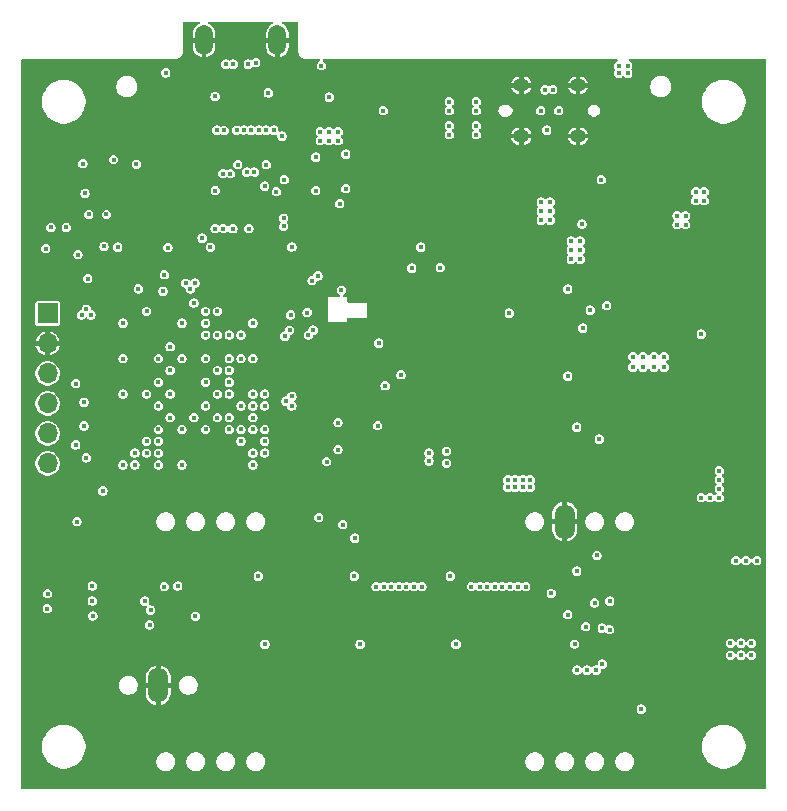
<source format=gbr>
%TF.GenerationSoftware,KiCad,Pcbnew,9.0.6*%
%TF.CreationDate,2025-12-06T17:10:20+01:00*%
%TF.ProjectId,hd_64_v0,68645f36-345f-4763-902e-6b696361645f,0.3*%
%TF.SameCoordinates,PX4737720PY55fe290*%
%TF.FileFunction,Copper,L2,Inr*%
%TF.FilePolarity,Positive*%
%FSLAX46Y46*%
G04 Gerber Fmt 4.6, Leading zero omitted, Abs format (unit mm)*
G04 Created by KiCad (PCBNEW 9.0.6) date 2025-12-06 17:10:20*
%MOMM*%
%LPD*%
G01*
G04 APERTURE LIST*
%TA.AperFunction,ComponentPad*%
%ADD10O,1.346200X1.092200*%
%TD*%
%TA.AperFunction,ComponentPad*%
%ADD11O,1.700000X3.000000*%
%TD*%
%TA.AperFunction,ComponentPad*%
%ADD12O,1.500000X2.550000*%
%TD*%
%TA.AperFunction,ComponentPad*%
%ADD13R,1.700000X1.700000*%
%TD*%
%TA.AperFunction,ComponentPad*%
%ADD14O,1.700000X1.700000*%
%TD*%
%TA.AperFunction,ViaPad*%
%ADD15C,0.400000*%
%TD*%
%TA.AperFunction,ViaPad*%
%ADD16C,0.450000*%
%TD*%
G04 APERTURE END LIST*
D10*
X47358000Y55507999D03*
X42558000Y55507999D03*
X47358000Y59808001D03*
X42558000Y59808001D03*
D11*
X46228000Y22860000D03*
D12*
X21896000Y63627000D03*
X15696000Y63627000D03*
D13*
X2438000Y40488000D03*
D14*
X2438000Y37948000D03*
X2438000Y35408000D03*
X2438000Y32868000D03*
X2438000Y30328000D03*
X2438000Y27788000D03*
D11*
X11811000Y9017000D03*
D15*
X52578000Y29718000D03*
X37973000Y25273000D03*
X45212000Y55626000D03*
X30607000Y54737000D03*
X36924000Y1270000D03*
X14859000Y16510000D03*
X20193000Y8890000D03*
X6624000Y25070000D03*
X54483000Y57277000D03*
X16637000Y20828000D03*
X16124000Y56170000D03*
X16637000Y15367000D03*
X30607000Y56642000D03*
X16637000Y18542000D03*
X25527000Y35814000D03*
X32624000Y1270000D03*
X5724000Y33570000D03*
X14824000Y29670000D03*
X34824000Y13370000D03*
X43180000Y10033000D03*
X16256000Y1397000D03*
X62484000Y8763000D03*
X49149000Y49784000D03*
X52832000Y44577000D03*
X18923000Y43180000D03*
X21524000Y17270000D03*
X6731000Y14478000D03*
X30607000Y55753000D03*
X14351000Y11303000D03*
X21590000Y5334000D03*
X23624000Y44970000D03*
X52114000Y52705000D03*
X42164000Y22860000D03*
X17624000Y51770000D03*
X51435000Y30353000D03*
X12824000Y29670000D03*
X22606000Y52705000D03*
X9974000Y52390000D03*
X19177000Y56769000D03*
X16256000Y44704000D03*
X41148000Y24384000D03*
X35179000Y31623000D03*
X41275000Y16764000D03*
X20024000Y16670000D03*
X6731000Y19177000D03*
X34524000Y9270000D03*
X15524000Y57390000D03*
X37211000Y32893000D03*
X48641000Y13716000D03*
X21463000Y19431000D03*
X59436000Y18669000D03*
X51689000Y53213000D03*
X31877000Y16764000D03*
X27813000Y16764000D03*
X57404000Y17907000D03*
X12824000Y30670000D03*
X62484000Y9779000D03*
X31924000Y39370000D03*
X44929342Y42276671D03*
X6424000Y37670000D03*
X29624000Y17170000D03*
X53213000Y51816000D03*
X48514000Y10795000D03*
X37668886Y22002827D03*
X46482000Y53086000D03*
X41275000Y20320000D03*
X5324000Y44930000D03*
X6223000Y18034000D03*
X30607000Y51943000D03*
X44577000Y17272000D03*
X59182000Y43942000D03*
X45945342Y15254329D03*
X17824000Y37670000D03*
X50546000Y39370000D03*
X18415000Y20828000D03*
X12446000Y20828000D03*
X42545000Y16764000D03*
X31024000Y28470000D03*
X36322000Y9525000D03*
X25724000Y33870000D03*
X33528000Y36576000D03*
X6384000Y53110000D03*
X42926000Y19304000D03*
X7824000Y36670000D03*
X8724000Y50570000D03*
X38124000Y45570000D03*
X52832000Y43053000D03*
X38862000Y48514000D03*
X40640000Y6985000D03*
X33824000Y32570000D03*
X32258000Y29845000D03*
X50292000Y29718000D03*
X5024000Y12770000D03*
X39497000Y52451000D03*
X16524000Y53270000D03*
X9525000Y16891000D03*
X50624000Y13770000D03*
X34544000Y48768000D03*
X59944000Y34290000D03*
X45466000Y53086000D03*
X40005000Y16764000D03*
X22352000Y57531000D03*
X16637000Y11303000D03*
X10824000Y30670000D03*
X52070000Y16764000D03*
X13824000Y29670000D03*
X35433000Y24130000D03*
X33147000Y58801000D03*
X11824000Y31670000D03*
X61595000Y39751000D03*
X58928000Y14859000D03*
X20824000Y31670000D03*
X12824000Y28670000D03*
X26524000Y29591000D03*
X28067000Y32893000D03*
X50546000Y40005000D03*
X14351000Y26289000D03*
X25146000Y22606000D03*
X18415000Y9906000D03*
X28575000Y7366000D03*
X10541000Y46355000D03*
X29845000Y51943000D03*
X9824000Y33670000D03*
X8255000Y42291000D03*
X22724000Y36770000D03*
X16989342Y61326671D03*
X42524000Y13670000D03*
X7824000Y40670000D03*
X59436000Y22352000D03*
X8763000Y5461000D03*
X2624000Y20970000D03*
X7804000Y46400000D03*
X24765000Y56007000D03*
X38735000Y16764000D03*
X12824000Y36670000D03*
X33401000Y27686000D03*
X38989000Y43180000D03*
X12324000Y43070000D03*
X7824000Y31670000D03*
D16*
X26924000Y54070000D03*
D15*
X14824000Y30670000D03*
X13824000Y31670000D03*
D16*
X20824000Y40670000D03*
D15*
X30480000Y26162000D03*
X25324000Y36770000D03*
X37624000Y17170000D03*
X37719000Y40259000D03*
X45339000Y32639000D03*
X56261000Y54102000D03*
X59436000Y20574000D03*
X30226000Y45720000D03*
X21684000Y28260000D03*
X18415000Y7112000D03*
X22987000Y14351000D03*
X33528000Y58166000D03*
X14351000Y61468000D03*
X52705000Y33274000D03*
X3429000Y34163000D03*
X52705000Y34798000D03*
X24964000Y30070000D03*
X34417000Y16764000D03*
X8824000Y29670000D03*
X47498000Y1270000D03*
X12319000Y19304000D03*
X55880000Y29718000D03*
X18415000Y15367000D03*
X12824000Y39670000D03*
X43942000Y39878000D03*
X13081000Y58570000D03*
X35362000Y38664000D03*
X22225000Y56261000D03*
X24324000Y35270000D03*
X23324000Y37170000D03*
X42418000Y5461000D03*
X26824000Y11470000D03*
X52832000Y43815000D03*
X51943000Y34036000D03*
X18824000Y39670000D03*
X4324000Y24670000D03*
X23876000Y31369000D03*
X32893000Y3170000D03*
X46863000Y42037000D03*
X16637000Y8382000D03*
X49657000Y53721000D03*
X59690000Y13589000D03*
X9525000Y43815000D03*
X31024000Y32770000D03*
X40259000Y21463000D03*
X8034000Y54240000D03*
X6858000Y42418000D03*
X59436000Y21463000D03*
X44958000Y1270000D03*
X30607000Y16764000D03*
X29824000Y41770000D03*
X11104000Y49230000D03*
X28524000Y49870000D03*
X46609000Y10287000D03*
X14824000Y28670000D03*
X55245000Y39243000D03*
X5024000Y37670000D03*
X11430000Y25146000D03*
X35524000Y12370000D03*
X27148359Y23134726D03*
X61722000Y30988000D03*
X16824000Y36670000D03*
X23876000Y6985000D03*
X33909000Y58801000D03*
X7724000Y25908000D03*
X27686000Y50419000D03*
X15024000Y44770000D03*
X51943000Y33274000D03*
X14824000Y36670000D03*
X47244000Y5080000D03*
X49414000Y50870000D03*
X14097000Y56261000D03*
X13970000Y52705000D03*
X13716000Y60198000D03*
X51816000Y29718000D03*
X61595000Y48133000D03*
X25400000Y24257000D03*
X51816000Y39370000D03*
X51181000Y40005000D03*
X35560000Y52451000D03*
X26670000Y56769000D03*
X41656000Y46228000D03*
X20824000Y27670000D03*
X5946835Y27712912D03*
X19658833Y51920426D03*
X15024000Y4572000D03*
X4024000Y50113000D03*
X47498000Y24003000D03*
X3429000Y29083000D03*
X6364000Y50650000D03*
X19177000Y53213000D03*
X52070000Y44577000D03*
X29337000Y38100000D03*
X3810000Y26543000D03*
X36524000Y3170000D03*
X14124000Y54570000D03*
X55753000Y6604000D03*
X31369000Y6985000D03*
X58928000Y15621000D03*
X21124000Y50070000D03*
X58293000Y17907000D03*
X21924000Y53170000D03*
X52705000Y34036000D03*
X13824000Y37670000D03*
X27686000Y3170000D03*
X51943000Y34798000D03*
X55626000Y43815000D03*
X10541000Y15494000D03*
X51943000Y10287000D03*
X50673000Y8128000D03*
X35433000Y36251000D03*
X52578000Y8001000D03*
X52070000Y43815000D03*
X50038000Y10795000D03*
X7824000Y27670000D03*
X27813000Y38989000D03*
X30353000Y48260000D03*
X57277000Y7620000D03*
X33147000Y16764000D03*
X13335000Y51943000D03*
X26924000Y32131000D03*
X30734000Y1270000D03*
X59055000Y52832000D03*
X39370000Y35052000D03*
X35052000Y46101000D03*
X59436000Y19685000D03*
X18824000Y31670000D03*
X17794329Y62131658D03*
X49657000Y4699000D03*
X18824000Y33670000D03*
X28448000Y9144000D03*
X27813000Y21717000D03*
X4318000Y9652000D03*
X44704000Y36703000D03*
X1270000Y15240000D03*
X14478000Y13081000D03*
X7124000Y22270000D03*
X54737000Y2667000D03*
X12824000Y32670000D03*
X17024000Y48270000D03*
X47371000Y11938000D03*
X26797000Y46101000D03*
X24424000Y44970000D03*
X45466000Y37211000D03*
X39024000Y26570000D03*
X16824000Y32670000D03*
X37973000Y43434000D03*
X11274000Y56000000D03*
X48768000Y19304000D03*
X51054000Y29718000D03*
X27305000Y1143000D03*
X31369000Y51943000D03*
X33274000Y31623000D03*
X38924000Y30070000D03*
X20701000Y61849000D03*
X50038000Y8128000D03*
X16824000Y39670000D03*
X44958000Y24003000D03*
X24384000Y57785000D03*
X15824000Y37670000D03*
X34417000Y7112000D03*
X3429000Y31623000D03*
X13462000Y49270000D03*
X58928000Y16383000D03*
X27524000Y43070000D03*
X5724000Y37670000D03*
X8324000Y20170000D03*
X49286563Y16261433D03*
X27432000Y57658000D03*
X39124000Y44770000D03*
X32258000Y42418000D03*
X15824000Y27670000D03*
X54991000Y23622000D03*
X16637000Y6223000D03*
X15824000Y33670000D03*
X11444000Y53420000D03*
X41529000Y34290000D03*
X1824000Y22570000D03*
X23024000Y41970000D03*
X3424000Y23870000D03*
X12424000Y4572000D03*
X22924000Y43270000D03*
X30988000Y35306000D03*
X42926000Y11811000D03*
X50038000Y47752000D03*
X15824000Y35670000D03*
X18796000Y61976000D03*
X51181000Y39370000D03*
X16637000Y42799000D03*
X23424000Y43670000D03*
X19824000Y29670000D03*
X49022000Y48641000D03*
X20024000Y20828000D03*
X41910000Y42164000D03*
X20824000Y36670000D03*
X54229000Y29718000D03*
X52070000Y43053000D03*
X14986000Y20828000D03*
X16824000Y34670000D03*
X12824000Y27670000D03*
X21724000Y37870000D03*
X1905000Y12954000D03*
X55499000Y26416000D03*
X46609000Y18923000D03*
X8763000Y15367000D03*
X15875000Y25908000D03*
X18796000Y1397000D03*
X58928000Y17145000D03*
X22479000Y1270000D03*
X33528000Y37338000D03*
X10824000Y37670000D03*
X19824000Y48270000D03*
X25024000Y15970000D03*
X43307000Y7112000D03*
X51816000Y40005000D03*
X45974000Y52578000D03*
X10911450Y13553128D03*
X38024000Y28870000D03*
X45847000Y9017000D03*
X42926000Y51943000D03*
X26624000Y13470000D03*
X9271000Y55626000D03*
X34624000Y33670000D03*
X38024000Y27770000D03*
X50038000Y1270000D03*
X44831000Y47498000D03*
X6350000Y16764000D03*
X9124000Y46870000D03*
X15824000Y31670000D03*
X5824000Y30370000D03*
X14624000Y45970000D03*
X1778000Y43053000D03*
X21909502Y48178699D03*
X42799000Y31242000D03*
X27424000Y36270000D03*
X2721000Y51076501D03*
X52578000Y53213000D03*
X44450000Y44577000D03*
X27305000Y24130000D03*
X17724000Y48270000D03*
X31496000Y5588000D03*
X9824000Y39670000D03*
X12824000Y34670000D03*
X1651000Y18669000D03*
X18415000Y17907000D03*
X19645244Y62155448D03*
X62484000Y7874000D03*
X16637000Y50892000D03*
X54653000Y35941000D03*
X19824000Y36670000D03*
X56452000Y48768000D03*
X56452000Y48006000D03*
X51986000Y35941000D03*
X19824000Y33670000D03*
X52875000Y36830000D03*
X38735000Y56388000D03*
X27686000Y51054000D03*
X23124000Y33470000D03*
X55733000Y48006000D03*
X14963000Y14859000D03*
X23024000Y40370000D03*
X2436000Y16764000D03*
X10124000Y42570000D03*
X12624000Y46070000D03*
X54653000Y36830000D03*
X26058000Y27940000D03*
D16*
X28924000Y12470000D03*
D15*
X13824000Y39670000D03*
X22624000Y33070000D03*
X4826000Y34544000D03*
D16*
X20824000Y12470000D03*
D15*
X41529000Y40513000D03*
X5324000Y40370000D03*
X8824000Y33670000D03*
X52875000Y35941000D03*
X12324000Y17370000D03*
X5924000Y48870000D03*
X5724000Y40870000D03*
X23124000Y32670000D03*
X36218000Y28829000D03*
X28404000Y18244000D03*
X51986000Y36830000D03*
X2286000Y45974000D03*
X25146000Y50892000D03*
X19824000Y39670000D03*
X6124000Y40370000D03*
X27178000Y49784000D03*
X36449000Y56388000D03*
X30376000Y30988000D03*
X2413000Y15494000D03*
X15824000Y39670000D03*
X5842000Y43434000D03*
D16*
X37024000Y12470000D03*
D15*
X36532000Y18244000D03*
X7424000Y48870000D03*
X8824000Y36670000D03*
X55733000Y48768000D03*
X4024000Y47770000D03*
X24424000Y40570000D03*
X2721000Y47774501D03*
X8382000Y46101000D03*
X36449000Y55626000D03*
X20276000Y18244000D03*
X4826000Y29370000D03*
X13462000Y17410000D03*
X53764000Y36830000D03*
X53764000Y35941000D03*
X8824000Y39670000D03*
X38735000Y55626000D03*
X34739500Y28661000D03*
X20824000Y51270000D03*
X4924000Y22870000D03*
X25527000Y55880000D03*
X26289000Y55118000D03*
X27051000Y55118000D03*
X26289000Y55880000D03*
X20955000Y53086000D03*
X25527000Y55118000D03*
X27051000Y55880000D03*
X18542000Y53086000D03*
X22285000Y55499000D03*
X44239000Y49149000D03*
X14924000Y43070000D03*
X23124000Y46117000D03*
X11824000Y34670000D03*
X44239000Y48387000D03*
X14124000Y43070000D03*
X11824000Y32670000D03*
X47688500Y48069500D03*
X16224000Y46101000D03*
X11824000Y36670000D03*
X45001000Y49149000D03*
X14524000Y42570000D03*
X12824000Y37670000D03*
X45001000Y48387000D03*
X44239000Y49911000D03*
X47244000Y30861000D03*
X45001000Y49911000D03*
X28448000Y21463000D03*
X30252000Y17370000D03*
X17824000Y31670000D03*
X30889712Y17371840D03*
X17824000Y30670000D03*
X31552000Y17370000D03*
X18824000Y30670000D03*
X32202000Y17370000D03*
X18824000Y29670000D03*
X32827003Y17370000D03*
X19824000Y28670000D03*
X33452006Y17370000D03*
X19824000Y27670000D03*
X20824000Y28670000D03*
X34124000Y17370000D03*
X18824000Y32670000D03*
X38324000Y17370000D03*
X20824000Y29670000D03*
X39024000Y17370000D03*
X19824000Y30670000D03*
X39649003Y17370000D03*
X40324000Y17370000D03*
X20824000Y30670000D03*
X40949003Y17370000D03*
X19824000Y31670000D03*
X19824000Y32670000D03*
X41624000Y17370000D03*
X42249003Y17370000D03*
X20824000Y32670000D03*
X42924000Y17370000D03*
X20824000Y33670000D03*
X36218000Y27813000D03*
X35687000Y44368000D03*
X62032500Y12573000D03*
X60254500Y11557000D03*
X34739500Y28011000D03*
X61143500Y11557000D03*
X34036000Y46101000D03*
X30480000Y37973000D03*
X50038000Y16129000D03*
X32359500Y35301000D03*
X31024000Y34370000D03*
X62032500Y11557000D03*
X60254500Y12573000D03*
X52705000Y6985000D03*
X33274000Y44323000D03*
X50026529Y13714943D03*
X61143500Y12573000D03*
X16624000Y58870000D03*
X25146000Y53721000D03*
X17824000Y36670000D03*
X15524000Y46870000D03*
X16824000Y40670000D03*
X16624000Y47670000D03*
X17324000Y47670000D03*
X16824000Y38670000D03*
X18124000Y47662893D03*
X17824000Y38670000D03*
X19485000Y47670000D03*
X18824000Y38670000D03*
X27028000Y31242000D03*
X22424000Y47870000D03*
X22424000Y48570000D03*
X27028000Y28956000D03*
X22479000Y51816000D03*
X18824000Y36670000D03*
X17824000Y35670000D03*
X21809000Y50800000D03*
X20066000Y61722000D03*
X21590000Y56007000D03*
X19431000Y61595000D03*
X20955000Y56007000D03*
X20320000Y56007000D03*
X19939000Y52451000D03*
X19304000Y52451000D03*
X19685000Y56007000D03*
X19050000Y56016119D03*
X18161000Y61595000D03*
X17526000Y61595000D03*
X18450094Y56005350D03*
X17922875Y52324000D03*
X17399000Y55982750D03*
X16764000Y56007000D03*
X17272000Y52324000D03*
X17824000Y33670000D03*
X27324000Y42470000D03*
X11824000Y28670000D03*
X11824000Y27670000D03*
X46779000Y45847000D03*
X47541000Y45085000D03*
X16824000Y35670000D03*
X24524000Y38670000D03*
X46779000Y45085000D03*
X15824000Y34670000D03*
X15824000Y32670000D03*
X16824000Y31670000D03*
X22924000Y39070000D03*
X15824000Y30670000D03*
X14824000Y31670000D03*
X24824000Y43270000D03*
X47541000Y46609000D03*
X12824000Y33670000D03*
X22524000Y38570000D03*
X16824000Y33670000D03*
X47541000Y45847000D03*
X25324000Y43670000D03*
X46779000Y46609000D03*
X13824000Y36670000D03*
X24924000Y39070000D03*
X12824000Y31670000D03*
X13824000Y30670000D03*
X15824000Y36670000D03*
X12824000Y35670000D03*
X9824000Y27670000D03*
X42037000Y26416000D03*
X42037000Y25781000D03*
X43307000Y25781000D03*
X42672000Y26416000D03*
X41402000Y25781000D03*
X43307000Y26416000D03*
X42672000Y25781000D03*
X41402000Y26416000D03*
X5614000Y50660000D03*
X5024000Y45470000D03*
X49149000Y29845000D03*
X46482000Y35179000D03*
X48895000Y10287000D03*
X48133000Y10287000D03*
X47272658Y10301329D03*
X5524000Y32970000D03*
X15824000Y40670000D03*
X5524000Y30970000D03*
X14824000Y41370000D03*
X5724000Y28270000D03*
X15824000Y38670000D03*
X49319000Y51816000D03*
X30861000Y57658000D03*
X48387000Y40767000D03*
X46482000Y14986000D03*
X48753000Y15987000D03*
X45085000Y16789500D03*
X49403000Y10795000D03*
X47053500Y12509500D03*
X47244000Y18669000D03*
X12324000Y43770000D03*
X6268997Y14870000D03*
X11824000Y30670000D03*
X12219022Y42370000D03*
X10668000Y16129000D03*
X11824000Y29670000D03*
X6223000Y17410000D03*
X10824000Y29670000D03*
X11168000Y15367000D03*
X13824000Y27670000D03*
X10824000Y28670000D03*
X11080750Y14128750D03*
X9824000Y28670000D03*
X6223000Y16140000D03*
X25624000Y61468000D03*
X57785000Y24892000D03*
X59309000Y24892000D03*
X21124000Y59170000D03*
X50800000Y61468000D03*
X50800000Y60833000D03*
X59309000Y26416000D03*
X51562000Y61468000D03*
X51562000Y60833000D03*
X59309000Y27178000D03*
X26289000Y58801000D03*
X59309000Y25654000D03*
X58547000Y24892000D03*
X58039000Y50800000D03*
X57320000Y50800000D03*
X60706000Y19558000D03*
X38735000Y57658000D03*
X36449000Y57658000D03*
X47752000Y39243000D03*
X36449000Y58420000D03*
X57785000Y38735000D03*
X38735000Y58420000D03*
X61595000Y19558000D03*
X62484000Y19558000D03*
X57320000Y50038000D03*
X58039000Y50038000D03*
X7124000Y25470000D03*
X10824000Y33670000D03*
X49784000Y41148000D03*
X46482000Y42545000D03*
X7224000Y46170000D03*
X5424000Y53170000D03*
X8029000Y53520000D03*
X45212000Y59436000D03*
X44704000Y56007000D03*
X9959000Y53110000D03*
X44564000Y59420000D03*
X10824000Y40670000D03*
X12446000Y60858500D03*
X45720000Y57658000D03*
X44196000Y57658000D03*
X8824000Y27670000D03*
X27686000Y53975000D03*
X17824000Y34670000D03*
X27432000Y22606000D03*
X25400000Y23206003D03*
X48958500Y20002500D03*
X48006000Y13970000D03*
X49403000Y13843000D03*
%TA.AperFunction,Conductor*%
G36*
X15314975Y65185593D02*
G01*
X15350939Y65136093D01*
X15350939Y65074907D01*
X15314975Y65025407D01*
X15294669Y65014036D01*
X15246010Y64993882D01*
X15245998Y64993876D01*
X15090410Y64889913D01*
X15090406Y64889910D01*
X14958090Y64757594D01*
X14958087Y64757590D01*
X14854124Y64602002D01*
X14854118Y64601990D01*
X14782508Y64429107D01*
X14782508Y64429105D01*
X14746000Y64245570D01*
X14746000Y63827001D01*
X14746001Y63827000D01*
X15371000Y63827000D01*
X15371000Y63427000D01*
X14746001Y63427000D01*
X14746000Y63426999D01*
X14746000Y63008431D01*
X14782508Y62824896D01*
X14782508Y62824894D01*
X14854118Y62652011D01*
X14854124Y62651999D01*
X14958087Y62496411D01*
X14958090Y62496407D01*
X15090406Y62364091D01*
X15090410Y62364088D01*
X15245998Y62260125D01*
X15246010Y62260119D01*
X15418894Y62188509D01*
X15496000Y62173171D01*
X15496000Y62842382D01*
X15496446Y62841936D01*
X15570555Y62799149D01*
X15653213Y62777000D01*
X15738787Y62777000D01*
X15821445Y62799149D01*
X15895554Y62841936D01*
X15896000Y62842382D01*
X15896000Y62173172D01*
X15973104Y62188509D01*
X15973106Y62188509D01*
X16145989Y62260119D01*
X16146001Y62260125D01*
X16301589Y62364088D01*
X16301593Y62364091D01*
X16433909Y62496407D01*
X16433912Y62496411D01*
X16537875Y62651999D01*
X16537881Y62652011D01*
X16609491Y62824894D01*
X16609491Y62824896D01*
X16645999Y63008431D01*
X16646000Y63008435D01*
X16646000Y63426999D01*
X16645999Y63427000D01*
X16021000Y63427000D01*
X16021000Y63827000D01*
X16645999Y63827000D01*
X16646000Y63827001D01*
X16646000Y64245566D01*
X16645999Y64245570D01*
X16609491Y64429105D01*
X16609491Y64429107D01*
X16537881Y64601990D01*
X16537875Y64602002D01*
X16433912Y64757590D01*
X16433909Y64757594D01*
X16301593Y64889910D01*
X16301589Y64889913D01*
X16146001Y64993876D01*
X16145989Y64993882D01*
X16097331Y65014036D01*
X16050805Y65053772D01*
X16036521Y65113267D01*
X16059935Y65169795D01*
X16112104Y65201764D01*
X16135216Y65204500D01*
X21456784Y65204500D01*
X21514975Y65185593D01*
X21550939Y65136093D01*
X21550939Y65074907D01*
X21514975Y65025407D01*
X21494669Y65014036D01*
X21446010Y64993882D01*
X21445998Y64993876D01*
X21290410Y64889913D01*
X21290406Y64889910D01*
X21158090Y64757594D01*
X21158087Y64757590D01*
X21054124Y64602002D01*
X21054118Y64601990D01*
X20982508Y64429107D01*
X20982508Y64429105D01*
X20946000Y64245570D01*
X20946000Y63827001D01*
X20946001Y63827000D01*
X21571000Y63827000D01*
X21571000Y63427000D01*
X20946001Y63427000D01*
X20946000Y63426999D01*
X20946000Y63008431D01*
X20982508Y62824896D01*
X20982508Y62824894D01*
X21054118Y62652011D01*
X21054124Y62651999D01*
X21158087Y62496411D01*
X21158090Y62496407D01*
X21290406Y62364091D01*
X21290410Y62364088D01*
X21445998Y62260125D01*
X21446010Y62260119D01*
X21618894Y62188509D01*
X21696000Y62173171D01*
X21696000Y62842382D01*
X21696446Y62841936D01*
X21770555Y62799149D01*
X21853213Y62777000D01*
X21938787Y62777000D01*
X22021445Y62799149D01*
X22095554Y62841936D01*
X22096000Y62842382D01*
X22096000Y62173172D01*
X22173104Y62188509D01*
X22173106Y62188509D01*
X22345989Y62260119D01*
X22346001Y62260125D01*
X22501589Y62364088D01*
X22501593Y62364091D01*
X22633909Y62496407D01*
X22633912Y62496411D01*
X22737875Y62651999D01*
X22737881Y62652011D01*
X22809491Y62824894D01*
X22809491Y62824896D01*
X22845999Y63008431D01*
X22846000Y63008435D01*
X22846000Y63426999D01*
X22845999Y63427000D01*
X22221000Y63427000D01*
X22221000Y63827000D01*
X22845999Y63827000D01*
X22846000Y63827001D01*
X22846000Y64245566D01*
X22845999Y64245570D01*
X22809491Y64429105D01*
X22809491Y64429107D01*
X22737881Y64601990D01*
X22737875Y64602002D01*
X22633912Y64757590D01*
X22633909Y64757594D01*
X22501593Y64889910D01*
X22501589Y64889913D01*
X22346001Y64993876D01*
X22345989Y64993882D01*
X22297331Y65014036D01*
X22250805Y65053772D01*
X22236521Y65113267D01*
X22259935Y65169795D01*
X22312104Y65201764D01*
X22335216Y65204500D01*
X23576500Y65204500D01*
X23634691Y65185593D01*
X23670655Y65136093D01*
X23675500Y65105500D01*
X23675500Y62668217D01*
X23702726Y62531341D01*
X23702728Y62531335D01*
X23756135Y62402401D01*
X23756139Y62402392D01*
X23811583Y62319416D01*
X23833672Y62286358D01*
X23833675Y62286355D01*
X23876000Y62244030D01*
X23876000Y62230000D01*
X23890030Y62230000D01*
X23932358Y62187672D01*
X23981830Y62154616D01*
X24048391Y62110140D01*
X24048397Y62110138D01*
X24048399Y62110136D01*
X24177338Y62056727D01*
X24314219Y62029500D01*
X24344118Y62029500D01*
X25426286Y62029500D01*
X25484477Y62010593D01*
X25520441Y61961093D01*
X25520441Y61899907D01*
X25484477Y61850407D01*
X25474742Y61844955D01*
X25475033Y61844452D01*
X25378089Y61788482D01*
X25303518Y61713911D01*
X25250794Y61622591D01*
X25250794Y61622590D01*
X25250793Y61622588D01*
X25250793Y61622587D01*
X25223500Y61520727D01*
X25223500Y61415273D01*
X25250793Y61313413D01*
X25250794Y61313411D01*
X25250794Y61313410D01*
X25273248Y61274519D01*
X25303520Y61222087D01*
X25378087Y61147520D01*
X25469413Y61094793D01*
X25571273Y61067500D01*
X25571275Y61067500D01*
X25676725Y61067500D01*
X25676727Y61067500D01*
X25778587Y61094793D01*
X25869913Y61147520D01*
X25944480Y61222087D01*
X25997207Y61313413D01*
X26024500Y61415273D01*
X26024500Y61520727D01*
X25997207Y61622587D01*
X25982692Y61647727D01*
X25944481Y61713911D01*
X25944480Y61713913D01*
X25869913Y61788480D01*
X25779100Y61840911D01*
X25772967Y61844452D01*
X25774458Y61847036D01*
X25737297Y61878782D01*
X25723020Y61938278D01*
X25746441Y61994804D01*
X25798614Y62026767D01*
X25821714Y62029500D01*
X50602286Y62029500D01*
X50660477Y62010593D01*
X50696441Y61961093D01*
X50696441Y61899907D01*
X50660477Y61850407D01*
X50650742Y61844955D01*
X50651033Y61844452D01*
X50554089Y61788482D01*
X50479518Y61713911D01*
X50426794Y61622591D01*
X50426794Y61622590D01*
X50426793Y61622588D01*
X50426793Y61622587D01*
X50399500Y61520727D01*
X50399500Y61415273D01*
X50426793Y61313413D01*
X50426794Y61313411D01*
X50426794Y61313410D01*
X50479520Y61222086D01*
X50481108Y61220498D01*
X50481837Y61219066D01*
X50483471Y61216937D01*
X50483076Y61216635D01*
X50508881Y61165979D01*
X50499305Y61105548D01*
X50481108Y61080502D01*
X50479520Y61078915D01*
X50426794Y60987591D01*
X50426794Y60987590D01*
X50426793Y60987588D01*
X50426793Y60987587D01*
X50399500Y60885727D01*
X50399500Y60780273D01*
X50426793Y60678413D01*
X50426794Y60678411D01*
X50426794Y60678410D01*
X50479518Y60587090D01*
X50479520Y60587087D01*
X50554087Y60512520D01*
X50645413Y60459793D01*
X50747273Y60432500D01*
X50747275Y60432500D01*
X50852725Y60432500D01*
X50852727Y60432500D01*
X50954587Y60459793D01*
X51045913Y60512520D01*
X51110998Y60577606D01*
X51165513Y60605381D01*
X51225945Y60595810D01*
X51251000Y60577607D01*
X51316087Y60512520D01*
X51407413Y60459793D01*
X51509273Y60432500D01*
X51509275Y60432500D01*
X51614725Y60432500D01*
X51614727Y60432500D01*
X51716587Y60459793D01*
X51807913Y60512520D01*
X51882480Y60587087D01*
X51935207Y60678413D01*
X51962500Y60780273D01*
X51962500Y60885727D01*
X51935207Y60987587D01*
X51882480Y61078913D01*
X51880894Y61080499D01*
X51880164Y61081932D01*
X51878529Y61084063D01*
X51878924Y61084367D01*
X51853119Y61135013D01*
X51862690Y61195445D01*
X51880893Y61220501D01*
X51882480Y61222087D01*
X51935207Y61313413D01*
X51962500Y61415273D01*
X51962500Y61520727D01*
X51935207Y61622587D01*
X51920692Y61647727D01*
X51882481Y61713911D01*
X51882480Y61713913D01*
X51807913Y61788480D01*
X51717100Y61840911D01*
X51710967Y61844452D01*
X51712458Y61847036D01*
X51675297Y61878782D01*
X51661020Y61938278D01*
X51684441Y61994804D01*
X51736614Y62026767D01*
X51759714Y62029500D01*
X63200500Y62029500D01*
X63258691Y62010593D01*
X63294655Y61961093D01*
X63299500Y61930500D01*
X63299500Y299500D01*
X63280593Y241309D01*
X63231093Y205345D01*
X63200500Y200500D01*
X299500Y200500D01*
X241309Y219407D01*
X205345Y268907D01*
X200500Y299500D01*
X200500Y3931290D01*
X1959500Y3931290D01*
X1959500Y3688711D01*
X1991161Y3448219D01*
X1991161Y3448214D01*
X2053944Y3213908D01*
X2053948Y3213895D01*
X2146772Y2989796D01*
X2146774Y2989792D01*
X2146776Y2989788D01*
X2268064Y2779711D01*
X2268066Y2779708D01*
X2415729Y2587269D01*
X2415731Y2587267D01*
X2415735Y2587262D01*
X2587262Y2415735D01*
X2587266Y2415732D01*
X2587268Y2415730D01*
X2779707Y2268067D01*
X2779711Y2268064D01*
X2989788Y2146776D01*
X3213900Y2053946D01*
X3448211Y1991162D01*
X3688712Y1959500D01*
X3688713Y1959500D01*
X3931287Y1959500D01*
X3931288Y1959500D01*
X4171789Y1991162D01*
X4406100Y2053946D01*
X4630212Y2146776D01*
X4840289Y2268064D01*
X5032738Y2415735D01*
X5204265Y2587262D01*
X5228499Y2618845D01*
X11645500Y2618845D01*
X11645500Y2461156D01*
X11676263Y2306504D01*
X11676263Y2306502D01*
X11736603Y2160826D01*
X11736609Y2160815D01*
X11789312Y2081941D01*
X11824211Y2029711D01*
X11935711Y1918211D01*
X12013876Y1865983D01*
X12066814Y1830610D01*
X12066825Y1830604D01*
X12120638Y1808315D01*
X12212503Y1770263D01*
X12367158Y1739500D01*
X12367159Y1739500D01*
X12524841Y1739500D01*
X12524842Y1739500D01*
X12679497Y1770263D01*
X12825179Y1830606D01*
X12956289Y1918211D01*
X13067789Y2029711D01*
X13155394Y2160821D01*
X13215737Y2306503D01*
X13246500Y2461158D01*
X13246500Y2618842D01*
X13246499Y2618845D01*
X14185500Y2618845D01*
X14185500Y2461156D01*
X14216263Y2306504D01*
X14216263Y2306502D01*
X14276603Y2160826D01*
X14276609Y2160815D01*
X14329312Y2081941D01*
X14364211Y2029711D01*
X14475711Y1918211D01*
X14553876Y1865983D01*
X14606814Y1830610D01*
X14606825Y1830604D01*
X14660638Y1808315D01*
X14752503Y1770263D01*
X14907158Y1739500D01*
X14907159Y1739500D01*
X15064841Y1739500D01*
X15064842Y1739500D01*
X15219497Y1770263D01*
X15365179Y1830606D01*
X15496289Y1918211D01*
X15607789Y2029711D01*
X15695394Y2160821D01*
X15755737Y2306503D01*
X15786500Y2461158D01*
X15786500Y2618842D01*
X15786499Y2618845D01*
X16725500Y2618845D01*
X16725500Y2461156D01*
X16756263Y2306504D01*
X16756263Y2306502D01*
X16816603Y2160826D01*
X16816609Y2160815D01*
X16869312Y2081941D01*
X16904211Y2029711D01*
X17015711Y1918211D01*
X17093876Y1865983D01*
X17146814Y1830610D01*
X17146825Y1830604D01*
X17200638Y1808315D01*
X17292503Y1770263D01*
X17447158Y1739500D01*
X17447159Y1739500D01*
X17604841Y1739500D01*
X17604842Y1739500D01*
X17759497Y1770263D01*
X17905179Y1830606D01*
X18036289Y1918211D01*
X18147789Y2029711D01*
X18235394Y2160821D01*
X18295737Y2306503D01*
X18326500Y2461158D01*
X18326500Y2618842D01*
X18326499Y2618845D01*
X19265500Y2618845D01*
X19265500Y2461156D01*
X19296263Y2306504D01*
X19296263Y2306502D01*
X19356603Y2160826D01*
X19356609Y2160815D01*
X19409312Y2081941D01*
X19444211Y2029711D01*
X19555711Y1918211D01*
X19633876Y1865983D01*
X19686814Y1830610D01*
X19686825Y1830604D01*
X19740638Y1808315D01*
X19832503Y1770263D01*
X19987158Y1739500D01*
X19987159Y1739500D01*
X20144841Y1739500D01*
X20144842Y1739500D01*
X20299497Y1770263D01*
X20445179Y1830606D01*
X20576289Y1918211D01*
X20687789Y2029711D01*
X20775394Y2160821D01*
X20835737Y2306503D01*
X20866500Y2461158D01*
X20866500Y2618842D01*
X20866499Y2618845D01*
X42887500Y2618845D01*
X42887500Y2461156D01*
X42918263Y2306504D01*
X42918263Y2306502D01*
X42978603Y2160826D01*
X42978609Y2160815D01*
X43031312Y2081941D01*
X43066211Y2029711D01*
X43177711Y1918211D01*
X43255876Y1865983D01*
X43308814Y1830610D01*
X43308825Y1830604D01*
X43362638Y1808315D01*
X43454503Y1770263D01*
X43609158Y1739500D01*
X43609159Y1739500D01*
X43766841Y1739500D01*
X43766842Y1739500D01*
X43921497Y1770263D01*
X44067179Y1830606D01*
X44198289Y1918211D01*
X44309789Y2029711D01*
X44397394Y2160821D01*
X44457737Y2306503D01*
X44488500Y2461158D01*
X44488500Y2618842D01*
X44488499Y2618845D01*
X45427500Y2618845D01*
X45427500Y2461156D01*
X45458263Y2306504D01*
X45458263Y2306502D01*
X45518603Y2160826D01*
X45518609Y2160815D01*
X45571312Y2081941D01*
X45606211Y2029711D01*
X45717711Y1918211D01*
X45795876Y1865983D01*
X45848814Y1830610D01*
X45848825Y1830604D01*
X45902638Y1808315D01*
X45994503Y1770263D01*
X46149158Y1739500D01*
X46149159Y1739500D01*
X46306841Y1739500D01*
X46306842Y1739500D01*
X46461497Y1770263D01*
X46607179Y1830606D01*
X46738289Y1918211D01*
X46849789Y2029711D01*
X46937394Y2160821D01*
X46997737Y2306503D01*
X47028500Y2461158D01*
X47028500Y2618842D01*
X47028499Y2618845D01*
X47967500Y2618845D01*
X47967500Y2461156D01*
X47998263Y2306504D01*
X47998263Y2306502D01*
X48058603Y2160826D01*
X48058609Y2160815D01*
X48111312Y2081941D01*
X48146211Y2029711D01*
X48257711Y1918211D01*
X48335876Y1865983D01*
X48388814Y1830610D01*
X48388825Y1830604D01*
X48442638Y1808315D01*
X48534503Y1770263D01*
X48689158Y1739500D01*
X48689159Y1739500D01*
X48846841Y1739500D01*
X48846842Y1739500D01*
X49001497Y1770263D01*
X49147179Y1830606D01*
X49278289Y1918211D01*
X49389789Y2029711D01*
X49477394Y2160821D01*
X49537737Y2306503D01*
X49568500Y2461158D01*
X49568500Y2618842D01*
X49568499Y2618845D01*
X50507500Y2618845D01*
X50507500Y2461156D01*
X50538263Y2306504D01*
X50538263Y2306502D01*
X50598603Y2160826D01*
X50598609Y2160815D01*
X50651312Y2081941D01*
X50686211Y2029711D01*
X50797711Y1918211D01*
X50875876Y1865983D01*
X50928814Y1830610D01*
X50928825Y1830604D01*
X50982638Y1808315D01*
X51074503Y1770263D01*
X51229158Y1739500D01*
X51229159Y1739500D01*
X51386841Y1739500D01*
X51386842Y1739500D01*
X51541497Y1770263D01*
X51687179Y1830606D01*
X51818289Y1918211D01*
X51929789Y2029711D01*
X52017394Y2160821D01*
X52077737Y2306503D01*
X52108500Y2461158D01*
X52108500Y2618842D01*
X52077737Y2773497D01*
X52017394Y2919179D01*
X52017393Y2919181D01*
X52017390Y2919186D01*
X51982017Y2972124D01*
X51929789Y3050289D01*
X51818289Y3161789D01*
X51740307Y3213895D01*
X51687185Y3249391D01*
X51687174Y3249397D01*
X51541497Y3309737D01*
X51386844Y3340500D01*
X51386842Y3340500D01*
X51229158Y3340500D01*
X51229155Y3340500D01*
X51074503Y3309737D01*
X51074501Y3309737D01*
X50928825Y3249397D01*
X50928814Y3249391D01*
X50797711Y3161789D01*
X50797707Y3161786D01*
X50686214Y3050293D01*
X50686211Y3050289D01*
X50598609Y2919186D01*
X50598603Y2919175D01*
X50538263Y2773499D01*
X50538263Y2773497D01*
X50507500Y2618845D01*
X49568499Y2618845D01*
X49537737Y2773497D01*
X49477394Y2919179D01*
X49477393Y2919181D01*
X49477390Y2919186D01*
X49442017Y2972124D01*
X49389789Y3050289D01*
X49278289Y3161789D01*
X49200307Y3213895D01*
X49147185Y3249391D01*
X49147174Y3249397D01*
X49001497Y3309737D01*
X48846844Y3340500D01*
X48846842Y3340500D01*
X48689158Y3340500D01*
X48689155Y3340500D01*
X48534503Y3309737D01*
X48534501Y3309737D01*
X48388825Y3249397D01*
X48388814Y3249391D01*
X48257711Y3161789D01*
X48257707Y3161786D01*
X48146214Y3050293D01*
X48146211Y3050289D01*
X48058609Y2919186D01*
X48058603Y2919175D01*
X47998263Y2773499D01*
X47998263Y2773497D01*
X47967500Y2618845D01*
X47028499Y2618845D01*
X46997737Y2773497D01*
X46937394Y2919179D01*
X46937393Y2919181D01*
X46937390Y2919186D01*
X46902017Y2972124D01*
X46849789Y3050289D01*
X46738289Y3161789D01*
X46660307Y3213895D01*
X46607185Y3249391D01*
X46607174Y3249397D01*
X46461497Y3309737D01*
X46306844Y3340500D01*
X46306842Y3340500D01*
X46149158Y3340500D01*
X46149155Y3340500D01*
X45994503Y3309737D01*
X45994501Y3309737D01*
X45848825Y3249397D01*
X45848814Y3249391D01*
X45717711Y3161789D01*
X45717707Y3161786D01*
X45606214Y3050293D01*
X45606211Y3050289D01*
X45518609Y2919186D01*
X45518603Y2919175D01*
X45458263Y2773499D01*
X45458263Y2773497D01*
X45427500Y2618845D01*
X44488499Y2618845D01*
X44457737Y2773497D01*
X44397394Y2919179D01*
X44397393Y2919181D01*
X44397390Y2919186D01*
X44362017Y2972124D01*
X44309789Y3050289D01*
X44198289Y3161789D01*
X44120307Y3213895D01*
X44067185Y3249391D01*
X44067174Y3249397D01*
X43921497Y3309737D01*
X43766844Y3340500D01*
X43766842Y3340500D01*
X43609158Y3340500D01*
X43609155Y3340500D01*
X43454503Y3309737D01*
X43454501Y3309737D01*
X43308825Y3249397D01*
X43308814Y3249391D01*
X43177711Y3161789D01*
X43177707Y3161786D01*
X43066214Y3050293D01*
X43066211Y3050289D01*
X42978609Y2919186D01*
X42978603Y2919175D01*
X42918263Y2773499D01*
X42918263Y2773497D01*
X42887500Y2618845D01*
X20866499Y2618845D01*
X20835737Y2773497D01*
X20775394Y2919179D01*
X20775393Y2919181D01*
X20775390Y2919186D01*
X20740017Y2972124D01*
X20687789Y3050289D01*
X20576289Y3161789D01*
X20498307Y3213895D01*
X20445185Y3249391D01*
X20445174Y3249397D01*
X20299497Y3309737D01*
X20144844Y3340500D01*
X20144842Y3340500D01*
X19987158Y3340500D01*
X19987155Y3340500D01*
X19832503Y3309737D01*
X19832501Y3309737D01*
X19686825Y3249397D01*
X19686814Y3249391D01*
X19555711Y3161789D01*
X19555707Y3161786D01*
X19444214Y3050293D01*
X19444211Y3050289D01*
X19356609Y2919186D01*
X19356603Y2919175D01*
X19296263Y2773499D01*
X19296263Y2773497D01*
X19265500Y2618845D01*
X18326499Y2618845D01*
X18295737Y2773497D01*
X18235394Y2919179D01*
X18235393Y2919181D01*
X18235390Y2919186D01*
X18200017Y2972124D01*
X18147789Y3050289D01*
X18036289Y3161789D01*
X17958307Y3213895D01*
X17905185Y3249391D01*
X17905174Y3249397D01*
X17759497Y3309737D01*
X17604844Y3340500D01*
X17604842Y3340500D01*
X17447158Y3340500D01*
X17447155Y3340500D01*
X17292503Y3309737D01*
X17292501Y3309737D01*
X17146825Y3249397D01*
X17146814Y3249391D01*
X17015711Y3161789D01*
X17015707Y3161786D01*
X16904214Y3050293D01*
X16904211Y3050289D01*
X16816609Y2919186D01*
X16816603Y2919175D01*
X16756263Y2773499D01*
X16756263Y2773497D01*
X16725500Y2618845D01*
X15786499Y2618845D01*
X15755737Y2773497D01*
X15695394Y2919179D01*
X15695393Y2919181D01*
X15695390Y2919186D01*
X15660017Y2972124D01*
X15607789Y3050289D01*
X15496289Y3161789D01*
X15418307Y3213895D01*
X15365185Y3249391D01*
X15365174Y3249397D01*
X15219497Y3309737D01*
X15064844Y3340500D01*
X15064842Y3340500D01*
X14907158Y3340500D01*
X14907155Y3340500D01*
X14752503Y3309737D01*
X14752501Y3309737D01*
X14606825Y3249397D01*
X14606814Y3249391D01*
X14475711Y3161789D01*
X14475707Y3161786D01*
X14364214Y3050293D01*
X14364211Y3050289D01*
X14276609Y2919186D01*
X14276603Y2919175D01*
X14216263Y2773499D01*
X14216263Y2773497D01*
X14185500Y2618845D01*
X13246499Y2618845D01*
X13215737Y2773497D01*
X13155394Y2919179D01*
X13155393Y2919181D01*
X13155390Y2919186D01*
X13120017Y2972124D01*
X13067789Y3050289D01*
X12956289Y3161789D01*
X12878307Y3213895D01*
X12825185Y3249391D01*
X12825174Y3249397D01*
X12679497Y3309737D01*
X12524844Y3340500D01*
X12524842Y3340500D01*
X12367158Y3340500D01*
X12367155Y3340500D01*
X12212503Y3309737D01*
X12212501Y3309737D01*
X12066825Y3249397D01*
X12066814Y3249391D01*
X11935711Y3161789D01*
X11935707Y3161786D01*
X11824214Y3050293D01*
X11824211Y3050289D01*
X11736609Y2919186D01*
X11736603Y2919175D01*
X11676263Y2773499D01*
X11676263Y2773497D01*
X11645500Y2618845D01*
X5228499Y2618845D01*
X5351936Y2779711D01*
X5473224Y2989788D01*
X5566054Y3213900D01*
X5628838Y3448211D01*
X5660500Y3688712D01*
X5660500Y3931288D01*
X5660500Y3931290D01*
X57839500Y3931290D01*
X57839500Y3688711D01*
X57871161Y3448219D01*
X57871161Y3448214D01*
X57933944Y3213908D01*
X57933948Y3213895D01*
X58026772Y2989796D01*
X58026774Y2989792D01*
X58026776Y2989788D01*
X58148064Y2779711D01*
X58148066Y2779708D01*
X58295729Y2587269D01*
X58295731Y2587267D01*
X58295735Y2587262D01*
X58467262Y2415735D01*
X58467266Y2415732D01*
X58467268Y2415730D01*
X58659707Y2268067D01*
X58659711Y2268064D01*
X58869788Y2146776D01*
X59093900Y2053946D01*
X59328211Y1991162D01*
X59568712Y1959500D01*
X59568713Y1959500D01*
X59811287Y1959500D01*
X59811288Y1959500D01*
X60051789Y1991162D01*
X60286100Y2053946D01*
X60510212Y2146776D01*
X60720289Y2268064D01*
X60912738Y2415735D01*
X61084265Y2587262D01*
X61231936Y2779711D01*
X61353224Y2989788D01*
X61446054Y3213900D01*
X61508838Y3448211D01*
X61540500Y3688712D01*
X61540500Y3931288D01*
X61508838Y4171789D01*
X61446054Y4406100D01*
X61353224Y4630212D01*
X61231936Y4840289D01*
X61084265Y5032738D01*
X60912738Y5204265D01*
X60912733Y5204269D01*
X60912731Y5204271D01*
X60720292Y5351934D01*
X60720289Y5351936D01*
X60510212Y5473224D01*
X60510208Y5473226D01*
X60510204Y5473228D01*
X60286105Y5566052D01*
X60286104Y5566053D01*
X60286100Y5566054D01*
X60051789Y5628838D01*
X60051786Y5628839D01*
X60051784Y5628839D01*
X59811289Y5660500D01*
X59811288Y5660500D01*
X59568712Y5660500D01*
X59568710Y5660500D01*
X59328218Y5628839D01*
X59328213Y5628839D01*
X59093907Y5566056D01*
X59093894Y5566052D01*
X58869795Y5473228D01*
X58659707Y5351934D01*
X58467268Y5204271D01*
X58295729Y5032732D01*
X58148066Y4840293D01*
X58026772Y4630205D01*
X57933948Y4406106D01*
X57933944Y4406093D01*
X57871161Y4171787D01*
X57871161Y4171782D01*
X57839500Y3931290D01*
X5660500Y3931290D01*
X5628838Y4171789D01*
X5566054Y4406100D01*
X5473224Y4630212D01*
X5351936Y4840289D01*
X5204265Y5032738D01*
X5032738Y5204265D01*
X5032733Y5204269D01*
X5032731Y5204271D01*
X4840292Y5351934D01*
X4840289Y5351936D01*
X4630212Y5473224D01*
X4630208Y5473226D01*
X4630204Y5473228D01*
X4406105Y5566052D01*
X4406104Y5566053D01*
X4406100Y5566054D01*
X4171789Y5628838D01*
X4171786Y5628839D01*
X4171784Y5628839D01*
X3931289Y5660500D01*
X3931288Y5660500D01*
X3688712Y5660500D01*
X3688710Y5660500D01*
X3448218Y5628839D01*
X3448213Y5628839D01*
X3213907Y5566056D01*
X3213894Y5566052D01*
X2989795Y5473228D01*
X2779707Y5351934D01*
X2587268Y5204271D01*
X2415729Y5032732D01*
X2268066Y4840293D01*
X2146772Y4630205D01*
X2053948Y4406106D01*
X2053944Y4406093D01*
X1991161Y4171787D01*
X1991161Y4171782D01*
X1959500Y3931290D01*
X200500Y3931290D01*
X200500Y7037727D01*
X52304500Y7037727D01*
X52304500Y6932273D01*
X52331793Y6830413D01*
X52331794Y6830411D01*
X52331794Y6830410D01*
X52384518Y6739090D01*
X52384520Y6739087D01*
X52459087Y6664520D01*
X52550413Y6611793D01*
X52652273Y6584500D01*
X52652275Y6584500D01*
X52757725Y6584500D01*
X52757727Y6584500D01*
X52859587Y6611793D01*
X52950913Y6664520D01*
X53025480Y6739087D01*
X53078207Y6830413D01*
X53105500Y6932273D01*
X53105500Y7037727D01*
X53078207Y7139587D01*
X53025480Y7230913D01*
X52950913Y7305480D01*
X52861071Y7357350D01*
X52859589Y7358206D01*
X52859588Y7358207D01*
X52859587Y7358207D01*
X52757727Y7385500D01*
X52652273Y7385500D01*
X52550413Y7358207D01*
X52550412Y7358207D01*
X52550410Y7358206D01*
X52550409Y7358206D01*
X52459089Y7305482D01*
X52384518Y7230911D01*
X52331794Y7139591D01*
X52331794Y7139590D01*
X52331793Y7139588D01*
X52331793Y7139587D01*
X52304500Y7037727D01*
X200500Y7037727D01*
X200500Y9095845D01*
X8470500Y9095845D01*
X8470500Y8938156D01*
X8501263Y8783504D01*
X8501263Y8783502D01*
X8561603Y8637826D01*
X8561609Y8637815D01*
X8575584Y8616901D01*
X8649211Y8506711D01*
X8760711Y8395211D01*
X8838876Y8342983D01*
X8891814Y8307610D01*
X8891825Y8307604D01*
X8945638Y8285315D01*
X9037503Y8247263D01*
X9192158Y8216500D01*
X9192159Y8216500D01*
X9349841Y8216500D01*
X9349842Y8216500D01*
X9504497Y8247263D01*
X9650179Y8307606D01*
X9781289Y8395211D01*
X9892789Y8506711D01*
X9980394Y8637821D01*
X10040737Y8783503D01*
X10071500Y8938158D01*
X10071500Y9095842D01*
X10040737Y9250497D01*
X9980394Y9396179D01*
X9980393Y9396181D01*
X9980390Y9396186D01*
X9922432Y9482925D01*
X9892789Y9527289D01*
X9781289Y9638789D01*
X9728149Y9674296D01*
X9700211Y9692964D01*
X9650186Y9726391D01*
X9650174Y9726397D01*
X9543893Y9770419D01*
X10761000Y9770419D01*
X10761000Y9217001D01*
X10761001Y9217000D01*
X11349120Y9217000D01*
X11345075Y9209993D01*
X11311000Y9082826D01*
X11311000Y8951174D01*
X11345075Y8824007D01*
X11349120Y8817000D01*
X10761001Y8817000D01*
X10761000Y8816999D01*
X10761000Y8263582D01*
X10801349Y8060728D01*
X10880501Y7869640D01*
X10880508Y7869626D01*
X10995405Y7697671D01*
X11141670Y7551406D01*
X11313625Y7436509D01*
X11313639Y7436502D01*
X11504723Y7357352D01*
X11504730Y7357350D01*
X11611000Y7336213D01*
X11611000Y8555121D01*
X11618007Y8551075D01*
X11745174Y8517000D01*
X11876826Y8517000D01*
X12003993Y8551075D01*
X12011000Y8555121D01*
X12011000Y7336214D01*
X12117269Y7357350D01*
X12117276Y7357352D01*
X12308360Y7436502D01*
X12308374Y7436509D01*
X12480329Y7551406D01*
X12626594Y7697671D01*
X12741491Y7869626D01*
X12741498Y7869640D01*
X12820650Y8060728D01*
X12860999Y8263582D01*
X12861000Y8263587D01*
X12861000Y8816999D01*
X12860999Y8817000D01*
X12272880Y8817000D01*
X12276925Y8824007D01*
X12311000Y8951174D01*
X12311000Y9082826D01*
X12307511Y9095845D01*
X13550500Y9095845D01*
X13550500Y8938156D01*
X13581263Y8783504D01*
X13581263Y8783502D01*
X13641603Y8637826D01*
X13641609Y8637815D01*
X13655584Y8616901D01*
X13729211Y8506711D01*
X13840711Y8395211D01*
X13918876Y8342983D01*
X13971814Y8307610D01*
X13971825Y8307604D01*
X14025638Y8285315D01*
X14117503Y8247263D01*
X14272158Y8216500D01*
X14272159Y8216500D01*
X14429841Y8216500D01*
X14429842Y8216500D01*
X14584497Y8247263D01*
X14730179Y8307606D01*
X14861289Y8395211D01*
X14972789Y8506711D01*
X15060394Y8637821D01*
X15120737Y8783503D01*
X15151500Y8938158D01*
X15151500Y9095842D01*
X15120737Y9250497D01*
X15060394Y9396179D01*
X15060393Y9396181D01*
X15060390Y9396186D01*
X15002432Y9482925D01*
X14972789Y9527289D01*
X14861289Y9638789D01*
X14809059Y9673688D01*
X14730185Y9726391D01*
X14730174Y9726397D01*
X14584497Y9786737D01*
X14429844Y9817500D01*
X14429842Y9817500D01*
X14272158Y9817500D01*
X14272155Y9817500D01*
X14117503Y9786737D01*
X14117501Y9786737D01*
X13971825Y9726397D01*
X13971814Y9726391D01*
X13840711Y9638789D01*
X13840707Y9638786D01*
X13729214Y9527293D01*
X13729211Y9527289D01*
X13641609Y9396186D01*
X13641603Y9396175D01*
X13581263Y9250499D01*
X13581263Y9250497D01*
X13550500Y9095845D01*
X12307511Y9095845D01*
X12276925Y9209993D01*
X12272880Y9217000D01*
X12860999Y9217000D01*
X12861000Y9217001D01*
X12861000Y9770414D01*
X12860999Y9770419D01*
X12820650Y9973273D01*
X12741498Y10164361D01*
X12741495Y10164367D01*
X12647164Y10305544D01*
X12647163Y10305545D01*
X12626592Y10336332D01*
X12608868Y10354056D01*
X46872158Y10354056D01*
X46872158Y10248602D01*
X46899451Y10146742D01*
X46899452Y10146740D01*
X46899452Y10146739D01*
X46949889Y10059381D01*
X46952178Y10055416D01*
X47026745Y9980849D01*
X47118071Y9928122D01*
X47219931Y9900829D01*
X47219933Y9900829D01*
X47325383Y9900829D01*
X47325385Y9900829D01*
X47427245Y9928122D01*
X47518571Y9980849D01*
X47593138Y10055416D01*
X47612957Y10089745D01*
X47658424Y10130683D01*
X47719274Y10137080D01*
X47772262Y10106488D01*
X47784428Y10089743D01*
X47812518Y10041090D01*
X47812520Y10041087D01*
X47887087Y9966520D01*
X47978413Y9913793D01*
X48080273Y9886500D01*
X48080275Y9886500D01*
X48185725Y9886500D01*
X48185727Y9886500D01*
X48287587Y9913793D01*
X48378913Y9966520D01*
X48443998Y10031606D01*
X48498513Y10059381D01*
X48558945Y10049810D01*
X48584000Y10031607D01*
X48649087Y9966520D01*
X48740413Y9913793D01*
X48842273Y9886500D01*
X48842275Y9886500D01*
X48947725Y9886500D01*
X48947727Y9886500D01*
X49049587Y9913793D01*
X49140913Y9966520D01*
X49215480Y10041087D01*
X49268207Y10132413D01*
X49295500Y10234273D01*
X49295500Y10295500D01*
X49314407Y10353691D01*
X49363907Y10389655D01*
X49394500Y10394500D01*
X49455725Y10394500D01*
X49455727Y10394500D01*
X49557587Y10421793D01*
X49648913Y10474520D01*
X49723480Y10549087D01*
X49776207Y10640413D01*
X49803500Y10742273D01*
X49803500Y10847727D01*
X49776207Y10949587D01*
X49723480Y11040913D01*
X49648913Y11115480D01*
X49557587Y11168207D01*
X49455727Y11195500D01*
X49350273Y11195500D01*
X49248413Y11168207D01*
X49248412Y11168207D01*
X49248410Y11168206D01*
X49248409Y11168206D01*
X49157089Y11115482D01*
X49082518Y11040911D01*
X49029794Y10949591D01*
X49029794Y10949590D01*
X49002500Y10847726D01*
X49002500Y10786500D01*
X48983593Y10728309D01*
X48934093Y10692345D01*
X48903500Y10687500D01*
X48842273Y10687500D01*
X48740413Y10660207D01*
X48740412Y10660207D01*
X48740410Y10660206D01*
X48740409Y10660206D01*
X48649089Y10607482D01*
X48649087Y10607481D01*
X48649087Y10607480D01*
X48584001Y10542395D01*
X48529487Y10514619D01*
X48469055Y10524190D01*
X48443999Y10542394D01*
X48378913Y10607480D01*
X48354094Y10621809D01*
X48287589Y10660206D01*
X48287588Y10660207D01*
X48287587Y10660207D01*
X48185727Y10687500D01*
X48080273Y10687500D01*
X47978413Y10660207D01*
X47978412Y10660207D01*
X47978410Y10660206D01*
X47978409Y10660206D01*
X47887089Y10607482D01*
X47812519Y10532912D01*
X47792701Y10498586D01*
X47747231Y10457645D01*
X47686380Y10451251D01*
X47633393Y10481844D01*
X47621232Y10498581D01*
X47593138Y10547242D01*
X47518571Y10621809D01*
X47486351Y10640411D01*
X47427247Y10674535D01*
X47427246Y10674536D01*
X47427245Y10674536D01*
X47325385Y10701829D01*
X47219931Y10701829D01*
X47118071Y10674536D01*
X47118070Y10674536D01*
X47118068Y10674535D01*
X47118067Y10674535D01*
X47026747Y10621811D01*
X46952176Y10547240D01*
X46899452Y10455920D01*
X46899452Y10455919D01*
X46899451Y10455917D01*
X46899451Y10455916D01*
X46872158Y10354056D01*
X12608868Y10354056D01*
X12480329Y10482595D01*
X12308374Y10597492D01*
X12308360Y10597499D01*
X12117277Y10676649D01*
X12117269Y10676651D01*
X12011000Y10697789D01*
X12011000Y9478880D01*
X12003993Y9482925D01*
X11876826Y9517000D01*
X11745174Y9517000D01*
X11618007Y9482925D01*
X11611000Y9478880D01*
X11611000Y10697789D01*
X11610999Y10697789D01*
X11504730Y10676651D01*
X11504722Y10676649D01*
X11313639Y10597499D01*
X11313625Y10597492D01*
X11141670Y10482595D01*
X10995405Y10336330D01*
X10880508Y10164375D01*
X10880501Y10164361D01*
X10801349Y9973273D01*
X10761000Y9770419D01*
X9543893Y9770419D01*
X9504497Y9786737D01*
X9349844Y9817500D01*
X9349842Y9817500D01*
X9192158Y9817500D01*
X9192155Y9817500D01*
X9037503Y9786737D01*
X9037501Y9786737D01*
X8891825Y9726397D01*
X8891814Y9726391D01*
X8760711Y9638789D01*
X8760707Y9638786D01*
X8649214Y9527293D01*
X8649211Y9527289D01*
X8561609Y9396186D01*
X8561603Y9396175D01*
X8501263Y9250499D01*
X8501263Y9250497D01*
X8470500Y9095845D01*
X200500Y9095845D01*
X200500Y11609727D01*
X59854000Y11609727D01*
X59854000Y11504273D01*
X59877026Y11418338D01*
X59881294Y11402411D01*
X59881294Y11402410D01*
X59934018Y11311090D01*
X59934020Y11311087D01*
X60008587Y11236520D01*
X60099913Y11183793D01*
X60201773Y11156500D01*
X60201775Y11156500D01*
X60307225Y11156500D01*
X60307227Y11156500D01*
X60409087Y11183793D01*
X60500413Y11236520D01*
X60574980Y11311087D01*
X60613265Y11377399D01*
X60658733Y11418338D01*
X60719583Y11424734D01*
X60772571Y11394141D01*
X60784731Y11377404D01*
X60823020Y11311087D01*
X60897587Y11236520D01*
X60988913Y11183793D01*
X61090773Y11156500D01*
X61090775Y11156500D01*
X61196225Y11156500D01*
X61196227Y11156500D01*
X61298087Y11183793D01*
X61389413Y11236520D01*
X61463980Y11311087D01*
X61502265Y11377399D01*
X61547733Y11418338D01*
X61608583Y11424734D01*
X61661571Y11394141D01*
X61673731Y11377404D01*
X61712020Y11311087D01*
X61786587Y11236520D01*
X61877913Y11183793D01*
X61979773Y11156500D01*
X61979775Y11156500D01*
X62085225Y11156500D01*
X62085227Y11156500D01*
X62187087Y11183793D01*
X62278413Y11236520D01*
X62352980Y11311087D01*
X62405707Y11402413D01*
X62433000Y11504273D01*
X62433000Y11609727D01*
X62405707Y11711587D01*
X62391263Y11736604D01*
X62352981Y11802911D01*
X62352980Y11802913D01*
X62278413Y11877480D01*
X62187087Y11930207D01*
X62085227Y11957500D01*
X61979773Y11957500D01*
X61877913Y11930207D01*
X61877912Y11930207D01*
X61877910Y11930206D01*
X61877909Y11930206D01*
X61786589Y11877482D01*
X61712018Y11802911D01*
X61673736Y11736604D01*
X61628267Y11695663D01*
X61567416Y11689267D01*
X61514428Y11719860D01*
X61502264Y11736604D01*
X61463981Y11802911D01*
X61463980Y11802913D01*
X61389413Y11877480D01*
X61298087Y11930207D01*
X61196227Y11957500D01*
X61090773Y11957500D01*
X60988913Y11930207D01*
X60988912Y11930207D01*
X60988910Y11930206D01*
X60988909Y11930206D01*
X60897589Y11877482D01*
X60823018Y11802911D01*
X60784736Y11736604D01*
X60739267Y11695663D01*
X60678416Y11689267D01*
X60625428Y11719860D01*
X60613264Y11736604D01*
X60574981Y11802911D01*
X60574980Y11802913D01*
X60500413Y11877480D01*
X60409087Y11930207D01*
X60307227Y11957500D01*
X60201773Y11957500D01*
X60099913Y11930207D01*
X60099912Y11930207D01*
X60099910Y11930206D01*
X60099909Y11930206D01*
X60008589Y11877482D01*
X59934018Y11802911D01*
X59881294Y11711591D01*
X59881294Y11711590D01*
X59881293Y11711588D01*
X59881293Y11711587D01*
X59854000Y11609727D01*
X200500Y11609727D01*
X200500Y12526018D01*
X20398500Y12526018D01*
X20398500Y12413982D01*
X20421783Y12327088D01*
X20427498Y12305759D01*
X20458237Y12252519D01*
X20483515Y12208737D01*
X20562737Y12129515D01*
X20562739Y12129514D01*
X20659759Y12073499D01*
X20659757Y12073499D01*
X20659761Y12073498D01*
X20659763Y12073497D01*
X20767982Y12044500D01*
X20767984Y12044500D01*
X20880016Y12044500D01*
X20880018Y12044500D01*
X20988237Y12073497D01*
X20988239Y12073499D01*
X20988241Y12073499D01*
X21017064Y12090141D01*
X21085263Y12129515D01*
X21164485Y12208737D01*
X21220503Y12305763D01*
X21249500Y12413982D01*
X21249500Y12526018D01*
X28498500Y12526018D01*
X28498500Y12413982D01*
X28521783Y12327088D01*
X28527498Y12305759D01*
X28558237Y12252519D01*
X28583515Y12208737D01*
X28662737Y12129515D01*
X28662739Y12129514D01*
X28759759Y12073499D01*
X28759757Y12073499D01*
X28759761Y12073498D01*
X28759763Y12073497D01*
X28867982Y12044500D01*
X28867984Y12044500D01*
X28980016Y12044500D01*
X28980018Y12044500D01*
X29088237Y12073497D01*
X29088239Y12073499D01*
X29088241Y12073499D01*
X29117064Y12090141D01*
X29185263Y12129515D01*
X29264485Y12208737D01*
X29320503Y12305763D01*
X29349500Y12413982D01*
X29349500Y12526018D01*
X36598500Y12526018D01*
X36598500Y12413982D01*
X36621783Y12327088D01*
X36627498Y12305759D01*
X36658237Y12252519D01*
X36683515Y12208737D01*
X36762737Y12129515D01*
X36762739Y12129514D01*
X36859759Y12073499D01*
X36859757Y12073499D01*
X36859761Y12073498D01*
X36859763Y12073497D01*
X36967982Y12044500D01*
X36967984Y12044500D01*
X37080016Y12044500D01*
X37080018Y12044500D01*
X37188237Y12073497D01*
X37188239Y12073499D01*
X37188241Y12073499D01*
X37217064Y12090141D01*
X37285263Y12129515D01*
X37364485Y12208737D01*
X37420503Y12305763D01*
X37449500Y12413982D01*
X37449500Y12526018D01*
X37439798Y12562227D01*
X46653000Y12562227D01*
X46653000Y12456773D01*
X46680293Y12354913D01*
X46680294Y12354911D01*
X46680294Y12354910D01*
X46708672Y12305759D01*
X46733020Y12263587D01*
X46807587Y12189020D01*
X46898913Y12136293D01*
X47000773Y12109000D01*
X47000775Y12109000D01*
X47106225Y12109000D01*
X47106227Y12109000D01*
X47208087Y12136293D01*
X47299413Y12189020D01*
X47373980Y12263587D01*
X47426707Y12354913D01*
X47454000Y12456773D01*
X47454000Y12562227D01*
X47436985Y12625727D01*
X59854000Y12625727D01*
X59854000Y12520273D01*
X59877026Y12434338D01*
X59881294Y12418411D01*
X59881294Y12418410D01*
X59917956Y12354910D01*
X59934020Y12327087D01*
X60008587Y12252520D01*
X60099913Y12199793D01*
X60201773Y12172500D01*
X60201775Y12172500D01*
X60307225Y12172500D01*
X60307227Y12172500D01*
X60409087Y12199793D01*
X60500413Y12252520D01*
X60574980Y12327087D01*
X60613265Y12393399D01*
X60658733Y12434338D01*
X60719583Y12440734D01*
X60772571Y12410141D01*
X60784731Y12393404D01*
X60823020Y12327087D01*
X60897587Y12252520D01*
X60988913Y12199793D01*
X61090773Y12172500D01*
X61090775Y12172500D01*
X61196225Y12172500D01*
X61196227Y12172500D01*
X61298087Y12199793D01*
X61389413Y12252520D01*
X61463980Y12327087D01*
X61502265Y12393399D01*
X61547733Y12434338D01*
X61608583Y12440734D01*
X61661571Y12410141D01*
X61673731Y12393404D01*
X61712020Y12327087D01*
X61786587Y12252520D01*
X61877913Y12199793D01*
X61979773Y12172500D01*
X61979775Y12172500D01*
X62085225Y12172500D01*
X62085227Y12172500D01*
X62187087Y12199793D01*
X62278413Y12252520D01*
X62352980Y12327087D01*
X62405707Y12418413D01*
X62433000Y12520273D01*
X62433000Y12625727D01*
X62405707Y12727587D01*
X62391263Y12752604D01*
X62352981Y12818911D01*
X62352980Y12818913D01*
X62278413Y12893480D01*
X62274914Y12895500D01*
X62187089Y12946206D01*
X62187088Y12946207D01*
X62187087Y12946207D01*
X62085227Y12973500D01*
X61979773Y12973500D01*
X61877913Y12946207D01*
X61877912Y12946207D01*
X61877910Y12946206D01*
X61877909Y12946206D01*
X61786589Y12893482D01*
X61712018Y12818911D01*
X61673736Y12752604D01*
X61628267Y12711663D01*
X61567416Y12705267D01*
X61514428Y12735860D01*
X61502264Y12752604D01*
X61463981Y12818911D01*
X61463980Y12818913D01*
X61389413Y12893480D01*
X61385914Y12895500D01*
X61298089Y12946206D01*
X61298088Y12946207D01*
X61298087Y12946207D01*
X61196227Y12973500D01*
X61090773Y12973500D01*
X60988913Y12946207D01*
X60988912Y12946207D01*
X60988910Y12946206D01*
X60988909Y12946206D01*
X60897589Y12893482D01*
X60823018Y12818911D01*
X60784736Y12752604D01*
X60739267Y12711663D01*
X60678416Y12705267D01*
X60625428Y12735860D01*
X60613264Y12752604D01*
X60574981Y12818911D01*
X60574980Y12818913D01*
X60500413Y12893480D01*
X60496914Y12895500D01*
X60409089Y12946206D01*
X60409088Y12946207D01*
X60409087Y12946207D01*
X60307227Y12973500D01*
X60201773Y12973500D01*
X60099913Y12946207D01*
X60099912Y12946207D01*
X60099910Y12946206D01*
X60099909Y12946206D01*
X60008589Y12893482D01*
X59934018Y12818911D01*
X59881294Y12727591D01*
X59881294Y12727590D01*
X59881293Y12727588D01*
X59881293Y12727587D01*
X59854000Y12625727D01*
X47436985Y12625727D01*
X47426707Y12664087D01*
X47373980Y12755413D01*
X47299413Y12829980D01*
X47236153Y12866503D01*
X47208089Y12882706D01*
X47208088Y12882707D01*
X47208087Y12882707D01*
X47106227Y12910000D01*
X47000773Y12910000D01*
X46898913Y12882707D01*
X46898912Y12882707D01*
X46898910Y12882706D01*
X46898909Y12882706D01*
X46807589Y12829982D01*
X46733018Y12755411D01*
X46680294Y12664091D01*
X46680294Y12664090D01*
X46680294Y12664089D01*
X46680293Y12664087D01*
X46653000Y12562227D01*
X37439798Y12562227D01*
X37420503Y12634237D01*
X37420501Y12634240D01*
X37420501Y12634242D01*
X37366607Y12727587D01*
X37364485Y12731263D01*
X37285263Y12810485D01*
X37270669Y12818911D01*
X37188240Y12866502D01*
X37188242Y12866502D01*
X37127762Y12882707D01*
X37080018Y12895500D01*
X36967982Y12895500D01*
X36920238Y12882707D01*
X36859758Y12866502D01*
X36762739Y12810487D01*
X36683513Y12731261D01*
X36627498Y12634242D01*
X36625216Y12625726D01*
X36598500Y12526018D01*
X29349500Y12526018D01*
X29320503Y12634237D01*
X29320501Y12634240D01*
X29320501Y12634242D01*
X29266607Y12727587D01*
X29264485Y12731263D01*
X29185263Y12810485D01*
X29170669Y12818911D01*
X29088240Y12866502D01*
X29088242Y12866502D01*
X29027762Y12882707D01*
X28980018Y12895500D01*
X28867982Y12895500D01*
X28820238Y12882707D01*
X28759758Y12866502D01*
X28662739Y12810487D01*
X28583513Y12731261D01*
X28527498Y12634242D01*
X28525216Y12625726D01*
X28498500Y12526018D01*
X21249500Y12526018D01*
X21220503Y12634237D01*
X21220501Y12634240D01*
X21220501Y12634242D01*
X21166607Y12727587D01*
X21164485Y12731263D01*
X21085263Y12810485D01*
X21070669Y12818911D01*
X20988240Y12866502D01*
X20988242Y12866502D01*
X20927762Y12882707D01*
X20880018Y12895500D01*
X20767982Y12895500D01*
X20720238Y12882707D01*
X20659758Y12866502D01*
X20562739Y12810487D01*
X20483513Y12731261D01*
X20427498Y12634242D01*
X20425216Y12625726D01*
X20398500Y12526018D01*
X200500Y12526018D01*
X200500Y14181477D01*
X10680250Y14181477D01*
X10680250Y14076023D01*
X10701266Y13997591D01*
X10707544Y13974161D01*
X10707544Y13974160D01*
X10760268Y13882840D01*
X10760270Y13882837D01*
X10834837Y13808270D01*
X10926163Y13755543D01*
X11028023Y13728250D01*
X11028025Y13728250D01*
X11133475Y13728250D01*
X11133477Y13728250D01*
X11235337Y13755543D01*
X11326663Y13808270D01*
X11401230Y13882837D01*
X11453957Y13974163D01*
X11466970Y14022727D01*
X47605500Y14022727D01*
X47605500Y13917273D01*
X47618292Y13869533D01*
X47632794Y13815411D01*
X47632794Y13815410D01*
X47683116Y13728250D01*
X47685520Y13724087D01*
X47760087Y13649520D01*
X47851413Y13596793D01*
X47953273Y13569500D01*
X47953275Y13569500D01*
X48058725Y13569500D01*
X48058727Y13569500D01*
X48160587Y13596793D01*
X48251913Y13649520D01*
X48326480Y13724087D01*
X48379207Y13815413D01*
X48400727Y13895727D01*
X49002500Y13895727D01*
X49002500Y13790273D01*
X49029793Y13688413D01*
X49029794Y13688411D01*
X49029794Y13688410D01*
X49052248Y13649519D01*
X49082520Y13597087D01*
X49157087Y13522520D01*
X49248413Y13469793D01*
X49350273Y13442500D01*
X49350275Y13442500D01*
X49455725Y13442500D01*
X49455727Y13442500D01*
X49557587Y13469793D01*
X49585437Y13485873D01*
X49645283Y13498594D01*
X49701179Y13473708D01*
X49704940Y13470140D01*
X49706047Y13469033D01*
X49706049Y13469030D01*
X49780616Y13394463D01*
X49871942Y13341736D01*
X49973802Y13314443D01*
X49973804Y13314443D01*
X50079254Y13314443D01*
X50079256Y13314443D01*
X50181116Y13341736D01*
X50272442Y13394463D01*
X50347009Y13469030D01*
X50399736Y13560356D01*
X50427029Y13662216D01*
X50427029Y13767670D01*
X50399736Y13869530D01*
X50392051Y13882840D01*
X50347010Y13960854D01*
X50347009Y13960856D01*
X50272442Y14035423D01*
X50238814Y14054838D01*
X50181118Y14088149D01*
X50181117Y14088150D01*
X50181116Y14088150D01*
X50079256Y14115443D01*
X49973802Y14115443D01*
X49905895Y14097248D01*
X49871941Y14088150D01*
X49844090Y14072070D01*
X49784242Y14059351D01*
X49728347Y14084238D01*
X49724588Y14087804D01*
X49723481Y14088911D01*
X49723480Y14088913D01*
X49648913Y14163480D01*
X49617741Y14181477D01*
X49557589Y14216206D01*
X49557588Y14216207D01*
X49557587Y14216207D01*
X49455727Y14243500D01*
X49350273Y14243500D01*
X49248413Y14216207D01*
X49248412Y14216207D01*
X49248410Y14216206D01*
X49248409Y14216206D01*
X49157089Y14163482D01*
X49082518Y14088911D01*
X49029794Y13997591D01*
X49029794Y13997590D01*
X49029793Y13997588D01*
X49029793Y13997587D01*
X49002500Y13895727D01*
X48400727Y13895727D01*
X48406500Y13917273D01*
X48406500Y14022727D01*
X48379207Y14124587D01*
X48326480Y14215913D01*
X48251913Y14290480D01*
X48160587Y14343207D01*
X48058727Y14370500D01*
X47953273Y14370500D01*
X47851413Y14343207D01*
X47851412Y14343207D01*
X47851410Y14343206D01*
X47851409Y14343206D01*
X47760089Y14290482D01*
X47685518Y14215911D01*
X47632794Y14124591D01*
X47632794Y14124590D01*
X47632793Y14124588D01*
X47632793Y14124587D01*
X47605500Y14022727D01*
X11466970Y14022727D01*
X11481250Y14076023D01*
X11481250Y14181477D01*
X11453957Y14283337D01*
X11401230Y14374663D01*
X11326663Y14449230D01*
X11291554Y14469500D01*
X11235339Y14501956D01*
X11235338Y14501957D01*
X11235337Y14501957D01*
X11133477Y14529250D01*
X11028023Y14529250D01*
X10926163Y14501957D01*
X10926162Y14501957D01*
X10926160Y14501956D01*
X10926159Y14501956D01*
X10834839Y14449232D01*
X10760268Y14374661D01*
X10707544Y14283341D01*
X10707544Y14283340D01*
X10707543Y14283338D01*
X10707543Y14283337D01*
X10680250Y14181477D01*
X200500Y14181477D01*
X200500Y14922727D01*
X5868497Y14922727D01*
X5868497Y14817273D01*
X5889178Y14740090D01*
X5895791Y14715411D01*
X5895791Y14715410D01*
X5924596Y14665519D01*
X5948517Y14624087D01*
X6023084Y14549520D01*
X6114410Y14496793D01*
X6216270Y14469500D01*
X6216272Y14469500D01*
X6321722Y14469500D01*
X6321724Y14469500D01*
X6423584Y14496793D01*
X6514910Y14549520D01*
X6589477Y14624087D01*
X6642204Y14715413D01*
X6669497Y14817273D01*
X6669497Y14911727D01*
X14562500Y14911727D01*
X14562500Y14806273D01*
X14589793Y14704413D01*
X14589794Y14704411D01*
X14589794Y14704410D01*
X14612248Y14665519D01*
X14642520Y14613087D01*
X14717087Y14538520D01*
X14808413Y14485793D01*
X14910273Y14458500D01*
X14910275Y14458500D01*
X15015725Y14458500D01*
X15015727Y14458500D01*
X15117587Y14485793D01*
X15208913Y14538520D01*
X15283480Y14613087D01*
X15336207Y14704413D01*
X15363500Y14806273D01*
X15363500Y14911727D01*
X15336207Y15013587D01*
X15329854Y15024590D01*
X15321692Y15038727D01*
X46081500Y15038727D01*
X46081500Y14933273D01*
X46108793Y14831413D01*
X46108794Y14831411D01*
X46108794Y14831410D01*
X46161518Y14740090D01*
X46161520Y14740087D01*
X46236087Y14665520D01*
X46327413Y14612793D01*
X46429273Y14585500D01*
X46429275Y14585500D01*
X46534725Y14585500D01*
X46534727Y14585500D01*
X46636587Y14612793D01*
X46727913Y14665520D01*
X46802480Y14740087D01*
X46855207Y14831413D01*
X46882500Y14933273D01*
X46882500Y15038727D01*
X46855207Y15140587D01*
X46802480Y15231913D01*
X46727913Y15306480D01*
X46714415Y15314273D01*
X46636589Y15359206D01*
X46636588Y15359207D01*
X46636587Y15359207D01*
X46534727Y15386500D01*
X46429273Y15386500D01*
X46327413Y15359207D01*
X46327412Y15359207D01*
X46327410Y15359206D01*
X46327409Y15359206D01*
X46236089Y15306482D01*
X46161518Y15231911D01*
X46108794Y15140591D01*
X46108794Y15140590D01*
X46108793Y15140588D01*
X46108793Y15140587D01*
X46081500Y15038727D01*
X15321692Y15038727D01*
X15283481Y15104911D01*
X15283480Y15104913D01*
X15208913Y15179480D01*
X15189860Y15190480D01*
X15117589Y15232206D01*
X15117588Y15232207D01*
X15117587Y15232207D01*
X15015727Y15259500D01*
X14910273Y15259500D01*
X14808413Y15232207D01*
X14808412Y15232207D01*
X14808410Y15232206D01*
X14808409Y15232206D01*
X14717089Y15179482D01*
X14642518Y15104911D01*
X14589794Y15013591D01*
X14589794Y15013590D01*
X14589793Y15013588D01*
X14589793Y15013587D01*
X14562500Y14911727D01*
X6669497Y14911727D01*
X6669497Y14922727D01*
X6642204Y15024587D01*
X6634040Y15038727D01*
X6589478Y15115911D01*
X6589477Y15115913D01*
X6514910Y15190480D01*
X6476924Y15212411D01*
X6423586Y15243206D01*
X6423585Y15243207D01*
X6423584Y15243207D01*
X6321724Y15270500D01*
X6216270Y15270500D01*
X6114410Y15243207D01*
X6114409Y15243207D01*
X6114407Y15243206D01*
X6114406Y15243206D01*
X6023086Y15190482D01*
X5948515Y15115911D01*
X5895791Y15024591D01*
X5895791Y15024590D01*
X5895790Y15024588D01*
X5895790Y15024587D01*
X5868497Y14922727D01*
X200500Y14922727D01*
X200500Y15546727D01*
X2012500Y15546727D01*
X2012500Y15441273D01*
X2034490Y15359206D01*
X2039794Y15339411D01*
X2039794Y15339410D01*
X2092518Y15248090D01*
X2092520Y15248087D01*
X2167087Y15173520D01*
X2258413Y15120793D01*
X2360273Y15093500D01*
X2360275Y15093500D01*
X2465725Y15093500D01*
X2465727Y15093500D01*
X2567587Y15120793D01*
X2658913Y15173520D01*
X2733480Y15248087D01*
X2786207Y15339413D01*
X2813500Y15441273D01*
X2813500Y15546727D01*
X2786207Y15648587D01*
X2775853Y15666520D01*
X2733481Y15739911D01*
X2733480Y15739913D01*
X2658913Y15814480D01*
X2650185Y15819519D01*
X2567589Y15867206D01*
X2567588Y15867207D01*
X2567587Y15867207D01*
X2465727Y15894500D01*
X2360273Y15894500D01*
X2258413Y15867207D01*
X2258412Y15867207D01*
X2258410Y15867206D01*
X2258409Y15867206D01*
X2167089Y15814482D01*
X2092518Y15739911D01*
X2039794Y15648591D01*
X2039794Y15648590D01*
X2039793Y15648588D01*
X2039793Y15648587D01*
X2012500Y15546727D01*
X200500Y15546727D01*
X200500Y16192727D01*
X5822500Y16192727D01*
X5822500Y16087273D01*
X5849793Y15985413D01*
X5849794Y15985411D01*
X5849794Y15985410D01*
X5902518Y15894090D01*
X5902520Y15894087D01*
X5977087Y15819520D01*
X6068413Y15766793D01*
X6170273Y15739500D01*
X6170275Y15739500D01*
X6275725Y15739500D01*
X6275727Y15739500D01*
X6377587Y15766793D01*
X6468913Y15819520D01*
X6543480Y15894087D01*
X6596207Y15985413D01*
X6623500Y16087273D01*
X6623500Y16181727D01*
X10267500Y16181727D01*
X10267500Y16076273D01*
X10294793Y15974413D01*
X10294794Y15974411D01*
X10294794Y15974410D01*
X10341167Y15894090D01*
X10347520Y15883087D01*
X10422087Y15808520D01*
X10513413Y15755793D01*
X10615273Y15728500D01*
X10615275Y15728500D01*
X10720726Y15728500D01*
X10720727Y15728500D01*
X10720727Y15728501D01*
X10727159Y15729347D01*
X10727397Y15727535D01*
X10779902Y15724788D01*
X10827456Y15686287D01*
X10843297Y15627188D01*
X10830169Y15582861D01*
X10794793Y15521589D01*
X10776597Y15453681D01*
X10767500Y15419727D01*
X10767500Y15314273D01*
X10789569Y15231911D01*
X10794794Y15212411D01*
X10794794Y15212410D01*
X10847518Y15121090D01*
X10847520Y15121087D01*
X10922087Y15046520D01*
X11013413Y14993793D01*
X11115273Y14966500D01*
X11115275Y14966500D01*
X11220725Y14966500D01*
X11220727Y14966500D01*
X11322587Y14993793D01*
X11413913Y15046520D01*
X11488480Y15121087D01*
X11541207Y15212413D01*
X11568500Y15314273D01*
X11568500Y15419727D01*
X11541207Y15521587D01*
X11526692Y15546727D01*
X11506055Y15582471D01*
X11488480Y15612913D01*
X11413913Y15687480D01*
X11322587Y15740207D01*
X11220727Y15767500D01*
X11115273Y15767500D01*
X11115272Y15767500D01*
X11108841Y15766653D01*
X11108603Y15768461D01*
X11056072Y15771223D01*
X11008529Y15809737D01*
X10992704Y15868840D01*
X10999362Y15899685D01*
X11002086Y15906654D01*
X11041207Y15974413D01*
X11058708Y16039727D01*
X48352500Y16039727D01*
X48352500Y15934273D01*
X48379793Y15832413D01*
X48379794Y15832411D01*
X48379794Y15832410D01*
X48432518Y15741090D01*
X48432520Y15741087D01*
X48507087Y15666520D01*
X48598413Y15613793D01*
X48700273Y15586500D01*
X48700275Y15586500D01*
X48805725Y15586500D01*
X48805727Y15586500D01*
X48907587Y15613793D01*
X48998913Y15666520D01*
X49073480Y15741087D01*
X49126207Y15832413D01*
X49153500Y15934273D01*
X49153500Y16039727D01*
X49126207Y16141587D01*
X49103032Y16181727D01*
X49637500Y16181727D01*
X49637500Y16076273D01*
X49664793Y15974413D01*
X49664794Y15974411D01*
X49664794Y15974410D01*
X49711167Y15894090D01*
X49717520Y15883087D01*
X49792087Y15808520D01*
X49883413Y15755793D01*
X49985273Y15728500D01*
X49985275Y15728500D01*
X50090725Y15728500D01*
X50090727Y15728500D01*
X50192587Y15755793D01*
X50283913Y15808520D01*
X50358480Y15883087D01*
X50411207Y15974413D01*
X50438500Y16076273D01*
X50438500Y16181727D01*
X50411207Y16283587D01*
X50404854Y16294590D01*
X50358481Y16374911D01*
X50358480Y16374913D01*
X50283913Y16449480D01*
X50264860Y16460480D01*
X50192589Y16502206D01*
X50192588Y16502207D01*
X50192587Y16502207D01*
X50090727Y16529500D01*
X49985273Y16529500D01*
X49883413Y16502207D01*
X49883412Y16502207D01*
X49883410Y16502206D01*
X49883409Y16502206D01*
X49792089Y16449482D01*
X49717518Y16374911D01*
X49664794Y16283591D01*
X49664794Y16283590D01*
X49664793Y16283588D01*
X49664793Y16283587D01*
X49637500Y16181727D01*
X49103032Y16181727D01*
X49073480Y16232913D01*
X48998913Y16307480D01*
X48907587Y16360207D01*
X48805727Y16387500D01*
X48700273Y16387500D01*
X48598413Y16360207D01*
X48598412Y16360207D01*
X48598410Y16360206D01*
X48598409Y16360206D01*
X48507089Y16307482D01*
X48432518Y16232911D01*
X48379794Y16141591D01*
X48379794Y16141590D01*
X48379793Y16141588D01*
X48379793Y16141587D01*
X48352500Y16039727D01*
X11058708Y16039727D01*
X11068500Y16076273D01*
X11068500Y16181727D01*
X11041207Y16283587D01*
X11034854Y16294590D01*
X10988481Y16374911D01*
X10988480Y16374913D01*
X10913913Y16449480D01*
X10894860Y16460480D01*
X10822589Y16502206D01*
X10822588Y16502207D01*
X10822587Y16502207D01*
X10720727Y16529500D01*
X10615273Y16529500D01*
X10513413Y16502207D01*
X10513412Y16502207D01*
X10513410Y16502206D01*
X10513409Y16502206D01*
X10422089Y16449482D01*
X10347518Y16374911D01*
X10294794Y16283591D01*
X10294794Y16283590D01*
X10294793Y16283588D01*
X10294793Y16283587D01*
X10267500Y16181727D01*
X6623500Y16181727D01*
X6623500Y16192727D01*
X6596207Y16294587D01*
X6543480Y16385913D01*
X6468913Y16460480D01*
X6454121Y16469020D01*
X6377589Y16513206D01*
X6377588Y16513207D01*
X6377587Y16513207D01*
X6275727Y16540500D01*
X6170273Y16540500D01*
X6068413Y16513207D01*
X6068412Y16513207D01*
X6068410Y16513206D01*
X6068409Y16513206D01*
X5977089Y16460482D01*
X5902518Y16385911D01*
X5849794Y16294591D01*
X5849794Y16294590D01*
X5849793Y16294588D01*
X5849793Y16294587D01*
X5822500Y16192727D01*
X200500Y16192727D01*
X200500Y16816727D01*
X2035500Y16816727D01*
X2035500Y16711273D01*
X2062793Y16609413D01*
X2062794Y16609411D01*
X2062794Y16609410D01*
X2115518Y16518090D01*
X2115520Y16518087D01*
X2190087Y16443520D01*
X2281413Y16390793D01*
X2383273Y16363500D01*
X2383275Y16363500D01*
X2488725Y16363500D01*
X2488727Y16363500D01*
X2590587Y16390793D01*
X2681913Y16443520D01*
X2756480Y16518087D01*
X2809207Y16609413D01*
X2836500Y16711273D01*
X2836500Y16816727D01*
X2829667Y16842227D01*
X44684500Y16842227D01*
X44684500Y16736773D01*
X44691333Y16711273D01*
X44711794Y16634911D01*
X44711794Y16634910D01*
X44726517Y16609410D01*
X44764520Y16543587D01*
X44839087Y16469020D01*
X44930413Y16416293D01*
X45032273Y16389000D01*
X45032275Y16389000D01*
X45137725Y16389000D01*
X45137727Y16389000D01*
X45239587Y16416293D01*
X45330913Y16469020D01*
X45405480Y16543587D01*
X45458207Y16634913D01*
X45485500Y16736773D01*
X45485500Y16842227D01*
X45458207Y16944087D01*
X45405480Y17035413D01*
X45330913Y17109980D01*
X45328486Y17111381D01*
X45239589Y17162706D01*
X45239588Y17162707D01*
X45239587Y17162707D01*
X45137727Y17190000D01*
X45032273Y17190000D01*
X44930413Y17162707D01*
X44930412Y17162707D01*
X44930410Y17162706D01*
X44930409Y17162706D01*
X44839089Y17109982D01*
X44764518Y17035411D01*
X44711794Y16944091D01*
X44711794Y16944090D01*
X44711793Y16944088D01*
X44711793Y16944087D01*
X44684500Y16842227D01*
X2829667Y16842227D01*
X2809207Y16918587D01*
X2756480Y17009913D01*
X2681913Y17084480D01*
X2678620Y17086381D01*
X2590589Y17137206D01*
X2590588Y17137207D01*
X2590587Y17137207D01*
X2488727Y17164500D01*
X2383273Y17164500D01*
X2281413Y17137207D01*
X2281412Y17137207D01*
X2281410Y17137206D01*
X2281409Y17137206D01*
X2190089Y17084482D01*
X2115518Y17009911D01*
X2062794Y16918591D01*
X2062794Y16918590D01*
X2062794Y16918589D01*
X2062793Y16918587D01*
X2035500Y16816727D01*
X200500Y16816727D01*
X200500Y17462727D01*
X5822500Y17462727D01*
X5822500Y17357273D01*
X5833218Y17317273D01*
X5849794Y17255411D01*
X5849794Y17255410D01*
X5902518Y17164090D01*
X5902520Y17164087D01*
X5977087Y17089520D01*
X6068413Y17036793D01*
X6170273Y17009500D01*
X6170275Y17009500D01*
X6275725Y17009500D01*
X6275727Y17009500D01*
X6377587Y17036793D01*
X6468913Y17089520D01*
X6543480Y17164087D01*
X6596207Y17255413D01*
X6623500Y17357273D01*
X6623500Y17422727D01*
X11923500Y17422727D01*
X11923500Y17317273D01*
X11940076Y17255411D01*
X11950794Y17215411D01*
X11950794Y17215410D01*
X12003518Y17124090D01*
X12003520Y17124087D01*
X12078087Y17049520D01*
X12169413Y16996793D01*
X12271273Y16969500D01*
X12271275Y16969500D01*
X12376725Y16969500D01*
X12376727Y16969500D01*
X12478587Y16996793D01*
X12569913Y17049520D01*
X12644480Y17124087D01*
X12697207Y17215413D01*
X12724500Y17317273D01*
X12724500Y17422727D01*
X12713782Y17462727D01*
X13061500Y17462727D01*
X13061500Y17357273D01*
X13072218Y17317273D01*
X13088794Y17255411D01*
X13088794Y17255410D01*
X13141518Y17164090D01*
X13141520Y17164087D01*
X13216087Y17089520D01*
X13307413Y17036793D01*
X13409273Y17009500D01*
X13409275Y17009500D01*
X13514725Y17009500D01*
X13514727Y17009500D01*
X13616587Y17036793D01*
X13707913Y17089520D01*
X13782480Y17164087D01*
X13835207Y17255413D01*
X13862500Y17357273D01*
X13862500Y17422727D01*
X29851500Y17422727D01*
X29851500Y17317273D01*
X29868076Y17255411D01*
X29878794Y17215411D01*
X29878794Y17215410D01*
X29931518Y17124090D01*
X29931520Y17124087D01*
X30006087Y17049520D01*
X30097413Y16996793D01*
X30199273Y16969500D01*
X30199275Y16969500D01*
X30304725Y16969500D01*
X30304727Y16969500D01*
X30406587Y16996793D01*
X30497913Y17049520D01*
X30501774Y17053382D01*
X30556289Y17081157D01*
X30616721Y17071586D01*
X30641776Y17053383D01*
X30643799Y17051360D01*
X30735125Y16998633D01*
X30836985Y16971340D01*
X30836987Y16971340D01*
X30942437Y16971340D01*
X30942439Y16971340D01*
X31044299Y16998633D01*
X31135625Y17051360D01*
X31149934Y17065670D01*
X31204449Y17093445D01*
X31264881Y17083874D01*
X31289936Y17065671D01*
X31306087Y17049520D01*
X31397413Y16996793D01*
X31499273Y16969500D01*
X31499275Y16969500D01*
X31604725Y16969500D01*
X31604727Y16969500D01*
X31706587Y16996793D01*
X31797913Y17049520D01*
X31806998Y17058606D01*
X31861513Y17086381D01*
X31921945Y17076810D01*
X31947000Y17058607D01*
X31956087Y17049520D01*
X32047413Y16996793D01*
X32149273Y16969500D01*
X32149275Y16969500D01*
X32254725Y16969500D01*
X32254727Y16969500D01*
X32356587Y16996793D01*
X32447913Y17049520D01*
X32447916Y17049524D01*
X32447921Y17049526D01*
X32453064Y17053471D01*
X32454729Y17051301D01*
X32498931Y17073870D01*
X32559371Y17064350D01*
X32575374Y17052734D01*
X32575940Y17053471D01*
X32581087Y17049522D01*
X32581089Y17049521D01*
X32581090Y17049520D01*
X32672416Y16996793D01*
X32774276Y16969500D01*
X32774278Y16969500D01*
X32879728Y16969500D01*
X32879730Y16969500D01*
X32981590Y16996793D01*
X33072916Y17049520D01*
X33072919Y17049524D01*
X33072924Y17049526D01*
X33078067Y17053471D01*
X33079732Y17051301D01*
X33123934Y17073870D01*
X33184374Y17064350D01*
X33200377Y17052734D01*
X33200943Y17053471D01*
X33206090Y17049522D01*
X33206092Y17049521D01*
X33206093Y17049520D01*
X33297419Y16996793D01*
X33399279Y16969500D01*
X33399281Y16969500D01*
X33504731Y16969500D01*
X33504733Y16969500D01*
X33606593Y16996793D01*
X33697919Y17049520D01*
X33718001Y17069603D01*
X33772516Y17097378D01*
X33832948Y17087807D01*
X33858003Y17069604D01*
X33878087Y17049520D01*
X33969413Y16996793D01*
X34071273Y16969500D01*
X34071275Y16969500D01*
X34176725Y16969500D01*
X34176727Y16969500D01*
X34278587Y16996793D01*
X34369913Y17049520D01*
X34444480Y17124087D01*
X34497207Y17215413D01*
X34524500Y17317273D01*
X34524500Y17422727D01*
X37923500Y17422727D01*
X37923500Y17317273D01*
X37940076Y17255411D01*
X37950794Y17215411D01*
X37950794Y17215410D01*
X38003518Y17124090D01*
X38003520Y17124087D01*
X38078087Y17049520D01*
X38169413Y16996793D01*
X38271273Y16969500D01*
X38271275Y16969500D01*
X38376725Y16969500D01*
X38376727Y16969500D01*
X38478587Y16996793D01*
X38569913Y17049520D01*
X38603998Y17083606D01*
X38658513Y17111381D01*
X38718945Y17101810D01*
X38744000Y17083607D01*
X38778087Y17049520D01*
X38869413Y16996793D01*
X38971273Y16969500D01*
X38971275Y16969500D01*
X39076725Y16969500D01*
X39076727Y16969500D01*
X39178587Y16996793D01*
X39269913Y17049520D01*
X39269916Y17049524D01*
X39269921Y17049526D01*
X39275064Y17053471D01*
X39276729Y17051301D01*
X39320931Y17073870D01*
X39381371Y17064350D01*
X39397374Y17052734D01*
X39397940Y17053471D01*
X39403087Y17049522D01*
X39403089Y17049521D01*
X39403090Y17049520D01*
X39494416Y16996793D01*
X39596276Y16969500D01*
X39596278Y16969500D01*
X39701728Y16969500D01*
X39701730Y16969500D01*
X39803590Y16996793D01*
X39894916Y17049520D01*
X39916498Y17071103D01*
X39971012Y17098880D01*
X40031444Y17089310D01*
X40056501Y17071106D01*
X40078087Y17049520D01*
X40169413Y16996793D01*
X40271273Y16969500D01*
X40271275Y16969500D01*
X40376725Y16969500D01*
X40376727Y16969500D01*
X40478587Y16996793D01*
X40569913Y17049520D01*
X40569916Y17049524D01*
X40569921Y17049526D01*
X40575064Y17053471D01*
X40576729Y17051301D01*
X40620931Y17073870D01*
X40681371Y17064350D01*
X40697374Y17052734D01*
X40697940Y17053471D01*
X40703087Y17049522D01*
X40703089Y17049521D01*
X40703090Y17049520D01*
X40794416Y16996793D01*
X40896276Y16969500D01*
X40896278Y16969500D01*
X41001728Y16969500D01*
X41001730Y16969500D01*
X41103590Y16996793D01*
X41194916Y17049520D01*
X41216498Y17071103D01*
X41271012Y17098880D01*
X41331444Y17089310D01*
X41356501Y17071106D01*
X41378087Y17049520D01*
X41469413Y16996793D01*
X41571273Y16969500D01*
X41571275Y16969500D01*
X41676725Y16969500D01*
X41676727Y16969500D01*
X41778587Y16996793D01*
X41869913Y17049520D01*
X41869916Y17049524D01*
X41869921Y17049526D01*
X41875064Y17053471D01*
X41876729Y17051301D01*
X41920931Y17073870D01*
X41981371Y17064350D01*
X41997374Y17052734D01*
X41997940Y17053471D01*
X42003087Y17049522D01*
X42003089Y17049521D01*
X42003090Y17049520D01*
X42094416Y16996793D01*
X42196276Y16969500D01*
X42196278Y16969500D01*
X42301728Y16969500D01*
X42301730Y16969500D01*
X42403590Y16996793D01*
X42494916Y17049520D01*
X42516498Y17071103D01*
X42571012Y17098880D01*
X42631444Y17089310D01*
X42656501Y17071106D01*
X42678087Y17049520D01*
X42769413Y16996793D01*
X42871273Y16969500D01*
X42871275Y16969500D01*
X42976725Y16969500D01*
X42976727Y16969500D01*
X43078587Y16996793D01*
X43169913Y17049520D01*
X43244480Y17124087D01*
X43297207Y17215413D01*
X43324500Y17317273D01*
X43324500Y17422727D01*
X43297207Y17524587D01*
X43244480Y17615913D01*
X43169913Y17690480D01*
X43100627Y17730482D01*
X43078589Y17743206D01*
X43078588Y17743207D01*
X43078587Y17743207D01*
X42976727Y17770500D01*
X42871273Y17770500D01*
X42769413Y17743207D01*
X42769412Y17743207D01*
X42769410Y17743206D01*
X42769409Y17743206D01*
X42678086Y17690481D01*
X42656503Y17668897D01*
X42601986Y17641121D01*
X42541554Y17650693D01*
X42516500Y17668896D01*
X42494916Y17690480D01*
X42425630Y17730482D01*
X42403592Y17743206D01*
X42403591Y17743207D01*
X42403590Y17743207D01*
X42301730Y17770500D01*
X42196276Y17770500D01*
X42094416Y17743207D01*
X42094415Y17743207D01*
X42094413Y17743206D01*
X42094412Y17743206D01*
X42003087Y17690479D01*
X41997940Y17686529D01*
X41996288Y17688682D01*
X41951946Y17666111D01*
X41891518Y17675709D01*
X41875624Y17687261D01*
X41875063Y17686529D01*
X41869915Y17690479D01*
X41778589Y17743206D01*
X41778588Y17743207D01*
X41778587Y17743207D01*
X41676727Y17770500D01*
X41571273Y17770500D01*
X41469413Y17743207D01*
X41469412Y17743207D01*
X41469410Y17743206D01*
X41469409Y17743206D01*
X41378086Y17690481D01*
X41356503Y17668897D01*
X41301986Y17641121D01*
X41241554Y17650693D01*
X41216500Y17668896D01*
X41194916Y17690480D01*
X41125630Y17730482D01*
X41103592Y17743206D01*
X41103591Y17743207D01*
X41103590Y17743207D01*
X41001730Y17770500D01*
X40896276Y17770500D01*
X40794416Y17743207D01*
X40794415Y17743207D01*
X40794413Y17743206D01*
X40794412Y17743206D01*
X40703087Y17690479D01*
X40697940Y17686529D01*
X40696288Y17688682D01*
X40651946Y17666111D01*
X40591518Y17675709D01*
X40575624Y17687261D01*
X40575063Y17686529D01*
X40569915Y17690479D01*
X40478589Y17743206D01*
X40478588Y17743207D01*
X40478587Y17743207D01*
X40376727Y17770500D01*
X40271273Y17770500D01*
X40169413Y17743207D01*
X40169412Y17743207D01*
X40169410Y17743206D01*
X40169409Y17743206D01*
X40078086Y17690481D01*
X40056503Y17668897D01*
X40001986Y17641121D01*
X39941554Y17650693D01*
X39916500Y17668896D01*
X39894916Y17690480D01*
X39825630Y17730482D01*
X39803592Y17743206D01*
X39803591Y17743207D01*
X39803590Y17743207D01*
X39701730Y17770500D01*
X39596276Y17770500D01*
X39494416Y17743207D01*
X39494415Y17743207D01*
X39494413Y17743206D01*
X39494412Y17743206D01*
X39403087Y17690479D01*
X39397940Y17686529D01*
X39396288Y17688682D01*
X39351946Y17666111D01*
X39291518Y17675709D01*
X39275624Y17687261D01*
X39275063Y17686529D01*
X39269915Y17690479D01*
X39178589Y17743206D01*
X39178588Y17743207D01*
X39178587Y17743207D01*
X39076727Y17770500D01*
X38971273Y17770500D01*
X38869413Y17743207D01*
X38869412Y17743207D01*
X38869410Y17743206D01*
X38869409Y17743206D01*
X38778089Y17690482D01*
X38778087Y17690481D01*
X38778087Y17690480D01*
X38744001Y17656395D01*
X38689487Y17628619D01*
X38629055Y17638190D01*
X38603999Y17656394D01*
X38569913Y17690480D01*
X38500627Y17730482D01*
X38478589Y17743206D01*
X38478588Y17743207D01*
X38478587Y17743207D01*
X38376727Y17770500D01*
X38271273Y17770500D01*
X38169413Y17743207D01*
X38169412Y17743207D01*
X38169410Y17743206D01*
X38169409Y17743206D01*
X38078089Y17690482D01*
X38003518Y17615911D01*
X37950794Y17524591D01*
X37950794Y17524590D01*
X37950794Y17524589D01*
X37950793Y17524587D01*
X37923500Y17422727D01*
X34524500Y17422727D01*
X34497207Y17524587D01*
X34444480Y17615913D01*
X34369913Y17690480D01*
X34300627Y17730482D01*
X34278589Y17743206D01*
X34278588Y17743207D01*
X34278587Y17743207D01*
X34176727Y17770500D01*
X34071273Y17770500D01*
X33969413Y17743207D01*
X33969412Y17743207D01*
X33969410Y17743206D01*
X33969409Y17743206D01*
X33878089Y17690482D01*
X33878087Y17690481D01*
X33878087Y17690480D01*
X33858004Y17670398D01*
X33803490Y17642622D01*
X33743058Y17652193D01*
X33718002Y17670397D01*
X33697919Y17690480D01*
X33628633Y17730482D01*
X33606595Y17743206D01*
X33606594Y17743207D01*
X33606593Y17743207D01*
X33504733Y17770500D01*
X33399279Y17770500D01*
X33297419Y17743207D01*
X33297418Y17743207D01*
X33297416Y17743206D01*
X33297415Y17743206D01*
X33206090Y17690479D01*
X33200943Y17686529D01*
X33199291Y17688682D01*
X33154949Y17666111D01*
X33094521Y17675709D01*
X33078627Y17687261D01*
X33078066Y17686529D01*
X33072918Y17690479D01*
X32981592Y17743206D01*
X32981591Y17743207D01*
X32981590Y17743207D01*
X32879730Y17770500D01*
X32774276Y17770500D01*
X32672416Y17743207D01*
X32672415Y17743207D01*
X32672413Y17743206D01*
X32672412Y17743206D01*
X32581087Y17690479D01*
X32575940Y17686529D01*
X32574288Y17688682D01*
X32529946Y17666111D01*
X32469518Y17675709D01*
X32453624Y17687261D01*
X32453063Y17686529D01*
X32447915Y17690479D01*
X32356589Y17743206D01*
X32356588Y17743207D01*
X32356587Y17743207D01*
X32254727Y17770500D01*
X32149273Y17770500D01*
X32047413Y17743207D01*
X32047412Y17743207D01*
X32047410Y17743206D01*
X32047409Y17743206D01*
X31956089Y17690482D01*
X31956087Y17690481D01*
X31956087Y17690480D01*
X31947001Y17681395D01*
X31892487Y17653619D01*
X31832055Y17663190D01*
X31806999Y17681394D01*
X31797913Y17690480D01*
X31728627Y17730482D01*
X31706589Y17743206D01*
X31706588Y17743207D01*
X31706587Y17743207D01*
X31604727Y17770500D01*
X31499273Y17770500D01*
X31397413Y17743207D01*
X31397412Y17743207D01*
X31397410Y17743206D01*
X31397409Y17743206D01*
X31306089Y17690482D01*
X31306087Y17690481D01*
X31306087Y17690480D01*
X31291777Y17676171D01*
X31237263Y17648395D01*
X31176831Y17657966D01*
X31151775Y17676170D01*
X31135625Y17692320D01*
X31069526Y17730482D01*
X31044301Y17745046D01*
X31044300Y17745047D01*
X31044299Y17745047D01*
X30942439Y17772340D01*
X30836985Y17772340D01*
X30735125Y17745047D01*
X30735124Y17745047D01*
X30735122Y17745046D01*
X30735121Y17745046D01*
X30643796Y17692319D01*
X30639930Y17688453D01*
X30585410Y17660682D01*
X30524979Y17670261D01*
X30499934Y17688459D01*
X30497913Y17690480D01*
X30428627Y17730482D01*
X30406589Y17743206D01*
X30406588Y17743207D01*
X30406587Y17743207D01*
X30304727Y17770500D01*
X30199273Y17770500D01*
X30097413Y17743207D01*
X30097412Y17743207D01*
X30097410Y17743206D01*
X30097409Y17743206D01*
X30006089Y17690482D01*
X29931518Y17615911D01*
X29878794Y17524591D01*
X29878794Y17524590D01*
X29878794Y17524589D01*
X29878793Y17524587D01*
X29851500Y17422727D01*
X13862500Y17422727D01*
X13862500Y17462727D01*
X13835207Y17564587D01*
X13815706Y17598363D01*
X13791020Y17641121D01*
X13782480Y17655913D01*
X13707913Y17730480D01*
X13685869Y17743207D01*
X13616589Y17783206D01*
X13616588Y17783207D01*
X13616587Y17783207D01*
X13514727Y17810500D01*
X13409273Y17810500D01*
X13307413Y17783207D01*
X13307412Y17783207D01*
X13307410Y17783206D01*
X13307409Y17783206D01*
X13216089Y17730482D01*
X13141518Y17655911D01*
X13088794Y17564591D01*
X13088794Y17564590D01*
X13088793Y17564588D01*
X13088793Y17564587D01*
X13061500Y17462727D01*
X12713782Y17462727D01*
X12697207Y17524587D01*
X12697206Y17524589D01*
X12697205Y17524591D01*
X12644481Y17615911D01*
X12644480Y17615913D01*
X12569913Y17690480D01*
X12500627Y17730482D01*
X12478589Y17743206D01*
X12478588Y17743207D01*
X12478587Y17743207D01*
X12376727Y17770500D01*
X12271273Y17770500D01*
X12169413Y17743207D01*
X12169412Y17743207D01*
X12169410Y17743206D01*
X12169409Y17743206D01*
X12078089Y17690482D01*
X12003518Y17615911D01*
X11950794Y17524591D01*
X11950794Y17524590D01*
X11950794Y17524589D01*
X11950793Y17524587D01*
X11923500Y17422727D01*
X6623500Y17422727D01*
X6623500Y17462727D01*
X6596207Y17564587D01*
X6576706Y17598363D01*
X6552020Y17641121D01*
X6543480Y17655913D01*
X6468913Y17730480D01*
X6446869Y17743207D01*
X6377589Y17783206D01*
X6377588Y17783207D01*
X6377587Y17783207D01*
X6275727Y17810500D01*
X6170273Y17810500D01*
X6068413Y17783207D01*
X6068412Y17783207D01*
X6068410Y17783206D01*
X6068409Y17783206D01*
X5977089Y17730482D01*
X5902518Y17655911D01*
X5849794Y17564591D01*
X5849794Y17564590D01*
X5849793Y17564588D01*
X5849793Y17564587D01*
X5822500Y17462727D01*
X200500Y17462727D01*
X200500Y18296727D01*
X19875500Y18296727D01*
X19875500Y18191273D01*
X19902793Y18089413D01*
X19902794Y18089411D01*
X19902794Y18089410D01*
X19955518Y17998090D01*
X19955520Y17998087D01*
X20030087Y17923520D01*
X20121413Y17870793D01*
X20223273Y17843500D01*
X20223275Y17843500D01*
X20328725Y17843500D01*
X20328727Y17843500D01*
X20430587Y17870793D01*
X20521913Y17923520D01*
X20596480Y17998087D01*
X20649207Y18089413D01*
X20676500Y18191273D01*
X20676500Y18296727D01*
X28003500Y18296727D01*
X28003500Y18191273D01*
X28030793Y18089413D01*
X28030794Y18089411D01*
X28030794Y18089410D01*
X28083518Y17998090D01*
X28083520Y17998087D01*
X28158087Y17923520D01*
X28249413Y17870793D01*
X28351273Y17843500D01*
X28351275Y17843500D01*
X28456725Y17843500D01*
X28456727Y17843500D01*
X28558587Y17870793D01*
X28649913Y17923520D01*
X28724480Y17998087D01*
X28777207Y18089413D01*
X28804500Y18191273D01*
X28804500Y18296727D01*
X36131500Y18296727D01*
X36131500Y18191273D01*
X36158793Y18089413D01*
X36158794Y18089411D01*
X36158794Y18089410D01*
X36211518Y17998090D01*
X36211520Y17998087D01*
X36286087Y17923520D01*
X36377413Y17870793D01*
X36479273Y17843500D01*
X36479275Y17843500D01*
X36584725Y17843500D01*
X36584727Y17843500D01*
X36686587Y17870793D01*
X36777913Y17923520D01*
X36852480Y17998087D01*
X36905207Y18089413D01*
X36932500Y18191273D01*
X36932500Y18296727D01*
X36905207Y18398587D01*
X36852480Y18489913D01*
X36777913Y18564480D01*
X36688201Y18616275D01*
X36686589Y18617206D01*
X36686588Y18617207D01*
X36686587Y18617207D01*
X36584727Y18644500D01*
X36479273Y18644500D01*
X36377413Y18617207D01*
X36377412Y18617207D01*
X36377410Y18617206D01*
X36377409Y18617206D01*
X36286089Y18564482D01*
X36211518Y18489911D01*
X36158794Y18398591D01*
X36158794Y18398590D01*
X36158793Y18398588D01*
X36158793Y18398587D01*
X36131500Y18296727D01*
X28804500Y18296727D01*
X28777207Y18398587D01*
X28724480Y18489913D01*
X28649913Y18564480D01*
X28560201Y18616275D01*
X28558589Y18617206D01*
X28558588Y18617207D01*
X28558587Y18617207D01*
X28456727Y18644500D01*
X28351273Y18644500D01*
X28249413Y18617207D01*
X28249412Y18617207D01*
X28249410Y18617206D01*
X28249409Y18617206D01*
X28158089Y18564482D01*
X28083518Y18489911D01*
X28030794Y18398591D01*
X28030794Y18398590D01*
X28030793Y18398588D01*
X28030793Y18398587D01*
X28003500Y18296727D01*
X20676500Y18296727D01*
X20649207Y18398587D01*
X20596480Y18489913D01*
X20521913Y18564480D01*
X20432201Y18616275D01*
X20430589Y18617206D01*
X20430588Y18617207D01*
X20430587Y18617207D01*
X20328727Y18644500D01*
X20223273Y18644500D01*
X20121413Y18617207D01*
X20121412Y18617207D01*
X20121410Y18617206D01*
X20121409Y18617206D01*
X20030089Y18564482D01*
X19955518Y18489911D01*
X19902794Y18398591D01*
X19902794Y18398590D01*
X19902793Y18398588D01*
X19902793Y18398587D01*
X19875500Y18296727D01*
X200500Y18296727D01*
X200500Y18721727D01*
X46843500Y18721727D01*
X46843500Y18616273D01*
X46857378Y18564480D01*
X46870794Y18514411D01*
X46870794Y18514410D01*
X46884939Y18489911D01*
X46923520Y18423087D01*
X46998087Y18348520D01*
X47089413Y18295793D01*
X47191273Y18268500D01*
X47191275Y18268500D01*
X47296725Y18268500D01*
X47296727Y18268500D01*
X47398587Y18295793D01*
X47489913Y18348520D01*
X47564480Y18423087D01*
X47617207Y18514413D01*
X47644500Y18616273D01*
X47644500Y18721727D01*
X47617207Y18823587D01*
X47564480Y18914913D01*
X47489913Y18989480D01*
X47398587Y19042207D01*
X47296727Y19069500D01*
X47191273Y19069500D01*
X47089413Y19042207D01*
X47089412Y19042207D01*
X47089410Y19042206D01*
X47089409Y19042206D01*
X46998089Y18989482D01*
X46923518Y18914911D01*
X46870794Y18823591D01*
X46870794Y18823590D01*
X46870793Y18823588D01*
X46870793Y18823587D01*
X46843500Y18721727D01*
X200500Y18721727D01*
X200500Y20055227D01*
X48558000Y20055227D01*
X48558000Y19949773D01*
X48577103Y19878480D01*
X48585294Y19847911D01*
X48585294Y19847910D01*
X48638018Y19756590D01*
X48638020Y19756587D01*
X48712587Y19682020D01*
X48803913Y19629293D01*
X48905773Y19602000D01*
X48905775Y19602000D01*
X49011225Y19602000D01*
X49011227Y19602000D01*
X49043797Y19610727D01*
X60305500Y19610727D01*
X60305500Y19505273D01*
X60328526Y19419338D01*
X60332794Y19403411D01*
X60332794Y19403410D01*
X60385518Y19312090D01*
X60385520Y19312087D01*
X60460087Y19237520D01*
X60551413Y19184793D01*
X60653273Y19157500D01*
X60653275Y19157500D01*
X60758725Y19157500D01*
X60758727Y19157500D01*
X60860587Y19184793D01*
X60951913Y19237520D01*
X61026480Y19312087D01*
X61064765Y19378399D01*
X61110233Y19419338D01*
X61171083Y19425734D01*
X61224071Y19395141D01*
X61236231Y19378404D01*
X61274520Y19312087D01*
X61349087Y19237520D01*
X61440413Y19184793D01*
X61542273Y19157500D01*
X61542275Y19157500D01*
X61647725Y19157500D01*
X61647727Y19157500D01*
X61749587Y19184793D01*
X61840913Y19237520D01*
X61915480Y19312087D01*
X61953765Y19378399D01*
X61999233Y19419338D01*
X62060083Y19425734D01*
X62113071Y19395141D01*
X62125231Y19378404D01*
X62163520Y19312087D01*
X62238087Y19237520D01*
X62329413Y19184793D01*
X62431273Y19157500D01*
X62431275Y19157500D01*
X62536725Y19157500D01*
X62536727Y19157500D01*
X62638587Y19184793D01*
X62729913Y19237520D01*
X62804480Y19312087D01*
X62857207Y19403413D01*
X62884500Y19505273D01*
X62884500Y19610727D01*
X62857207Y19712587D01*
X62842763Y19737604D01*
X62804481Y19803911D01*
X62804480Y19803913D01*
X62729913Y19878480D01*
X62638587Y19931207D01*
X62536727Y19958500D01*
X62431273Y19958500D01*
X62329413Y19931207D01*
X62329412Y19931207D01*
X62329410Y19931206D01*
X62329409Y19931206D01*
X62238089Y19878482D01*
X62163518Y19803911D01*
X62125236Y19737604D01*
X62079767Y19696663D01*
X62018916Y19690267D01*
X61965928Y19720860D01*
X61953764Y19737604D01*
X61915481Y19803911D01*
X61915480Y19803913D01*
X61840913Y19878480D01*
X61749587Y19931207D01*
X61647727Y19958500D01*
X61542273Y19958500D01*
X61440413Y19931207D01*
X61440412Y19931207D01*
X61440410Y19931206D01*
X61440409Y19931206D01*
X61349089Y19878482D01*
X61274518Y19803911D01*
X61236236Y19737604D01*
X61190767Y19696663D01*
X61129916Y19690267D01*
X61076928Y19720860D01*
X61064764Y19737604D01*
X61026481Y19803911D01*
X61026480Y19803913D01*
X60951913Y19878480D01*
X60860587Y19931207D01*
X60758727Y19958500D01*
X60653273Y19958500D01*
X60551413Y19931207D01*
X60551412Y19931207D01*
X60551410Y19931206D01*
X60551409Y19931206D01*
X60460089Y19878482D01*
X60385518Y19803911D01*
X60332794Y19712591D01*
X60332794Y19712590D01*
X60332793Y19712588D01*
X60332793Y19712587D01*
X60305500Y19610727D01*
X49043797Y19610727D01*
X49113087Y19629293D01*
X49204413Y19682020D01*
X49278980Y19756587D01*
X49331707Y19847913D01*
X49359000Y19949773D01*
X49359000Y20055227D01*
X49331707Y20157087D01*
X49278980Y20248413D01*
X49204413Y20322980D01*
X49113087Y20375707D01*
X49011227Y20403000D01*
X48905773Y20403000D01*
X48803913Y20375707D01*
X48803912Y20375707D01*
X48803910Y20375706D01*
X48803909Y20375706D01*
X48712589Y20322982D01*
X48638018Y20248411D01*
X48585294Y20157091D01*
X48585294Y20157090D01*
X48585293Y20157088D01*
X48585293Y20157087D01*
X48558000Y20055227D01*
X200500Y20055227D01*
X200500Y21515727D01*
X28047500Y21515727D01*
X28047500Y21410273D01*
X28051752Y21394406D01*
X28074794Y21308411D01*
X28074794Y21308410D01*
X28127518Y21217090D01*
X28127520Y21217087D01*
X28202087Y21142520D01*
X28293413Y21089793D01*
X28395273Y21062500D01*
X28395275Y21062500D01*
X28500725Y21062500D01*
X28500727Y21062500D01*
X28602587Y21089793D01*
X28693913Y21142520D01*
X28768480Y21217087D01*
X28821207Y21308413D01*
X28848500Y21410273D01*
X28848500Y21515727D01*
X28821207Y21617587D01*
X28768480Y21708913D01*
X28693913Y21783480D01*
X28602587Y21836207D01*
X28500727Y21863500D01*
X28395273Y21863500D01*
X28293413Y21836207D01*
X28293412Y21836207D01*
X28293410Y21836206D01*
X28293409Y21836206D01*
X28202089Y21783482D01*
X28127518Y21708911D01*
X28074794Y21617591D01*
X28074794Y21617590D01*
X28074793Y21617588D01*
X28074793Y21617587D01*
X28047500Y21515727D01*
X200500Y21515727D01*
X200500Y22922727D01*
X4523500Y22922727D01*
X4523500Y22817273D01*
X4549478Y22720322D01*
X4550794Y22715411D01*
X4550794Y22715410D01*
X4603518Y22624090D01*
X4603520Y22624087D01*
X4678087Y22549520D01*
X4769413Y22496793D01*
X4871273Y22469500D01*
X4871275Y22469500D01*
X4976725Y22469500D01*
X4976727Y22469500D01*
X5078587Y22496793D01*
X5169913Y22549520D01*
X5244480Y22624087D01*
X5297207Y22715413D01*
X5324500Y22817273D01*
X5324500Y22922727D01*
X5320181Y22938845D01*
X11645500Y22938845D01*
X11645500Y22781156D01*
X11676263Y22626504D01*
X11676263Y22626502D01*
X11736603Y22480826D01*
X11736609Y22480815D01*
X11789312Y22401941D01*
X11824211Y22349711D01*
X11935711Y22238211D01*
X12013876Y22185983D01*
X12066814Y22150610D01*
X12066825Y22150604D01*
X12120638Y22128315D01*
X12212503Y22090263D01*
X12367158Y22059500D01*
X12367159Y22059500D01*
X12524841Y22059500D01*
X12524842Y22059500D01*
X12679497Y22090263D01*
X12825179Y22150606D01*
X12956289Y22238211D01*
X13067789Y22349711D01*
X13155394Y22480821D01*
X13215737Y22626503D01*
X13246500Y22781158D01*
X13246500Y22938842D01*
X13246499Y22938845D01*
X14185500Y22938845D01*
X14185500Y22781156D01*
X14216263Y22626504D01*
X14216263Y22626502D01*
X14276603Y22480826D01*
X14276609Y22480815D01*
X14329312Y22401941D01*
X14364211Y22349711D01*
X14475711Y22238211D01*
X14553876Y22185983D01*
X14606814Y22150610D01*
X14606825Y22150604D01*
X14660638Y22128315D01*
X14752503Y22090263D01*
X14907158Y22059500D01*
X14907159Y22059500D01*
X15064841Y22059500D01*
X15064842Y22059500D01*
X15219497Y22090263D01*
X15365179Y22150606D01*
X15496289Y22238211D01*
X15607789Y22349711D01*
X15695394Y22480821D01*
X15755737Y22626503D01*
X15786500Y22781158D01*
X15786500Y22938842D01*
X15786499Y22938845D01*
X16725500Y22938845D01*
X16725500Y22781156D01*
X16756263Y22626504D01*
X16756263Y22626502D01*
X16816603Y22480826D01*
X16816609Y22480815D01*
X16869312Y22401941D01*
X16904211Y22349711D01*
X17015711Y22238211D01*
X17093876Y22185983D01*
X17146814Y22150610D01*
X17146825Y22150604D01*
X17200638Y22128315D01*
X17292503Y22090263D01*
X17447158Y22059500D01*
X17447159Y22059500D01*
X17604841Y22059500D01*
X17604842Y22059500D01*
X17759497Y22090263D01*
X17905179Y22150606D01*
X18036289Y22238211D01*
X18147789Y22349711D01*
X18235394Y22480821D01*
X18295737Y22626503D01*
X18326500Y22781158D01*
X18326500Y22938842D01*
X18326499Y22938845D01*
X19265500Y22938845D01*
X19265500Y22781156D01*
X19296263Y22626504D01*
X19296263Y22626502D01*
X19356603Y22480826D01*
X19356609Y22480815D01*
X19409312Y22401941D01*
X19444211Y22349711D01*
X19555711Y22238211D01*
X19633876Y22185983D01*
X19686814Y22150610D01*
X19686825Y22150604D01*
X19740638Y22128315D01*
X19832503Y22090263D01*
X19987158Y22059500D01*
X19987159Y22059500D01*
X20144841Y22059500D01*
X20144842Y22059500D01*
X20299497Y22090263D01*
X20445179Y22150606D01*
X20576289Y22238211D01*
X20687789Y22349711D01*
X20775394Y22480821D01*
X20835737Y22626503D01*
X20842147Y22658727D01*
X27031500Y22658727D01*
X27031500Y22553273D01*
X27050915Y22480815D01*
X27058794Y22451411D01*
X27058794Y22451410D01*
X27091897Y22394075D01*
X27111520Y22360087D01*
X27186087Y22285520D01*
X27277413Y22232793D01*
X27379273Y22205500D01*
X27379275Y22205500D01*
X27484725Y22205500D01*
X27484727Y22205500D01*
X27586587Y22232793D01*
X27677913Y22285520D01*
X27752480Y22360087D01*
X27805207Y22451413D01*
X27832500Y22553273D01*
X27832500Y22658727D01*
X27805207Y22760587D01*
X27793330Y22781158D01*
X27752481Y22851911D01*
X27752480Y22851913D01*
X27677913Y22926480D01*
X27656503Y22938841D01*
X27656496Y22938845D01*
X42887500Y22938845D01*
X42887500Y22781156D01*
X42918263Y22626504D01*
X42918263Y22626502D01*
X42978603Y22480826D01*
X42978609Y22480815D01*
X43031312Y22401941D01*
X43066211Y22349711D01*
X43177711Y22238211D01*
X43255876Y22185983D01*
X43308814Y22150610D01*
X43308825Y22150604D01*
X43362638Y22128315D01*
X43454503Y22090263D01*
X43609158Y22059500D01*
X43609159Y22059500D01*
X43766841Y22059500D01*
X43766842Y22059500D01*
X43921497Y22090263D01*
X44067179Y22150606D01*
X44198289Y22238211D01*
X44309789Y22349711D01*
X44397394Y22480821D01*
X44457737Y22626503D01*
X44488500Y22781158D01*
X44488500Y22938842D01*
X44457737Y23093497D01*
X44417565Y23190482D01*
X44397396Y23239175D01*
X44397390Y23239186D01*
X44339432Y23325925D01*
X44309789Y23370289D01*
X44198289Y23481789D01*
X44131397Y23526485D01*
X44117211Y23535964D01*
X44067186Y23569391D01*
X44067174Y23569397D01*
X43960893Y23613419D01*
X45178000Y23613419D01*
X45178000Y23060001D01*
X45178001Y23060000D01*
X45766120Y23060000D01*
X45762075Y23052993D01*
X45728000Y22925826D01*
X45728000Y22794174D01*
X45762075Y22667007D01*
X45766120Y22660000D01*
X45178001Y22660000D01*
X45178000Y22659999D01*
X45178000Y22106582D01*
X45218349Y21903728D01*
X45297501Y21712640D01*
X45297508Y21712626D01*
X45412405Y21540671D01*
X45558670Y21394406D01*
X45730625Y21279509D01*
X45730639Y21279502D01*
X45921723Y21200352D01*
X45921730Y21200350D01*
X46028000Y21179213D01*
X46028000Y22398121D01*
X46035007Y22394075D01*
X46162174Y22360000D01*
X46293826Y22360000D01*
X46420993Y22394075D01*
X46428000Y22398121D01*
X46428000Y21179214D01*
X46534269Y21200350D01*
X46534276Y21200352D01*
X46725360Y21279502D01*
X46725374Y21279509D01*
X46897329Y21394406D01*
X47043594Y21540671D01*
X47158491Y21712626D01*
X47158498Y21712640D01*
X47237650Y21903728D01*
X47277999Y22106582D01*
X47278000Y22106587D01*
X47278000Y22659999D01*
X47277999Y22660000D01*
X46689880Y22660000D01*
X46693925Y22667007D01*
X46728000Y22794174D01*
X46728000Y22925826D01*
X46724511Y22938845D01*
X47967500Y22938845D01*
X47967500Y22781156D01*
X47998263Y22626504D01*
X47998263Y22626502D01*
X48058603Y22480826D01*
X48058609Y22480815D01*
X48111312Y22401941D01*
X48146211Y22349711D01*
X48257711Y22238211D01*
X48335876Y22185983D01*
X48388814Y22150610D01*
X48388825Y22150604D01*
X48442638Y22128315D01*
X48534503Y22090263D01*
X48689158Y22059500D01*
X48689159Y22059500D01*
X48846841Y22059500D01*
X48846842Y22059500D01*
X49001497Y22090263D01*
X49147179Y22150606D01*
X49278289Y22238211D01*
X49389789Y22349711D01*
X49477394Y22480821D01*
X49537737Y22626503D01*
X49568500Y22781158D01*
X49568500Y22938842D01*
X49568499Y22938845D01*
X50507500Y22938845D01*
X50507500Y22781156D01*
X50538263Y22626504D01*
X50538263Y22626502D01*
X50598603Y22480826D01*
X50598609Y22480815D01*
X50651312Y22401941D01*
X50686211Y22349711D01*
X50797711Y22238211D01*
X50875876Y22185983D01*
X50928814Y22150610D01*
X50928825Y22150604D01*
X50982638Y22128315D01*
X51074503Y22090263D01*
X51229158Y22059500D01*
X51229159Y22059500D01*
X51386841Y22059500D01*
X51386842Y22059500D01*
X51541497Y22090263D01*
X51687179Y22150606D01*
X51818289Y22238211D01*
X51929789Y22349711D01*
X52017394Y22480821D01*
X52077737Y22626503D01*
X52108500Y22781158D01*
X52108500Y22938842D01*
X52077737Y23093497D01*
X52037565Y23190482D01*
X52017396Y23239175D01*
X52017390Y23239186D01*
X51959432Y23325925D01*
X51929789Y23370289D01*
X51818289Y23481789D01*
X51751397Y23526485D01*
X51687185Y23569391D01*
X51687174Y23569397D01*
X51541497Y23629737D01*
X51386844Y23660500D01*
X51386842Y23660500D01*
X51229158Y23660500D01*
X51229155Y23660500D01*
X51074503Y23629737D01*
X51074501Y23629737D01*
X50928825Y23569397D01*
X50928814Y23569391D01*
X50797711Y23481789D01*
X50797707Y23481786D01*
X50686214Y23370293D01*
X50686211Y23370289D01*
X50598609Y23239186D01*
X50598603Y23239175D01*
X50538263Y23093499D01*
X50538263Y23093497D01*
X50507500Y22938845D01*
X49568499Y22938845D01*
X49537737Y23093497D01*
X49497565Y23190482D01*
X49477396Y23239175D01*
X49477390Y23239186D01*
X49419432Y23325925D01*
X49389789Y23370289D01*
X49278289Y23481789D01*
X49211397Y23526485D01*
X49147185Y23569391D01*
X49147174Y23569397D01*
X49001497Y23629737D01*
X48846844Y23660500D01*
X48846842Y23660500D01*
X48689158Y23660500D01*
X48689155Y23660500D01*
X48534503Y23629737D01*
X48534501Y23629737D01*
X48388825Y23569397D01*
X48388814Y23569391D01*
X48257711Y23481789D01*
X48257707Y23481786D01*
X48146214Y23370293D01*
X48146211Y23370289D01*
X48058609Y23239186D01*
X48058603Y23239175D01*
X47998263Y23093499D01*
X47998263Y23093497D01*
X47967500Y22938845D01*
X46724511Y22938845D01*
X46693925Y23052993D01*
X46689880Y23060000D01*
X47277999Y23060000D01*
X47278000Y23060001D01*
X47278000Y23613414D01*
X47277999Y23613419D01*
X47237650Y23816273D01*
X47158498Y24007361D01*
X47158491Y24007375D01*
X47043594Y24179330D01*
X46897329Y24325595D01*
X46725374Y24440492D01*
X46725360Y24440499D01*
X46534277Y24519649D01*
X46534269Y24519651D01*
X46428000Y24540789D01*
X46428000Y23321880D01*
X46420993Y23325925D01*
X46293826Y23360000D01*
X46162174Y23360000D01*
X46035007Y23325925D01*
X46028000Y23321880D01*
X46028000Y24540789D01*
X46027999Y24540789D01*
X45921730Y24519651D01*
X45921722Y24519649D01*
X45730639Y24440499D01*
X45730625Y24440492D01*
X45558670Y24325595D01*
X45412405Y24179330D01*
X45297508Y24007375D01*
X45297501Y24007361D01*
X45218349Y23816273D01*
X45178000Y23613419D01*
X43960893Y23613419D01*
X43921497Y23629737D01*
X43766844Y23660500D01*
X43766842Y23660500D01*
X43609158Y23660500D01*
X43609155Y23660500D01*
X43454503Y23629737D01*
X43454501Y23629737D01*
X43308825Y23569397D01*
X43308814Y23569391D01*
X43177711Y23481789D01*
X43177707Y23481786D01*
X43066214Y23370293D01*
X43066211Y23370289D01*
X42978609Y23239186D01*
X42978603Y23239175D01*
X42918263Y23093499D01*
X42918263Y23093497D01*
X42887500Y22938845D01*
X27656496Y22938845D01*
X27586589Y22979206D01*
X27586588Y22979207D01*
X27586587Y22979207D01*
X27484727Y23006500D01*
X27379273Y23006500D01*
X27277413Y22979207D01*
X27277412Y22979207D01*
X27277410Y22979206D01*
X27277409Y22979206D01*
X27186089Y22926482D01*
X27111518Y22851911D01*
X27058794Y22760591D01*
X27058794Y22760590D01*
X27058793Y22760588D01*
X27058793Y22760587D01*
X27031500Y22658727D01*
X20842147Y22658727D01*
X20866500Y22781158D01*
X20866500Y22938842D01*
X20835737Y23093497D01*
X20810975Y23153278D01*
X20780301Y23227334D01*
X20777255Y23234686D01*
X20775394Y23239179D01*
X20775392Y23239182D01*
X20775390Y23239186D01*
X20762331Y23258730D01*
X24999500Y23258730D01*
X24999500Y23153276D01*
X25026793Y23051416D01*
X25026794Y23051414D01*
X25026794Y23051413D01*
X25068483Y22979206D01*
X25079520Y22960090D01*
X25154087Y22885523D01*
X25245413Y22832796D01*
X25347273Y22805503D01*
X25347275Y22805503D01*
X25452725Y22805503D01*
X25452727Y22805503D01*
X25554587Y22832796D01*
X25645913Y22885523D01*
X25720480Y22960090D01*
X25773207Y23051416D01*
X25800500Y23153276D01*
X25800500Y23258730D01*
X25773207Y23360590D01*
X25767607Y23370289D01*
X25720481Y23451914D01*
X25720480Y23451916D01*
X25645913Y23526483D01*
X25629491Y23535964D01*
X25554589Y23579209D01*
X25554588Y23579210D01*
X25554587Y23579210D01*
X25452727Y23606503D01*
X25347273Y23606503D01*
X25245413Y23579210D01*
X25245412Y23579210D01*
X25245410Y23579209D01*
X25245409Y23579209D01*
X25154089Y23526485D01*
X25079518Y23451914D01*
X25026794Y23360594D01*
X25026794Y23360593D01*
X25026793Y23360591D01*
X25026793Y23360590D01*
X24999500Y23258730D01*
X20762331Y23258730D01*
X20717432Y23325925D01*
X20687789Y23370289D01*
X20576289Y23481789D01*
X20509397Y23526485D01*
X20445185Y23569391D01*
X20445174Y23569397D01*
X20299497Y23629737D01*
X20144844Y23660500D01*
X20144842Y23660500D01*
X19987158Y23660500D01*
X19987155Y23660500D01*
X19832503Y23629737D01*
X19832501Y23629737D01*
X19686825Y23569397D01*
X19686814Y23569391D01*
X19555711Y23481789D01*
X19555707Y23481786D01*
X19444214Y23370293D01*
X19444211Y23370289D01*
X19356609Y23239186D01*
X19356603Y23239175D01*
X19296263Y23093499D01*
X19296263Y23093497D01*
X19265500Y22938845D01*
X18326499Y22938845D01*
X18295737Y23093497D01*
X18255565Y23190482D01*
X18235396Y23239175D01*
X18235390Y23239186D01*
X18177432Y23325925D01*
X18147789Y23370289D01*
X18036289Y23481789D01*
X17969397Y23526485D01*
X17905185Y23569391D01*
X17905174Y23569397D01*
X17759497Y23629737D01*
X17604844Y23660500D01*
X17604842Y23660500D01*
X17447158Y23660500D01*
X17447155Y23660500D01*
X17292503Y23629737D01*
X17292501Y23629737D01*
X17146825Y23569397D01*
X17146814Y23569391D01*
X17015711Y23481789D01*
X17015707Y23481786D01*
X16904214Y23370293D01*
X16904211Y23370289D01*
X16816609Y23239186D01*
X16816603Y23239175D01*
X16756263Y23093499D01*
X16756263Y23093497D01*
X16725500Y22938845D01*
X15786499Y22938845D01*
X15755737Y23093497D01*
X15715565Y23190482D01*
X15695396Y23239175D01*
X15695390Y23239186D01*
X15637432Y23325925D01*
X15607789Y23370289D01*
X15496289Y23481789D01*
X15429397Y23526485D01*
X15365185Y23569391D01*
X15365174Y23569397D01*
X15219497Y23629737D01*
X15064844Y23660500D01*
X15064842Y23660500D01*
X14907158Y23660500D01*
X14907155Y23660500D01*
X14752503Y23629737D01*
X14752501Y23629737D01*
X14606825Y23569397D01*
X14606814Y23569391D01*
X14475711Y23481789D01*
X14475707Y23481786D01*
X14364214Y23370293D01*
X14364211Y23370289D01*
X14276609Y23239186D01*
X14276603Y23239175D01*
X14216263Y23093499D01*
X14216263Y23093497D01*
X14185500Y22938845D01*
X13246499Y22938845D01*
X13215737Y23093497D01*
X13175565Y23190482D01*
X13155396Y23239175D01*
X13155390Y23239186D01*
X13097432Y23325925D01*
X13067789Y23370289D01*
X12956289Y23481789D01*
X12889397Y23526485D01*
X12825185Y23569391D01*
X12825174Y23569397D01*
X12679497Y23629737D01*
X12524844Y23660500D01*
X12524842Y23660500D01*
X12367158Y23660500D01*
X12367155Y23660500D01*
X12212503Y23629737D01*
X12212501Y23629737D01*
X12066825Y23569397D01*
X12066814Y23569391D01*
X11935711Y23481789D01*
X11935707Y23481786D01*
X11824214Y23370293D01*
X11824211Y23370289D01*
X11736609Y23239186D01*
X11736603Y23239175D01*
X11676263Y23093499D01*
X11676263Y23093497D01*
X11645500Y22938845D01*
X5320181Y22938845D01*
X5297207Y23024587D01*
X5281718Y23051414D01*
X5244481Y23115911D01*
X5244480Y23115913D01*
X5169913Y23190480D01*
X5085565Y23239178D01*
X5078589Y23243206D01*
X5078588Y23243207D01*
X5078587Y23243207D01*
X4976727Y23270500D01*
X4871273Y23270500D01*
X4769413Y23243207D01*
X4769412Y23243207D01*
X4769410Y23243206D01*
X4769409Y23243206D01*
X4678089Y23190482D01*
X4603518Y23115911D01*
X4550794Y23024591D01*
X4550794Y23024590D01*
X4550793Y23024588D01*
X4550793Y23024587D01*
X4523500Y22922727D01*
X200500Y22922727D01*
X200500Y24944727D01*
X57384500Y24944727D01*
X57384500Y24839273D01*
X57404000Y24766498D01*
X57411794Y24737411D01*
X57411794Y24737410D01*
X57464518Y24646090D01*
X57464520Y24646087D01*
X57539087Y24571520D01*
X57630413Y24518793D01*
X57732273Y24491500D01*
X57732275Y24491500D01*
X57837725Y24491500D01*
X57837727Y24491500D01*
X57939587Y24518793D01*
X58030913Y24571520D01*
X58095998Y24636606D01*
X58150513Y24664381D01*
X58210945Y24654810D01*
X58236000Y24636607D01*
X58301087Y24571520D01*
X58392413Y24518793D01*
X58494273Y24491500D01*
X58494275Y24491500D01*
X58599725Y24491500D01*
X58599727Y24491500D01*
X58701587Y24518793D01*
X58792913Y24571520D01*
X58857998Y24636606D01*
X58912513Y24664381D01*
X58972945Y24654810D01*
X58998000Y24636607D01*
X59063087Y24571520D01*
X59154413Y24518793D01*
X59256273Y24491500D01*
X59256275Y24491500D01*
X59361725Y24491500D01*
X59361727Y24491500D01*
X59463587Y24518793D01*
X59554913Y24571520D01*
X59629480Y24646087D01*
X59682207Y24737413D01*
X59709500Y24839273D01*
X59709500Y24944727D01*
X59682207Y25046587D01*
X59653219Y25096795D01*
X59629481Y25137911D01*
X59629480Y25137913D01*
X59564394Y25202999D01*
X59536619Y25257513D01*
X59546190Y25317945D01*
X59564393Y25343001D01*
X59629480Y25408087D01*
X59682207Y25499413D01*
X59709500Y25601273D01*
X59709500Y25706727D01*
X59682207Y25808587D01*
X59667692Y25833727D01*
X59629481Y25899911D01*
X59629480Y25899913D01*
X59564394Y25964999D01*
X59536619Y26019513D01*
X59546190Y26079945D01*
X59564393Y26105001D01*
X59629480Y26170087D01*
X59682207Y26261413D01*
X59709500Y26363273D01*
X59709500Y26468727D01*
X59682207Y26570587D01*
X59629480Y26661913D01*
X59564394Y26726999D01*
X59536619Y26781513D01*
X59546190Y26841945D01*
X59564393Y26867001D01*
X59629480Y26932087D01*
X59682207Y27023413D01*
X59709500Y27125273D01*
X59709500Y27230727D01*
X59682207Y27332587D01*
X59672431Y27349519D01*
X59629481Y27423911D01*
X59629480Y27423913D01*
X59554913Y27498480D01*
X59525589Y27515410D01*
X59463589Y27551206D01*
X59463588Y27551207D01*
X59463587Y27551207D01*
X59361727Y27578500D01*
X59256273Y27578500D01*
X59154413Y27551207D01*
X59154412Y27551207D01*
X59154410Y27551206D01*
X59154409Y27551206D01*
X59063089Y27498482D01*
X58988518Y27423911D01*
X58935794Y27332591D01*
X58935794Y27332590D01*
X58935793Y27332588D01*
X58935793Y27332587D01*
X58908500Y27230727D01*
X58908500Y27125273D01*
X58935793Y27023413D01*
X58935794Y27023411D01*
X58935794Y27023410D01*
X58965463Y26972023D01*
X58988520Y26932087D01*
X59053605Y26867002D01*
X59081381Y26812487D01*
X59071810Y26752055D01*
X59053606Y26727000D01*
X58991500Y26664893D01*
X58988518Y26661911D01*
X58935794Y26570591D01*
X58935794Y26570590D01*
X58935793Y26570588D01*
X58935793Y26570587D01*
X58908500Y26468727D01*
X58908500Y26363273D01*
X58935793Y26261413D01*
X58935794Y26261411D01*
X58935794Y26261410D01*
X58988518Y26170090D01*
X58988520Y26170087D01*
X59053605Y26105002D01*
X59081381Y26050487D01*
X59071810Y25990055D01*
X59053606Y25965000D01*
X58988520Y25899913D01*
X58988518Y25899911D01*
X58935794Y25808591D01*
X58935794Y25808590D01*
X58935793Y25808588D01*
X58935793Y25808587D01*
X58908500Y25706727D01*
X58908500Y25601273D01*
X58935793Y25499413D01*
X58935794Y25499411D01*
X58935794Y25499410D01*
X58958248Y25460519D01*
X58988520Y25408087D01*
X59053605Y25343002D01*
X59060722Y25329033D01*
X59071810Y25317945D01*
X59074262Y25302458D01*
X59081381Y25288487D01*
X59078928Y25273000D01*
X59081381Y25257513D01*
X59074262Y25243543D01*
X59071810Y25228055D01*
X59053606Y25203000D01*
X58998001Y25147395D01*
X58943487Y25119619D01*
X58883055Y25129190D01*
X58857999Y25147394D01*
X58792913Y25212480D01*
X58765936Y25228055D01*
X58701589Y25265206D01*
X58701588Y25265207D01*
X58701587Y25265207D01*
X58599727Y25292500D01*
X58494273Y25292500D01*
X58392413Y25265207D01*
X58392412Y25265207D01*
X58392410Y25265206D01*
X58392409Y25265206D01*
X58301089Y25212482D01*
X58301087Y25212481D01*
X58301087Y25212480D01*
X58236001Y25147395D01*
X58181487Y25119619D01*
X58121055Y25129190D01*
X58095999Y25147394D01*
X58030913Y25212480D01*
X58003936Y25228055D01*
X57939589Y25265206D01*
X57939588Y25265207D01*
X57939587Y25265207D01*
X57837727Y25292500D01*
X57732273Y25292500D01*
X57630413Y25265207D01*
X57630412Y25265207D01*
X57630410Y25265206D01*
X57630409Y25265206D01*
X57539089Y25212482D01*
X57464518Y25137911D01*
X57411794Y25046591D01*
X57411794Y25046590D01*
X57411793Y25046588D01*
X57411793Y25046587D01*
X57384500Y24944727D01*
X200500Y24944727D01*
X200500Y25522727D01*
X6723500Y25522727D01*
X6723500Y25417273D01*
X6747144Y25329033D01*
X6750794Y25315411D01*
X6750794Y25315410D01*
X6792287Y25243543D01*
X6803520Y25224087D01*
X6878087Y25149520D01*
X6969413Y25096793D01*
X7071273Y25069500D01*
X7071275Y25069500D01*
X7176725Y25069500D01*
X7176727Y25069500D01*
X7278587Y25096793D01*
X7369913Y25149520D01*
X7444480Y25224087D01*
X7497207Y25315413D01*
X7524500Y25417273D01*
X7524500Y25522727D01*
X7497207Y25624587D01*
X7496154Y25626410D01*
X7449784Y25706726D01*
X7444480Y25715913D01*
X7369913Y25790480D01*
X7278587Y25843207D01*
X7176727Y25870500D01*
X7071273Y25870500D01*
X6969413Y25843207D01*
X6969412Y25843207D01*
X6969410Y25843206D01*
X6969409Y25843206D01*
X6878089Y25790482D01*
X6803518Y25715911D01*
X6750794Y25624591D01*
X6750794Y25624590D01*
X6750793Y25624588D01*
X6750793Y25624587D01*
X6723500Y25522727D01*
X200500Y25522727D01*
X200500Y26468727D01*
X41001500Y26468727D01*
X41001500Y26363273D01*
X41028793Y26261413D01*
X41028794Y26261411D01*
X41028794Y26261410D01*
X41081520Y26170086D01*
X41083108Y26168498D01*
X41083837Y26167066D01*
X41085471Y26164937D01*
X41085076Y26164635D01*
X41110881Y26113979D01*
X41101305Y26053548D01*
X41083108Y26028502D01*
X41081520Y26026915D01*
X41028794Y25935591D01*
X41028794Y25935590D01*
X41028793Y25935588D01*
X41028793Y25935587D01*
X41001500Y25833727D01*
X41001500Y25728273D01*
X41028793Y25626413D01*
X41028794Y25626411D01*
X41028794Y25626410D01*
X41081518Y25535090D01*
X41081520Y25535087D01*
X41156087Y25460520D01*
X41247413Y25407793D01*
X41349273Y25380500D01*
X41349275Y25380500D01*
X41454725Y25380500D01*
X41454727Y25380500D01*
X41556587Y25407793D01*
X41647913Y25460520D01*
X41649498Y25462106D01*
X41650931Y25462836D01*
X41653063Y25464471D01*
X41653366Y25464076D01*
X41704013Y25489881D01*
X41764445Y25480310D01*
X41789500Y25462107D01*
X41791087Y25460520D01*
X41882413Y25407793D01*
X41984273Y25380500D01*
X41984275Y25380500D01*
X42089725Y25380500D01*
X42089727Y25380500D01*
X42191587Y25407793D01*
X42282913Y25460520D01*
X42284498Y25462106D01*
X42285931Y25462836D01*
X42288063Y25464471D01*
X42288366Y25464076D01*
X42339013Y25489881D01*
X42399445Y25480310D01*
X42424500Y25462107D01*
X42426087Y25460520D01*
X42517413Y25407793D01*
X42619273Y25380500D01*
X42619275Y25380500D01*
X42724725Y25380500D01*
X42724727Y25380500D01*
X42826587Y25407793D01*
X42917913Y25460520D01*
X42919498Y25462106D01*
X42920931Y25462836D01*
X42923063Y25464471D01*
X42923366Y25464076D01*
X42974013Y25489881D01*
X43034445Y25480310D01*
X43059500Y25462107D01*
X43061087Y25460520D01*
X43152413Y25407793D01*
X43254273Y25380500D01*
X43254275Y25380500D01*
X43359725Y25380500D01*
X43359727Y25380500D01*
X43461587Y25407793D01*
X43552913Y25460520D01*
X43627480Y25535087D01*
X43680207Y25626413D01*
X43707500Y25728273D01*
X43707500Y25833727D01*
X43680207Y25935587D01*
X43627480Y26026913D01*
X43625894Y26028499D01*
X43625164Y26029932D01*
X43623529Y26032063D01*
X43623924Y26032367D01*
X43598119Y26083013D01*
X43607690Y26143445D01*
X43625893Y26168501D01*
X43627480Y26170087D01*
X43680207Y26261413D01*
X43707500Y26363273D01*
X43707500Y26468727D01*
X43680207Y26570587D01*
X43627480Y26661913D01*
X43552913Y26736480D01*
X43551146Y26737500D01*
X43461589Y26789206D01*
X43461588Y26789207D01*
X43461587Y26789207D01*
X43359727Y26816500D01*
X43254273Y26816500D01*
X43152413Y26789207D01*
X43152412Y26789207D01*
X43152410Y26789206D01*
X43152409Y26789206D01*
X43061085Y26736480D01*
X43059498Y26734892D01*
X43058065Y26734163D01*
X43055937Y26732529D01*
X43055634Y26732924D01*
X43004979Y26707119D01*
X42944548Y26716695D01*
X42919502Y26734892D01*
X42917914Y26736480D01*
X42826589Y26789206D01*
X42826588Y26789207D01*
X42826587Y26789207D01*
X42724727Y26816500D01*
X42619273Y26816500D01*
X42517413Y26789207D01*
X42517412Y26789207D01*
X42517410Y26789206D01*
X42517409Y26789206D01*
X42426085Y26736480D01*
X42424498Y26734892D01*
X42423065Y26734163D01*
X42420937Y26732529D01*
X42420634Y26732924D01*
X42369979Y26707119D01*
X42309548Y26716695D01*
X42284502Y26734892D01*
X42282914Y26736480D01*
X42191589Y26789206D01*
X42191588Y26789207D01*
X42191587Y26789207D01*
X42089727Y26816500D01*
X41984273Y26816500D01*
X41882413Y26789207D01*
X41882412Y26789207D01*
X41882410Y26789206D01*
X41882409Y26789206D01*
X41791085Y26736480D01*
X41789498Y26734892D01*
X41788065Y26734163D01*
X41785937Y26732529D01*
X41785634Y26732924D01*
X41734979Y26707119D01*
X41674548Y26716695D01*
X41649502Y26734892D01*
X41647914Y26736480D01*
X41556589Y26789206D01*
X41556588Y26789207D01*
X41556587Y26789207D01*
X41454727Y26816500D01*
X41349273Y26816500D01*
X41247413Y26789207D01*
X41247412Y26789207D01*
X41247410Y26789206D01*
X41247409Y26789206D01*
X41156089Y26736482D01*
X41081518Y26661911D01*
X41028794Y26570591D01*
X41028794Y26570590D01*
X41028793Y26570588D01*
X41028793Y26570587D01*
X41001500Y26468727D01*
X200500Y26468727D01*
X200500Y27891468D01*
X1387500Y27891468D01*
X1387500Y27684533D01*
X1427869Y27481582D01*
X1507058Y27290403D01*
X1617394Y27125273D01*
X1622023Y27118345D01*
X1768345Y26972023D01*
X1940402Y26857059D01*
X2131580Y26777870D01*
X2334535Y26737500D01*
X2334536Y26737500D01*
X2541464Y26737500D01*
X2541465Y26737500D01*
X2744420Y26777870D01*
X2935598Y26857059D01*
X3107655Y26972023D01*
X3253977Y27118345D01*
X3368941Y27290402D01*
X3448130Y27481580D01*
X3488500Y27684535D01*
X3488500Y27722727D01*
X8423500Y27722727D01*
X8423500Y27617273D01*
X8444339Y27539500D01*
X8450794Y27515411D01*
X8450794Y27515410D01*
X8470325Y27481582D01*
X8503520Y27424087D01*
X8578087Y27349520D01*
X8669413Y27296793D01*
X8771273Y27269500D01*
X8771275Y27269500D01*
X8876725Y27269500D01*
X8876727Y27269500D01*
X8978587Y27296793D01*
X9069913Y27349520D01*
X9144480Y27424087D01*
X9197207Y27515413D01*
X9224500Y27617273D01*
X9224500Y27722727D01*
X9423500Y27722727D01*
X9423500Y27617273D01*
X9444339Y27539500D01*
X9450794Y27515411D01*
X9450794Y27515410D01*
X9470325Y27481582D01*
X9503520Y27424087D01*
X9578087Y27349520D01*
X9669413Y27296793D01*
X9771273Y27269500D01*
X9771275Y27269500D01*
X9876725Y27269500D01*
X9876727Y27269500D01*
X9978587Y27296793D01*
X10069913Y27349520D01*
X10144480Y27424087D01*
X10197207Y27515413D01*
X10224500Y27617273D01*
X10224500Y27722727D01*
X11423500Y27722727D01*
X11423500Y27617273D01*
X11444339Y27539500D01*
X11450794Y27515411D01*
X11450794Y27515410D01*
X11470325Y27481582D01*
X11503520Y27424087D01*
X11578087Y27349520D01*
X11669413Y27296793D01*
X11771273Y27269500D01*
X11771275Y27269500D01*
X11876725Y27269500D01*
X11876727Y27269500D01*
X11978587Y27296793D01*
X12069913Y27349520D01*
X12144480Y27424087D01*
X12197207Y27515413D01*
X12224500Y27617273D01*
X12224500Y27722727D01*
X13423500Y27722727D01*
X13423500Y27617273D01*
X13444339Y27539500D01*
X13450794Y27515411D01*
X13450794Y27515410D01*
X13470325Y27481582D01*
X13503520Y27424087D01*
X13578087Y27349520D01*
X13669413Y27296793D01*
X13771273Y27269500D01*
X13771275Y27269500D01*
X13876725Y27269500D01*
X13876727Y27269500D01*
X13978587Y27296793D01*
X14069913Y27349520D01*
X14144480Y27424087D01*
X14197207Y27515413D01*
X14224500Y27617273D01*
X14224500Y27722727D01*
X19423500Y27722727D01*
X19423500Y27617273D01*
X19444339Y27539500D01*
X19450794Y27515411D01*
X19450794Y27515410D01*
X19470325Y27481582D01*
X19503520Y27424087D01*
X19578087Y27349520D01*
X19669413Y27296793D01*
X19771273Y27269500D01*
X19771275Y27269500D01*
X19876725Y27269500D01*
X19876727Y27269500D01*
X19978587Y27296793D01*
X20069913Y27349520D01*
X20144480Y27424087D01*
X20197207Y27515413D01*
X20224500Y27617273D01*
X20224500Y27722727D01*
X20197207Y27824587D01*
X20178833Y27856411D01*
X20144481Y27915911D01*
X20144480Y27915913D01*
X20069913Y27990480D01*
X20066021Y27992727D01*
X25657500Y27992727D01*
X25657500Y27887273D01*
X25684793Y27785413D01*
X25684794Y27785411D01*
X25684794Y27785410D01*
X25720985Y27722726D01*
X25737520Y27694087D01*
X25812087Y27619520D01*
X25903413Y27566793D01*
X26005273Y27539500D01*
X26005275Y27539500D01*
X26110725Y27539500D01*
X26110727Y27539500D01*
X26212587Y27566793D01*
X26303913Y27619520D01*
X26378480Y27694087D01*
X26431207Y27785413D01*
X26458500Y27887273D01*
X26458500Y27992727D01*
X26431207Y28094587D01*
X26378480Y28185913D01*
X26303913Y28260480D01*
X26260407Y28285598D01*
X26212589Y28313206D01*
X26212588Y28313207D01*
X26212587Y28313207D01*
X26110727Y28340500D01*
X26005273Y28340500D01*
X25903413Y28313207D01*
X25903412Y28313207D01*
X25903410Y28313206D01*
X25903409Y28313206D01*
X25812089Y28260482D01*
X25737518Y28185911D01*
X25684794Y28094591D01*
X25684794Y28094590D01*
X25684793Y28094588D01*
X25684793Y28094587D01*
X25657500Y27992727D01*
X20066021Y27992727D01*
X19978589Y28043206D01*
X19978588Y28043207D01*
X19978587Y28043207D01*
X19876727Y28070500D01*
X19771273Y28070500D01*
X19669413Y28043207D01*
X19669412Y28043207D01*
X19669410Y28043206D01*
X19669409Y28043206D01*
X19578089Y27990482D01*
X19503518Y27915911D01*
X19450794Y27824591D01*
X19450794Y27824590D01*
X19450793Y27824588D01*
X19450793Y27824587D01*
X19423500Y27722727D01*
X14224500Y27722727D01*
X14197207Y27824587D01*
X14178833Y27856411D01*
X14144481Y27915911D01*
X14144480Y27915913D01*
X14069913Y27990480D01*
X14066021Y27992727D01*
X13978589Y28043206D01*
X13978588Y28043207D01*
X13978587Y28043207D01*
X13876727Y28070500D01*
X13771273Y28070500D01*
X13669413Y28043207D01*
X13669412Y28043207D01*
X13669410Y28043206D01*
X13669409Y28043206D01*
X13578089Y27990482D01*
X13503518Y27915911D01*
X13450794Y27824591D01*
X13450794Y27824590D01*
X13450793Y27824588D01*
X13450793Y27824587D01*
X13423500Y27722727D01*
X12224500Y27722727D01*
X12197207Y27824587D01*
X12178833Y27856411D01*
X12144481Y27915911D01*
X12144480Y27915913D01*
X12069913Y27990480D01*
X12066021Y27992727D01*
X11978589Y28043206D01*
X11978588Y28043207D01*
X11978587Y28043207D01*
X11876727Y28070500D01*
X11771273Y28070500D01*
X11669413Y28043207D01*
X11669412Y28043207D01*
X11669410Y28043206D01*
X11669409Y28043206D01*
X11578089Y27990482D01*
X11503518Y27915911D01*
X11450794Y27824591D01*
X11450794Y27824590D01*
X11450793Y27824588D01*
X11450793Y27824587D01*
X11423500Y27722727D01*
X10224500Y27722727D01*
X10197207Y27824587D01*
X10178833Y27856411D01*
X10144481Y27915911D01*
X10144480Y27915913D01*
X10069913Y27990480D01*
X10066021Y27992727D01*
X9978589Y28043206D01*
X9978588Y28043207D01*
X9978587Y28043207D01*
X9876727Y28070500D01*
X9771273Y28070500D01*
X9669413Y28043207D01*
X9669412Y28043207D01*
X9669410Y28043206D01*
X9669409Y28043206D01*
X9578089Y27990482D01*
X9503518Y27915911D01*
X9450794Y27824591D01*
X9450794Y27824590D01*
X9450793Y27824588D01*
X9450793Y27824587D01*
X9423500Y27722727D01*
X9224500Y27722727D01*
X9197207Y27824587D01*
X9178833Y27856411D01*
X9144481Y27915911D01*
X9144480Y27915913D01*
X9069913Y27990480D01*
X9066021Y27992727D01*
X8978589Y28043206D01*
X8978588Y28043207D01*
X8978587Y28043207D01*
X8876727Y28070500D01*
X8771273Y28070500D01*
X8669413Y28043207D01*
X8669412Y28043207D01*
X8669410Y28043206D01*
X8669409Y28043206D01*
X8578089Y27990482D01*
X8503518Y27915911D01*
X8450794Y27824591D01*
X8450794Y27824590D01*
X8450793Y27824588D01*
X8450793Y27824587D01*
X8423500Y27722727D01*
X3488500Y27722727D01*
X3488500Y27891465D01*
X3448130Y28094420D01*
X3368941Y28285598D01*
X3344132Y28322727D01*
X5323500Y28322727D01*
X5323500Y28217273D01*
X5345952Y28133480D01*
X5350794Y28115411D01*
X5350794Y28115410D01*
X5403518Y28024090D01*
X5403520Y28024087D01*
X5478087Y27949520D01*
X5569413Y27896793D01*
X5671273Y27869500D01*
X5671275Y27869500D01*
X5776725Y27869500D01*
X5776727Y27869500D01*
X5878587Y27896793D01*
X5969913Y27949520D01*
X6044480Y28024087D01*
X6097207Y28115413D01*
X6124500Y28217273D01*
X6124500Y28322727D01*
X6097207Y28424587D01*
X6044480Y28515913D01*
X5969913Y28590480D01*
X5969910Y28590482D01*
X5878590Y28643206D01*
X5878587Y28643207D01*
X5776727Y28670500D01*
X5671273Y28670500D01*
X5569413Y28643207D01*
X5569412Y28643207D01*
X5569410Y28643206D01*
X5569409Y28643206D01*
X5478089Y28590482D01*
X5403518Y28515911D01*
X5350794Y28424591D01*
X5350794Y28424590D01*
X5350793Y28424588D01*
X5350793Y28424587D01*
X5323500Y28322727D01*
X3344132Y28322727D01*
X3253977Y28457655D01*
X3107655Y28603977D01*
X3060449Y28635519D01*
X2935597Y28718942D01*
X2926459Y28722727D01*
X9423500Y28722727D01*
X9423500Y28617273D01*
X9432739Y28582793D01*
X9450794Y28515411D01*
X9450794Y28515410D01*
X9503231Y28424587D01*
X9503520Y28424087D01*
X9578087Y28349520D01*
X9669413Y28296793D01*
X9771273Y28269500D01*
X9771275Y28269500D01*
X9876725Y28269500D01*
X9876727Y28269500D01*
X9978587Y28296793D01*
X10069913Y28349520D01*
X10144480Y28424087D01*
X10197207Y28515413D01*
X10224500Y28617273D01*
X10224500Y28722727D01*
X10423500Y28722727D01*
X10423500Y28617273D01*
X10432739Y28582793D01*
X10450794Y28515411D01*
X10450794Y28515410D01*
X10503231Y28424587D01*
X10503520Y28424087D01*
X10578087Y28349520D01*
X10669413Y28296793D01*
X10771273Y28269500D01*
X10771275Y28269500D01*
X10876725Y28269500D01*
X10876727Y28269500D01*
X10978587Y28296793D01*
X11069913Y28349520D01*
X11144480Y28424087D01*
X11197207Y28515413D01*
X11224500Y28617273D01*
X11224500Y28722727D01*
X11423500Y28722727D01*
X11423500Y28617273D01*
X11432739Y28582793D01*
X11450794Y28515411D01*
X11450794Y28515410D01*
X11503231Y28424587D01*
X11503520Y28424087D01*
X11578087Y28349520D01*
X11669413Y28296793D01*
X11771273Y28269500D01*
X11771275Y28269500D01*
X11876725Y28269500D01*
X11876727Y28269500D01*
X11978587Y28296793D01*
X12069913Y28349520D01*
X12144480Y28424087D01*
X12197207Y28515413D01*
X12224500Y28617273D01*
X12224500Y28722727D01*
X19423500Y28722727D01*
X19423500Y28617273D01*
X19432739Y28582793D01*
X19450794Y28515411D01*
X19450794Y28515410D01*
X19503231Y28424587D01*
X19503520Y28424087D01*
X19578087Y28349520D01*
X19669413Y28296793D01*
X19771273Y28269500D01*
X19771275Y28269500D01*
X19876725Y28269500D01*
X19876727Y28269500D01*
X19978587Y28296793D01*
X20069913Y28349520D01*
X20144480Y28424087D01*
X20197207Y28515413D01*
X20224500Y28617273D01*
X20224500Y28722727D01*
X20423500Y28722727D01*
X20423500Y28617273D01*
X20432739Y28582793D01*
X20450794Y28515411D01*
X20450794Y28515410D01*
X20503231Y28424587D01*
X20503520Y28424087D01*
X20578087Y28349520D01*
X20669413Y28296793D01*
X20771273Y28269500D01*
X20771275Y28269500D01*
X20876725Y28269500D01*
X20876727Y28269500D01*
X20978587Y28296793D01*
X21069913Y28349520D01*
X21144480Y28424087D01*
X21197207Y28515413D01*
X21224500Y28617273D01*
X21224500Y28722727D01*
X21197207Y28824587D01*
X21189174Y28838500D01*
X21151778Y28903273D01*
X21144480Y28915913D01*
X21069913Y28990480D01*
X21058975Y28996795D01*
X21038308Y29008727D01*
X26627500Y29008727D01*
X26627500Y28903273D01*
X26654793Y28801413D01*
X26654794Y28801411D01*
X26654794Y28801410D01*
X26702408Y28718941D01*
X26707520Y28710087D01*
X26782087Y28635520D01*
X26873413Y28582793D01*
X26975273Y28555500D01*
X26975275Y28555500D01*
X27080725Y28555500D01*
X27080727Y28555500D01*
X27182587Y28582793D01*
X27273913Y28635520D01*
X27348480Y28710087D01*
X27350582Y28713727D01*
X34339000Y28713727D01*
X34339000Y28608273D01*
X34365729Y28508519D01*
X34366294Y28506411D01*
X34366294Y28506410D01*
X34394443Y28457655D01*
X34419020Y28415087D01*
X34428105Y28406002D01*
X34455881Y28351487D01*
X34446310Y28291055D01*
X34428106Y28266000D01*
X34422589Y28260482D01*
X34419018Y28256911D01*
X34366294Y28165591D01*
X34366294Y28165590D01*
X34366293Y28165588D01*
X34366293Y28165587D01*
X34339000Y28063727D01*
X34339000Y27958273D01*
X34363798Y27865726D01*
X34366294Y27856411D01*
X34366294Y27856410D01*
X34419018Y27765090D01*
X34419020Y27765087D01*
X34493587Y27690520D01*
X34584913Y27637793D01*
X34686773Y27610500D01*
X34686775Y27610500D01*
X34792225Y27610500D01*
X34792227Y27610500D01*
X34894087Y27637793D01*
X34985413Y27690520D01*
X35059980Y27765087D01*
X35112707Y27856413D01*
X35115203Y27865727D01*
X35817500Y27865727D01*
X35817500Y27760273D01*
X35844793Y27658413D01*
X35844794Y27658411D01*
X35844794Y27658410D01*
X35897518Y27567090D01*
X35897520Y27567087D01*
X35972087Y27492520D01*
X36063413Y27439793D01*
X36165273Y27412500D01*
X36165275Y27412500D01*
X36270725Y27412500D01*
X36270727Y27412500D01*
X36372587Y27439793D01*
X36463913Y27492520D01*
X36538480Y27567087D01*
X36591207Y27658413D01*
X36618500Y27760273D01*
X36618500Y27865727D01*
X36591207Y27967587D01*
X36576692Y27992727D01*
X36538481Y28058911D01*
X36538480Y28058913D01*
X36463913Y28133480D01*
X36372587Y28186207D01*
X36270727Y28213500D01*
X36165273Y28213500D01*
X36063413Y28186207D01*
X36063412Y28186207D01*
X36063410Y28186206D01*
X36063409Y28186206D01*
X35972089Y28133482D01*
X35897518Y28058911D01*
X35844794Y27967591D01*
X35844794Y27967590D01*
X35844793Y27967588D01*
X35844793Y27967587D01*
X35817500Y27865727D01*
X35115203Y27865727D01*
X35140000Y27958273D01*
X35140000Y28063727D01*
X35112707Y28165587D01*
X35085044Y28213500D01*
X35059981Y28256911D01*
X35059980Y28256913D01*
X35050894Y28265999D01*
X35023119Y28320513D01*
X35032690Y28380945D01*
X35050893Y28406001D01*
X35059980Y28415087D01*
X35112707Y28506413D01*
X35140000Y28608273D01*
X35140000Y28713727D01*
X35112707Y28815587D01*
X35074521Y28881727D01*
X35817500Y28881727D01*
X35817500Y28776273D01*
X35844793Y28674413D01*
X35844794Y28674411D01*
X35844794Y28674410D01*
X35897518Y28583090D01*
X35897520Y28583087D01*
X35972087Y28508520D01*
X36063413Y28455793D01*
X36165273Y28428500D01*
X36165275Y28428500D01*
X36270725Y28428500D01*
X36270727Y28428500D01*
X36372587Y28455793D01*
X36463913Y28508520D01*
X36538480Y28583087D01*
X36591207Y28674413D01*
X36618500Y28776273D01*
X36618500Y28881727D01*
X36591207Y28983587D01*
X36587227Y28990480D01*
X36538481Y29074911D01*
X36538480Y29074913D01*
X36463913Y29149480D01*
X36372587Y29202207D01*
X36270727Y29229500D01*
X36165273Y29229500D01*
X36063413Y29202207D01*
X36063412Y29202207D01*
X36063410Y29202206D01*
X36063409Y29202206D01*
X35972089Y29149482D01*
X35897518Y29074911D01*
X35844794Y28983591D01*
X35844794Y28983590D01*
X35844793Y28983588D01*
X35844793Y28983587D01*
X35817500Y28881727D01*
X35074521Y28881727D01*
X35059980Y28906913D01*
X34985413Y28981480D01*
X34981758Y28983590D01*
X34894089Y29034206D01*
X34894088Y29034207D01*
X34894087Y29034207D01*
X34792227Y29061500D01*
X34686773Y29061500D01*
X34584913Y29034207D01*
X34584912Y29034207D01*
X34584910Y29034206D01*
X34584909Y29034206D01*
X34493589Y28981482D01*
X34419018Y28906911D01*
X34366294Y28815591D01*
X34366294Y28815590D01*
X34366294Y28815589D01*
X34366293Y28815587D01*
X34339000Y28713727D01*
X27350582Y28713727D01*
X27386693Y28776273D01*
X27391552Y28784692D01*
X27401207Y28801413D01*
X27428500Y28903273D01*
X27428500Y29008727D01*
X27401207Y29110587D01*
X27348480Y29201913D01*
X27273913Y29276480D01*
X27272146Y29277500D01*
X27182589Y29329206D01*
X27182588Y29329207D01*
X27182587Y29329207D01*
X27080727Y29356500D01*
X26975273Y29356500D01*
X26873413Y29329207D01*
X26873412Y29329207D01*
X26873410Y29329206D01*
X26873409Y29329206D01*
X26782089Y29276482D01*
X26707518Y29201911D01*
X26654794Y29110591D01*
X26654794Y29110590D01*
X26654793Y29110588D01*
X26654793Y29110587D01*
X26627500Y29008727D01*
X21038308Y29008727D01*
X20978589Y29043206D01*
X20978588Y29043207D01*
X20978587Y29043207D01*
X20876727Y29070500D01*
X20771273Y29070500D01*
X20669413Y29043207D01*
X20669412Y29043207D01*
X20669410Y29043206D01*
X20669409Y29043206D01*
X20578089Y28990482D01*
X20503518Y28915911D01*
X20450794Y28824591D01*
X20450794Y28824590D01*
X20450793Y28824588D01*
X20450793Y28824587D01*
X20423500Y28722727D01*
X20224500Y28722727D01*
X20197207Y28824587D01*
X20189174Y28838500D01*
X20151778Y28903273D01*
X20144480Y28915913D01*
X20069913Y28990480D01*
X20058975Y28996795D01*
X19978589Y29043206D01*
X19978588Y29043207D01*
X19978587Y29043207D01*
X19876727Y29070500D01*
X19771273Y29070500D01*
X19669413Y29043207D01*
X19669412Y29043207D01*
X19669410Y29043206D01*
X19669409Y29043206D01*
X19578089Y28990482D01*
X19503518Y28915911D01*
X19450794Y28824591D01*
X19450794Y28824590D01*
X19450793Y28824588D01*
X19450793Y28824587D01*
X19423500Y28722727D01*
X12224500Y28722727D01*
X12197207Y28824587D01*
X12189174Y28838500D01*
X12151778Y28903273D01*
X12144480Y28915913D01*
X12069913Y28990480D01*
X12058975Y28996795D01*
X11978589Y29043206D01*
X11978588Y29043207D01*
X11978587Y29043207D01*
X11876727Y29070500D01*
X11771273Y29070500D01*
X11669413Y29043207D01*
X11669412Y29043207D01*
X11669410Y29043206D01*
X11669409Y29043206D01*
X11578089Y28990482D01*
X11503518Y28915911D01*
X11450794Y28824591D01*
X11450794Y28824590D01*
X11450793Y28824588D01*
X11450793Y28824587D01*
X11423500Y28722727D01*
X11224500Y28722727D01*
X11197207Y28824587D01*
X11189174Y28838500D01*
X11151778Y28903273D01*
X11144480Y28915913D01*
X11069913Y28990480D01*
X11058975Y28996795D01*
X10978589Y29043206D01*
X10978588Y29043207D01*
X10978587Y29043207D01*
X10876727Y29070500D01*
X10771273Y29070500D01*
X10669413Y29043207D01*
X10669412Y29043207D01*
X10669410Y29043206D01*
X10669409Y29043206D01*
X10578089Y28990482D01*
X10503518Y28915911D01*
X10450794Y28824591D01*
X10450794Y28824590D01*
X10450793Y28824588D01*
X10450793Y28824587D01*
X10423500Y28722727D01*
X10224500Y28722727D01*
X10197207Y28824587D01*
X10189174Y28838500D01*
X10151778Y28903273D01*
X10144480Y28915913D01*
X10069913Y28990480D01*
X10058975Y28996795D01*
X9978589Y29043206D01*
X9978588Y29043207D01*
X9978587Y29043207D01*
X9876727Y29070500D01*
X9771273Y29070500D01*
X9669413Y29043207D01*
X9669412Y29043207D01*
X9669410Y29043206D01*
X9669409Y29043206D01*
X9578089Y28990482D01*
X9503518Y28915911D01*
X9450794Y28824591D01*
X9450794Y28824590D01*
X9450793Y28824588D01*
X9450793Y28824587D01*
X9423500Y28722727D01*
X2926459Y28722727D01*
X2744418Y28798131D01*
X2541467Y28838500D01*
X2541465Y28838500D01*
X2334535Y28838500D01*
X2334532Y28838500D01*
X2131581Y28798131D01*
X1940402Y28718942D01*
X1768348Y28603980D01*
X1622020Y28457652D01*
X1507058Y28285598D01*
X1427869Y28094419D01*
X1387500Y27891468D01*
X200500Y27891468D01*
X200500Y30431468D01*
X1387500Y30431468D01*
X1387500Y30224533D01*
X1427869Y30021582D01*
X1507058Y29830403D01*
X1579005Y29722726D01*
X1622023Y29658345D01*
X1768345Y29512023D01*
X1940402Y29397059D01*
X2131580Y29317870D01*
X2334535Y29277500D01*
X2334536Y29277500D01*
X2541464Y29277500D01*
X2541465Y29277500D01*
X2744420Y29317870D01*
X2935598Y29397059D01*
X2974013Y29422727D01*
X4425500Y29422727D01*
X4425500Y29317273D01*
X4452793Y29215413D01*
X4452794Y29215411D01*
X4452794Y29215410D01*
X4460587Y29201913D01*
X4505520Y29124087D01*
X4580087Y29049520D01*
X4671413Y28996793D01*
X4773273Y28969500D01*
X4773275Y28969500D01*
X4878725Y28969500D01*
X4878727Y28969500D01*
X4980587Y28996793D01*
X5071913Y29049520D01*
X5146480Y29124087D01*
X5199207Y29215413D01*
X5226500Y29317273D01*
X5226500Y29422727D01*
X5199207Y29524587D01*
X5146480Y29615913D01*
X5071913Y29690480D01*
X5016061Y29722726D01*
X5016059Y29722727D01*
X10423500Y29722727D01*
X10423500Y29617273D01*
X10450793Y29515413D01*
X10450794Y29515411D01*
X10450794Y29515410D01*
X10503518Y29424090D01*
X10503520Y29424087D01*
X10578087Y29349520D01*
X10669413Y29296793D01*
X10771273Y29269500D01*
X10771275Y29269500D01*
X10876725Y29269500D01*
X10876727Y29269500D01*
X10978587Y29296793D01*
X11069913Y29349520D01*
X11144480Y29424087D01*
X11197207Y29515413D01*
X11224500Y29617273D01*
X11224500Y29722727D01*
X11423500Y29722727D01*
X11423500Y29617273D01*
X11450793Y29515413D01*
X11450794Y29515411D01*
X11450794Y29515410D01*
X11503518Y29424090D01*
X11503520Y29424087D01*
X11578087Y29349520D01*
X11669413Y29296793D01*
X11771273Y29269500D01*
X11771275Y29269500D01*
X11876725Y29269500D01*
X11876727Y29269500D01*
X11978587Y29296793D01*
X12069913Y29349520D01*
X12144480Y29424087D01*
X12197207Y29515413D01*
X12224500Y29617273D01*
X12224500Y29722727D01*
X18423500Y29722727D01*
X18423500Y29617273D01*
X18450793Y29515413D01*
X18450794Y29515411D01*
X18450794Y29515410D01*
X18503518Y29424090D01*
X18503520Y29424087D01*
X18578087Y29349520D01*
X18669413Y29296793D01*
X18771273Y29269500D01*
X18771275Y29269500D01*
X18876725Y29269500D01*
X18876727Y29269500D01*
X18978587Y29296793D01*
X19069913Y29349520D01*
X19144480Y29424087D01*
X19197207Y29515413D01*
X19224500Y29617273D01*
X19224500Y29722727D01*
X20423500Y29722727D01*
X20423500Y29617273D01*
X20450793Y29515413D01*
X20450794Y29515411D01*
X20450794Y29515410D01*
X20503518Y29424090D01*
X20503520Y29424087D01*
X20578087Y29349520D01*
X20669413Y29296793D01*
X20771273Y29269500D01*
X20771275Y29269500D01*
X20876725Y29269500D01*
X20876727Y29269500D01*
X20978587Y29296793D01*
X21069913Y29349520D01*
X21144480Y29424087D01*
X21197207Y29515413D01*
X21224500Y29617273D01*
X21224500Y29722727D01*
X21197207Y29824587D01*
X21154980Y29897727D01*
X48748500Y29897727D01*
X48748500Y29792273D01*
X48775793Y29690413D01*
X48775794Y29690411D01*
X48775794Y29690410D01*
X48828518Y29599090D01*
X48828520Y29599087D01*
X48903087Y29524520D01*
X48994413Y29471793D01*
X49096273Y29444500D01*
X49096275Y29444500D01*
X49201725Y29444500D01*
X49201727Y29444500D01*
X49303587Y29471793D01*
X49394913Y29524520D01*
X49469480Y29599087D01*
X49522207Y29690413D01*
X49549500Y29792273D01*
X49549500Y29897727D01*
X49522207Y29999587D01*
X49509509Y30021580D01*
X49469481Y30090911D01*
X49469480Y30090913D01*
X49394913Y30165480D01*
X49303587Y30218207D01*
X49201727Y30245500D01*
X49096273Y30245500D01*
X48994413Y30218207D01*
X48994412Y30218207D01*
X48994410Y30218206D01*
X48994409Y30218206D01*
X48903089Y30165482D01*
X48828518Y30090911D01*
X48775794Y29999591D01*
X48775794Y29999590D01*
X48775793Y29999588D01*
X48775793Y29999587D01*
X48748500Y29897727D01*
X21154980Y29897727D01*
X21144480Y29915913D01*
X21069913Y29990480D01*
X21054139Y29999587D01*
X20978589Y30043206D01*
X20978588Y30043207D01*
X20978587Y30043207D01*
X20876727Y30070500D01*
X20771273Y30070500D01*
X20669413Y30043207D01*
X20669412Y30043207D01*
X20669410Y30043206D01*
X20669409Y30043206D01*
X20578089Y29990482D01*
X20503518Y29915911D01*
X20450794Y29824591D01*
X20450794Y29824590D01*
X20450793Y29824588D01*
X20450793Y29824587D01*
X20423500Y29722727D01*
X19224500Y29722727D01*
X19197207Y29824587D01*
X19144480Y29915913D01*
X19069913Y29990480D01*
X19054139Y29999587D01*
X18978589Y30043206D01*
X18978588Y30043207D01*
X18978587Y30043207D01*
X18876727Y30070500D01*
X18771273Y30070500D01*
X18669413Y30043207D01*
X18669412Y30043207D01*
X18669410Y30043206D01*
X18669409Y30043206D01*
X18578089Y29990482D01*
X18503518Y29915911D01*
X18450794Y29824591D01*
X18450794Y29824590D01*
X18450793Y29824588D01*
X18450793Y29824587D01*
X18423500Y29722727D01*
X12224500Y29722727D01*
X12197207Y29824587D01*
X12144480Y29915913D01*
X12069913Y29990480D01*
X12054139Y29999587D01*
X11978589Y30043206D01*
X11978588Y30043207D01*
X11978587Y30043207D01*
X11876727Y30070500D01*
X11771273Y30070500D01*
X11669413Y30043207D01*
X11669412Y30043207D01*
X11669410Y30043206D01*
X11669409Y30043206D01*
X11578089Y29990482D01*
X11503518Y29915911D01*
X11450794Y29824591D01*
X11450794Y29824590D01*
X11450793Y29824588D01*
X11450793Y29824587D01*
X11423500Y29722727D01*
X11224500Y29722727D01*
X11197207Y29824587D01*
X11144480Y29915913D01*
X11069913Y29990480D01*
X11054139Y29999587D01*
X10978589Y30043206D01*
X10978588Y30043207D01*
X10978587Y30043207D01*
X10876727Y30070500D01*
X10771273Y30070500D01*
X10669413Y30043207D01*
X10669412Y30043207D01*
X10669410Y30043206D01*
X10669409Y30043206D01*
X10578089Y29990482D01*
X10503518Y29915911D01*
X10450794Y29824591D01*
X10450794Y29824590D01*
X10450793Y29824588D01*
X10450793Y29824587D01*
X10423500Y29722727D01*
X5016059Y29722727D01*
X4980589Y29743206D01*
X4980588Y29743207D01*
X4980587Y29743207D01*
X4878727Y29770500D01*
X4773273Y29770500D01*
X4671413Y29743207D01*
X4671412Y29743207D01*
X4671410Y29743206D01*
X4671409Y29743206D01*
X4580089Y29690482D01*
X4505518Y29615911D01*
X4452794Y29524591D01*
X4452794Y29524590D01*
X4452793Y29524588D01*
X4452793Y29524587D01*
X4425500Y29422727D01*
X2974013Y29422727D01*
X3107655Y29512023D01*
X3253977Y29658345D01*
X3368941Y29830402D01*
X3448130Y30021580D01*
X3488500Y30224535D01*
X3488500Y30431465D01*
X3448130Y30634420D01*
X3368941Y30825598D01*
X3253977Y30997655D01*
X3228905Y31022727D01*
X5123500Y31022727D01*
X5123500Y30917273D01*
X5148335Y30824587D01*
X5150794Y30815411D01*
X5150794Y30815410D01*
X5203518Y30724090D01*
X5203520Y30724087D01*
X5278087Y30649520D01*
X5369413Y30596793D01*
X5471273Y30569500D01*
X5471275Y30569500D01*
X5576725Y30569500D01*
X5576727Y30569500D01*
X5678587Y30596793D01*
X5714065Y30617276D01*
X11423499Y30617276D01*
X11450794Y30515411D01*
X11450794Y30515410D01*
X11499260Y30431465D01*
X11503520Y30424087D01*
X11578087Y30349520D01*
X11669413Y30296793D01*
X11771273Y30269500D01*
X11771275Y30269500D01*
X11876725Y30269500D01*
X11876727Y30269500D01*
X11978587Y30296793D01*
X12069913Y30349520D01*
X12144480Y30424087D01*
X12197207Y30515413D01*
X12224500Y30617273D01*
X12224500Y30617276D01*
X13423499Y30617276D01*
X13450794Y30515411D01*
X13450794Y30515410D01*
X13499260Y30431465D01*
X13503520Y30424087D01*
X13578087Y30349520D01*
X13669413Y30296793D01*
X13771273Y30269500D01*
X13771275Y30269500D01*
X13876725Y30269500D01*
X13876727Y30269500D01*
X13978587Y30296793D01*
X14069913Y30349520D01*
X14144480Y30424087D01*
X14197207Y30515413D01*
X14224500Y30617273D01*
X14224500Y30617276D01*
X15423499Y30617276D01*
X15450794Y30515411D01*
X15450794Y30515410D01*
X15499260Y30431465D01*
X15503520Y30424087D01*
X15578087Y30349520D01*
X15669413Y30296793D01*
X15771273Y30269500D01*
X15771275Y30269500D01*
X15876725Y30269500D01*
X15876727Y30269500D01*
X15978587Y30296793D01*
X16069913Y30349520D01*
X16144480Y30424087D01*
X16197207Y30515413D01*
X16224500Y30617273D01*
X16224500Y30617276D01*
X17423499Y30617276D01*
X17450794Y30515411D01*
X17450794Y30515410D01*
X17499260Y30431465D01*
X17503520Y30424087D01*
X17578087Y30349520D01*
X17669413Y30296793D01*
X17771273Y30269500D01*
X17771275Y30269500D01*
X17876725Y30269500D01*
X17876727Y30269500D01*
X17978587Y30296793D01*
X18069913Y30349520D01*
X18144480Y30424087D01*
X18197207Y30515413D01*
X18224500Y30617273D01*
X18224500Y30617276D01*
X18423499Y30617276D01*
X18450794Y30515411D01*
X18450794Y30515410D01*
X18499260Y30431465D01*
X18503520Y30424087D01*
X18578087Y30349520D01*
X18669413Y30296793D01*
X18771273Y30269500D01*
X18771275Y30269500D01*
X18876725Y30269500D01*
X18876727Y30269500D01*
X18978587Y30296793D01*
X19069913Y30349520D01*
X19144480Y30424087D01*
X19197207Y30515413D01*
X19224500Y30617273D01*
X19224500Y30617276D01*
X19423499Y30617276D01*
X19450794Y30515411D01*
X19450794Y30515410D01*
X19499260Y30431465D01*
X19503520Y30424087D01*
X19578087Y30349520D01*
X19669413Y30296793D01*
X19771273Y30269500D01*
X19771275Y30269500D01*
X19876725Y30269500D01*
X19876727Y30269500D01*
X19978587Y30296793D01*
X20069913Y30349520D01*
X20144480Y30424087D01*
X20197207Y30515413D01*
X20224500Y30617273D01*
X20224500Y30617276D01*
X20423499Y30617276D01*
X20450794Y30515411D01*
X20450794Y30515410D01*
X20499260Y30431465D01*
X20503520Y30424087D01*
X20578087Y30349520D01*
X20669413Y30296793D01*
X20771273Y30269500D01*
X20771275Y30269500D01*
X20876725Y30269500D01*
X20876727Y30269500D01*
X20978587Y30296793D01*
X21069913Y30349520D01*
X21144480Y30424087D01*
X21197207Y30515413D01*
X21224500Y30617273D01*
X21224500Y30722727D01*
X21197207Y30824587D01*
X21196623Y30825598D01*
X21144481Y30915911D01*
X21144480Y30915913D01*
X21069913Y30990480D01*
X21060201Y30996087D01*
X20978589Y31043206D01*
X20978588Y31043207D01*
X20978587Y31043207D01*
X20876727Y31070500D01*
X20771273Y31070500D01*
X20669413Y31043207D01*
X20669412Y31043207D01*
X20669410Y31043206D01*
X20669409Y31043206D01*
X20578089Y30990482D01*
X20503518Y30915911D01*
X20450794Y30824591D01*
X20450794Y30824590D01*
X20450793Y30824588D01*
X20450793Y30824587D01*
X20423865Y30724087D01*
X20423500Y30722726D01*
X20423500Y30617276D01*
X20423499Y30617276D01*
X20224500Y30617276D01*
X20224500Y30722727D01*
X20197207Y30824587D01*
X20196623Y30825598D01*
X20144481Y30915911D01*
X20144480Y30915913D01*
X20069913Y30990480D01*
X20060201Y30996087D01*
X19978589Y31043206D01*
X19978588Y31043207D01*
X19978587Y31043207D01*
X19876727Y31070500D01*
X19771273Y31070500D01*
X19669413Y31043207D01*
X19669412Y31043207D01*
X19669410Y31043206D01*
X19669409Y31043206D01*
X19578089Y30990482D01*
X19503518Y30915911D01*
X19450794Y30824591D01*
X19450794Y30824590D01*
X19450793Y30824588D01*
X19450793Y30824587D01*
X19423865Y30724087D01*
X19423500Y30722726D01*
X19423500Y30617276D01*
X19423499Y30617276D01*
X19224500Y30617276D01*
X19224500Y30722727D01*
X19197207Y30824587D01*
X19196623Y30825598D01*
X19144481Y30915911D01*
X19144480Y30915913D01*
X19069913Y30990480D01*
X19060201Y30996087D01*
X18978589Y31043206D01*
X18978588Y31043207D01*
X18978587Y31043207D01*
X18876727Y31070500D01*
X18771273Y31070500D01*
X18669413Y31043207D01*
X18669412Y31043207D01*
X18669410Y31043206D01*
X18669409Y31043206D01*
X18578089Y30990482D01*
X18503518Y30915911D01*
X18450794Y30824591D01*
X18450794Y30824590D01*
X18450793Y30824588D01*
X18450793Y30824587D01*
X18423865Y30724087D01*
X18423500Y30722726D01*
X18423500Y30617276D01*
X18423499Y30617276D01*
X18224500Y30617276D01*
X18224500Y30722727D01*
X18197207Y30824587D01*
X18196623Y30825598D01*
X18144481Y30915911D01*
X18144480Y30915913D01*
X18069913Y30990480D01*
X18060201Y30996087D01*
X17978589Y31043206D01*
X17978588Y31043207D01*
X17978587Y31043207D01*
X17876727Y31070500D01*
X17771273Y31070500D01*
X17669413Y31043207D01*
X17669412Y31043207D01*
X17669410Y31043206D01*
X17669409Y31043206D01*
X17578089Y30990482D01*
X17503518Y30915911D01*
X17450794Y30824591D01*
X17450794Y30824590D01*
X17450793Y30824588D01*
X17450793Y30824587D01*
X17423865Y30724087D01*
X17423500Y30722726D01*
X17423500Y30617276D01*
X17423499Y30617276D01*
X16224500Y30617276D01*
X16224500Y30722727D01*
X16197207Y30824587D01*
X16196623Y30825598D01*
X16144481Y30915911D01*
X16144480Y30915913D01*
X16069913Y30990480D01*
X16060201Y30996087D01*
X15978589Y31043206D01*
X15978588Y31043207D01*
X15978587Y31043207D01*
X15876727Y31070500D01*
X15771273Y31070500D01*
X15669413Y31043207D01*
X15669412Y31043207D01*
X15669410Y31043206D01*
X15669409Y31043206D01*
X15578089Y30990482D01*
X15503518Y30915911D01*
X15450794Y30824591D01*
X15450794Y30824590D01*
X15450793Y30824588D01*
X15450793Y30824587D01*
X15423865Y30724087D01*
X15423500Y30722726D01*
X15423500Y30617276D01*
X15423499Y30617276D01*
X14224500Y30617276D01*
X14224500Y30722727D01*
X14197207Y30824587D01*
X14196623Y30825598D01*
X14144481Y30915911D01*
X14144480Y30915913D01*
X14069913Y30990480D01*
X14060201Y30996087D01*
X13978589Y31043206D01*
X13978588Y31043207D01*
X13978587Y31043207D01*
X13876727Y31070500D01*
X13771273Y31070500D01*
X13669413Y31043207D01*
X13669412Y31043207D01*
X13669410Y31043206D01*
X13669409Y31043206D01*
X13578089Y30990482D01*
X13503518Y30915911D01*
X13450794Y30824591D01*
X13450794Y30824590D01*
X13450793Y30824588D01*
X13450793Y30824587D01*
X13423865Y30724087D01*
X13423500Y30722726D01*
X13423500Y30617276D01*
X13423499Y30617276D01*
X12224500Y30617276D01*
X12224500Y30722727D01*
X12197207Y30824587D01*
X12196623Y30825598D01*
X12144481Y30915911D01*
X12144480Y30915913D01*
X12069913Y30990480D01*
X12060201Y30996087D01*
X11978589Y31043206D01*
X11978588Y31043207D01*
X11978587Y31043207D01*
X11876727Y31070500D01*
X11771273Y31070500D01*
X11669413Y31043207D01*
X11669412Y31043207D01*
X11669410Y31043206D01*
X11669409Y31043206D01*
X11578089Y30990482D01*
X11503518Y30915911D01*
X11450794Y30824591D01*
X11450794Y30824590D01*
X11450793Y30824588D01*
X11450793Y30824587D01*
X11423865Y30724087D01*
X11423500Y30722726D01*
X11423500Y30617276D01*
X11423499Y30617276D01*
X5714065Y30617276D01*
X5769913Y30649520D01*
X5844480Y30724087D01*
X5897207Y30815413D01*
X5924500Y30917273D01*
X5924500Y31022727D01*
X5897207Y31124587D01*
X5886812Y31142591D01*
X5844481Y31215911D01*
X5844480Y31215913D01*
X5769913Y31290480D01*
X5758975Y31296795D01*
X5678589Y31343206D01*
X5678588Y31343207D01*
X5678587Y31343207D01*
X5576727Y31370500D01*
X5471273Y31370500D01*
X5369413Y31343207D01*
X5369412Y31343207D01*
X5369410Y31343206D01*
X5369409Y31343206D01*
X5278089Y31290482D01*
X5203518Y31215911D01*
X5150794Y31124591D01*
X5150794Y31124590D01*
X5150793Y31124588D01*
X5150793Y31124587D01*
X5123500Y31022727D01*
X3228905Y31022727D01*
X3107655Y31143977D01*
X3107651Y31143980D01*
X2935597Y31258942D01*
X2744418Y31338131D01*
X2541467Y31378500D01*
X2541465Y31378500D01*
X2334535Y31378500D01*
X2334532Y31378500D01*
X2131581Y31338131D01*
X1940402Y31258942D01*
X1768348Y31143980D01*
X1622020Y30997652D01*
X1507058Y30825598D01*
X1427869Y30634419D01*
X1387500Y30431468D01*
X200500Y30431468D01*
X200500Y31722727D01*
X12423500Y31722727D01*
X12423500Y31617273D01*
X12438182Y31562480D01*
X12450794Y31515411D01*
X12450794Y31515410D01*
X12466670Y31487913D01*
X12503520Y31424087D01*
X12578087Y31349520D01*
X12669413Y31296793D01*
X12771273Y31269500D01*
X12771275Y31269500D01*
X12876725Y31269500D01*
X12876727Y31269500D01*
X12978587Y31296793D01*
X13069913Y31349520D01*
X13144480Y31424087D01*
X13197207Y31515413D01*
X13224500Y31617273D01*
X13224500Y31722727D01*
X14423500Y31722727D01*
X14423500Y31617273D01*
X14438182Y31562480D01*
X14450794Y31515411D01*
X14450794Y31515410D01*
X14466670Y31487913D01*
X14503520Y31424087D01*
X14578087Y31349520D01*
X14669413Y31296793D01*
X14771273Y31269500D01*
X14771275Y31269500D01*
X14876725Y31269500D01*
X14876727Y31269500D01*
X14978587Y31296793D01*
X15069913Y31349520D01*
X15144480Y31424087D01*
X15197207Y31515413D01*
X15224500Y31617273D01*
X15224500Y31722727D01*
X16423500Y31722727D01*
X16423500Y31617273D01*
X16438182Y31562480D01*
X16450794Y31515411D01*
X16450794Y31515410D01*
X16466670Y31487913D01*
X16503520Y31424087D01*
X16578087Y31349520D01*
X16669413Y31296793D01*
X16771273Y31269500D01*
X16771275Y31269500D01*
X16876725Y31269500D01*
X16876727Y31269500D01*
X16978587Y31296793D01*
X17069913Y31349520D01*
X17144480Y31424087D01*
X17197207Y31515413D01*
X17224500Y31617273D01*
X17224500Y31722727D01*
X17423500Y31722727D01*
X17423500Y31617273D01*
X17438182Y31562480D01*
X17450794Y31515411D01*
X17450794Y31515410D01*
X17466670Y31487913D01*
X17503520Y31424087D01*
X17578087Y31349520D01*
X17669413Y31296793D01*
X17771273Y31269500D01*
X17771275Y31269500D01*
X17876725Y31269500D01*
X17876727Y31269500D01*
X17978587Y31296793D01*
X18069913Y31349520D01*
X18144480Y31424087D01*
X18197207Y31515413D01*
X18224500Y31617273D01*
X18224500Y31722727D01*
X19423500Y31722727D01*
X19423500Y31617273D01*
X19438182Y31562480D01*
X19450794Y31515411D01*
X19450794Y31515410D01*
X19466670Y31487913D01*
X19503520Y31424087D01*
X19578087Y31349520D01*
X19669413Y31296793D01*
X19771273Y31269500D01*
X19771275Y31269500D01*
X19876725Y31269500D01*
X19876727Y31269500D01*
X19970876Y31294727D01*
X26627500Y31294727D01*
X26627500Y31189273D01*
X26649569Y31106911D01*
X26654794Y31087411D01*
X26654794Y31087410D01*
X26706616Y30997652D01*
X26707520Y30996087D01*
X26782087Y30921520D01*
X26873413Y30868793D01*
X26975273Y30841500D01*
X26975275Y30841500D01*
X27080725Y30841500D01*
X27080727Y30841500D01*
X27182587Y30868793D01*
X27273913Y30921520D01*
X27348480Y30996087D01*
X27374253Y31040727D01*
X29975500Y31040727D01*
X29975500Y30935273D01*
X30002793Y30833413D01*
X30002794Y30833411D01*
X30002794Y30833410D01*
X30034371Y30778718D01*
X30055520Y30742087D01*
X30130087Y30667520D01*
X30221413Y30614793D01*
X30323273Y30587500D01*
X30323275Y30587500D01*
X30428725Y30587500D01*
X30428727Y30587500D01*
X30530587Y30614793D01*
X30621913Y30667520D01*
X30696480Y30742087D01*
X30749207Y30833413D01*
X30770727Y30913727D01*
X46843500Y30913727D01*
X46843500Y30808273D01*
X46866422Y30722727D01*
X46870794Y30706411D01*
X46870794Y30706410D01*
X46922256Y30617276D01*
X46923520Y30615087D01*
X46998087Y30540520D01*
X47089413Y30487793D01*
X47191273Y30460500D01*
X47191275Y30460500D01*
X47296725Y30460500D01*
X47296727Y30460500D01*
X47398587Y30487793D01*
X47489913Y30540520D01*
X47564480Y30615087D01*
X47617207Y30706413D01*
X47644500Y30808273D01*
X47644500Y30913727D01*
X47617207Y31015587D01*
X47613085Y31022726D01*
X47564481Y31106911D01*
X47564480Y31106913D01*
X47489913Y31181480D01*
X47476415Y31189273D01*
X47398589Y31234206D01*
X47398588Y31234207D01*
X47398587Y31234207D01*
X47296727Y31261500D01*
X47191273Y31261500D01*
X47089413Y31234207D01*
X47089412Y31234207D01*
X47089410Y31234206D01*
X47089409Y31234206D01*
X46998089Y31181482D01*
X46923518Y31106911D01*
X46870794Y31015591D01*
X46870794Y31015590D01*
X46870793Y31015588D01*
X46870793Y31015587D01*
X46843500Y30913727D01*
X30770727Y30913727D01*
X30776500Y30935273D01*
X30776500Y31040727D01*
X30749207Y31142587D01*
X30748404Y31143977D01*
X30696481Y31233911D01*
X30696480Y31233913D01*
X30621913Y31308480D01*
X30550831Y31349519D01*
X30530589Y31361206D01*
X30530588Y31361207D01*
X30530587Y31361207D01*
X30428727Y31388500D01*
X30323273Y31388500D01*
X30221413Y31361207D01*
X30221412Y31361207D01*
X30221410Y31361206D01*
X30221409Y31361206D01*
X30130089Y31308482D01*
X30055518Y31233911D01*
X30002794Y31142591D01*
X30002794Y31142590D01*
X30002793Y31142588D01*
X30002793Y31142587D01*
X29975500Y31040727D01*
X27374253Y31040727D01*
X27401207Y31087413D01*
X27428500Y31189273D01*
X27428500Y31294727D01*
X27401207Y31396587D01*
X27348480Y31487913D01*
X27273913Y31562480D01*
X27182587Y31615207D01*
X27080727Y31642500D01*
X26975273Y31642500D01*
X26873413Y31615207D01*
X26873412Y31615207D01*
X26873410Y31615206D01*
X26873409Y31615206D01*
X26782089Y31562482D01*
X26707518Y31487911D01*
X26654794Y31396591D01*
X26654794Y31396590D01*
X26654793Y31396588D01*
X26654793Y31396587D01*
X26627500Y31294727D01*
X19970876Y31294727D01*
X19978587Y31296793D01*
X20069913Y31349520D01*
X20144480Y31424087D01*
X20197207Y31515413D01*
X20224500Y31617273D01*
X20224500Y31722727D01*
X20197207Y31824587D01*
X20144480Y31915913D01*
X20069913Y31990480D01*
X19978587Y32043207D01*
X19876727Y32070500D01*
X19771273Y32070500D01*
X19669413Y32043207D01*
X19669412Y32043207D01*
X19669410Y32043206D01*
X19669409Y32043206D01*
X19578089Y31990482D01*
X19503518Y31915911D01*
X19450794Y31824591D01*
X19450794Y31824590D01*
X19450793Y31824588D01*
X19450793Y31824587D01*
X19423500Y31722727D01*
X18224500Y31722727D01*
X18197207Y31824587D01*
X18144480Y31915913D01*
X18069913Y31990480D01*
X17978587Y32043207D01*
X17876727Y32070500D01*
X17771273Y32070500D01*
X17669413Y32043207D01*
X17669412Y32043207D01*
X17669410Y32043206D01*
X17669409Y32043206D01*
X17578089Y31990482D01*
X17503518Y31915911D01*
X17450794Y31824591D01*
X17450794Y31824590D01*
X17450793Y31824588D01*
X17450793Y31824587D01*
X17423500Y31722727D01*
X17224500Y31722727D01*
X17197207Y31824587D01*
X17144480Y31915913D01*
X17069913Y31990480D01*
X16978587Y32043207D01*
X16876727Y32070500D01*
X16771273Y32070500D01*
X16669413Y32043207D01*
X16669412Y32043207D01*
X16669410Y32043206D01*
X16669409Y32043206D01*
X16578089Y31990482D01*
X16503518Y31915911D01*
X16450794Y31824591D01*
X16450794Y31824590D01*
X16450793Y31824588D01*
X16450793Y31824587D01*
X16423500Y31722727D01*
X15224500Y31722727D01*
X15197207Y31824587D01*
X15144480Y31915913D01*
X15069913Y31990480D01*
X14978587Y32043207D01*
X14876727Y32070500D01*
X14771273Y32070500D01*
X14669413Y32043207D01*
X14669412Y32043207D01*
X14669410Y32043206D01*
X14669409Y32043206D01*
X14578089Y31990482D01*
X14503518Y31915911D01*
X14450794Y31824591D01*
X14450794Y31824590D01*
X14450793Y31824588D01*
X14450793Y31824587D01*
X14423500Y31722727D01*
X13224500Y31722727D01*
X13197207Y31824587D01*
X13144480Y31915913D01*
X13069913Y31990480D01*
X12978587Y32043207D01*
X12876727Y32070500D01*
X12771273Y32070500D01*
X12669413Y32043207D01*
X12669412Y32043207D01*
X12669410Y32043206D01*
X12669409Y32043206D01*
X12578089Y31990482D01*
X12503518Y31915911D01*
X12450794Y31824591D01*
X12450794Y31824590D01*
X12450793Y31824588D01*
X12450793Y31824587D01*
X12423500Y31722727D01*
X200500Y31722727D01*
X200500Y32971468D01*
X1387500Y32971468D01*
X1387500Y32764533D01*
X1427869Y32561582D01*
X1507058Y32370403D01*
X1574479Y32269500D01*
X1622023Y32198345D01*
X1768345Y32052023D01*
X1940402Y31937059D01*
X2131580Y31857870D01*
X2334535Y31817500D01*
X2334536Y31817500D01*
X2541464Y31817500D01*
X2541465Y31817500D01*
X2577114Y31824591D01*
X2585777Y31826314D01*
X2628826Y31834878D01*
X2744420Y31857870D01*
X2935598Y31937059D01*
X3107655Y32052023D01*
X3253977Y32198345D01*
X3368941Y32370402D01*
X3448130Y32561580D01*
X3488500Y32764535D01*
X3488500Y32971465D01*
X3484718Y32990480D01*
X3480855Y33009903D01*
X3478304Y33022727D01*
X5123500Y33022727D01*
X5123500Y32917273D01*
X5148469Y32824087D01*
X5150794Y32815411D01*
X5150794Y32815410D01*
X5203518Y32724090D01*
X5203520Y32724087D01*
X5278087Y32649520D01*
X5369413Y32596793D01*
X5471273Y32569500D01*
X5471275Y32569500D01*
X5576725Y32569500D01*
X5576727Y32569500D01*
X5678587Y32596793D01*
X5769913Y32649520D01*
X5843120Y32722727D01*
X11423500Y32722727D01*
X11423500Y32617273D01*
X11438423Y32561580D01*
X11450794Y32515411D01*
X11450794Y32515410D01*
X11503518Y32424090D01*
X11503520Y32424087D01*
X11578087Y32349520D01*
X11669413Y32296793D01*
X11771273Y32269500D01*
X11771275Y32269500D01*
X11876725Y32269500D01*
X11876727Y32269500D01*
X11978587Y32296793D01*
X12069913Y32349520D01*
X12144480Y32424087D01*
X12197207Y32515413D01*
X12224500Y32617273D01*
X12224500Y32722727D01*
X15423500Y32722727D01*
X15423500Y32617273D01*
X15438423Y32561580D01*
X15450794Y32515411D01*
X15450794Y32515410D01*
X15503518Y32424090D01*
X15503520Y32424087D01*
X15578087Y32349520D01*
X15669413Y32296793D01*
X15771273Y32269500D01*
X15771275Y32269500D01*
X15876725Y32269500D01*
X15876727Y32269500D01*
X15978587Y32296793D01*
X16069913Y32349520D01*
X16144480Y32424087D01*
X16197207Y32515413D01*
X16224500Y32617273D01*
X16224500Y32722727D01*
X18423500Y32722727D01*
X18423500Y32617273D01*
X18438423Y32561580D01*
X18450794Y32515411D01*
X18450794Y32515410D01*
X18503518Y32424090D01*
X18503520Y32424087D01*
X18578087Y32349520D01*
X18669413Y32296793D01*
X18771273Y32269500D01*
X18771275Y32269500D01*
X18876725Y32269500D01*
X18876727Y32269500D01*
X18978587Y32296793D01*
X19069913Y32349520D01*
X19144480Y32424087D01*
X19197207Y32515413D01*
X19224500Y32617273D01*
X19224500Y32722727D01*
X19423500Y32722727D01*
X19423500Y32617273D01*
X19438423Y32561580D01*
X19450794Y32515411D01*
X19450794Y32515410D01*
X19503518Y32424090D01*
X19503520Y32424087D01*
X19578087Y32349520D01*
X19669413Y32296793D01*
X19771273Y32269500D01*
X19771275Y32269500D01*
X19876725Y32269500D01*
X19876727Y32269500D01*
X19978587Y32296793D01*
X20069913Y32349520D01*
X20144480Y32424087D01*
X20197207Y32515413D01*
X20224500Y32617273D01*
X20224500Y32722727D01*
X20423500Y32722727D01*
X20423500Y32617273D01*
X20438423Y32561580D01*
X20450794Y32515411D01*
X20450794Y32515410D01*
X20503518Y32424090D01*
X20503520Y32424087D01*
X20578087Y32349520D01*
X20669413Y32296793D01*
X20771273Y32269500D01*
X20771275Y32269500D01*
X20876725Y32269500D01*
X20876727Y32269500D01*
X20978587Y32296793D01*
X21069913Y32349520D01*
X21144480Y32424087D01*
X21197207Y32515413D01*
X21224500Y32617273D01*
X21224500Y32722727D01*
X21197207Y32824587D01*
X21144480Y32915913D01*
X21069913Y32990480D01*
X21069908Y32990483D01*
X20978590Y33043206D01*
X20978587Y33043207D01*
X20876727Y33070500D01*
X20771273Y33070500D01*
X20669413Y33043207D01*
X20669412Y33043207D01*
X20669410Y33043206D01*
X20669409Y33043206D01*
X20578089Y32990482D01*
X20503518Y32915911D01*
X20450794Y32824591D01*
X20450794Y32824590D01*
X20450793Y32824588D01*
X20450793Y32824587D01*
X20423500Y32722727D01*
X20224500Y32722727D01*
X20197207Y32824587D01*
X20144480Y32915913D01*
X20069913Y32990480D01*
X20068224Y32991455D01*
X19978589Y33043206D01*
X19978588Y33043207D01*
X19978587Y33043207D01*
X19876727Y33070500D01*
X19771273Y33070500D01*
X19669413Y33043207D01*
X19669412Y33043207D01*
X19669410Y33043206D01*
X19669409Y33043206D01*
X19578089Y32990482D01*
X19503518Y32915911D01*
X19450794Y32824591D01*
X19450794Y32824590D01*
X19450793Y32824588D01*
X19450793Y32824587D01*
X19423500Y32722727D01*
X19224500Y32722727D01*
X19197207Y32824587D01*
X19144480Y32915913D01*
X19069913Y32990480D01*
X19068224Y32991455D01*
X18978589Y33043206D01*
X18978588Y33043207D01*
X18978587Y33043207D01*
X18876727Y33070500D01*
X18771273Y33070500D01*
X18669413Y33043207D01*
X18669412Y33043207D01*
X18669410Y33043206D01*
X18669409Y33043206D01*
X18578089Y32990482D01*
X18503518Y32915911D01*
X18450794Y32824591D01*
X18450794Y32824590D01*
X18450793Y32824588D01*
X18450793Y32824587D01*
X18423500Y32722727D01*
X16224500Y32722727D01*
X16197207Y32824587D01*
X16144480Y32915913D01*
X16069913Y32990480D01*
X16068224Y32991455D01*
X15978589Y33043206D01*
X15978588Y33043207D01*
X15978587Y33043207D01*
X15876727Y33070500D01*
X15771273Y33070500D01*
X15669413Y33043207D01*
X15669412Y33043207D01*
X15669410Y33043206D01*
X15669409Y33043206D01*
X15578089Y32990482D01*
X15503518Y32915911D01*
X15450794Y32824591D01*
X15450794Y32824590D01*
X15450793Y32824588D01*
X15450793Y32824587D01*
X15423500Y32722727D01*
X12224500Y32722727D01*
X12197207Y32824587D01*
X12144480Y32915913D01*
X12069913Y32990480D01*
X12068224Y32991455D01*
X11978589Y33043206D01*
X11978588Y33043207D01*
X11978587Y33043207D01*
X11876727Y33070500D01*
X11771273Y33070500D01*
X11669413Y33043207D01*
X11669412Y33043207D01*
X11669410Y33043206D01*
X11669409Y33043206D01*
X11578089Y32990482D01*
X11503518Y32915911D01*
X11450794Y32824591D01*
X11450794Y32824590D01*
X11450793Y32824588D01*
X11450793Y32824587D01*
X11423500Y32722727D01*
X5843120Y32722727D01*
X5844480Y32724087D01*
X5897207Y32815413D01*
X5924500Y32917273D01*
X5924500Y33022727D01*
X5897705Y33122727D01*
X22223500Y33122727D01*
X22223500Y33017273D01*
X22250295Y32917273D01*
X22250794Y32915411D01*
X22250794Y32915410D01*
X22303231Y32824587D01*
X22303520Y32824087D01*
X22378087Y32749520D01*
X22469413Y32696793D01*
X22571273Y32669500D01*
X22571275Y32669500D01*
X22633541Y32669500D01*
X22691732Y32650593D01*
X22727696Y32601093D01*
X22729160Y32596146D01*
X22738423Y32561580D01*
X22750793Y32515413D01*
X22750794Y32515410D01*
X22803518Y32424090D01*
X22803520Y32424087D01*
X22878087Y32349520D01*
X22969413Y32296793D01*
X23071273Y32269500D01*
X23071275Y32269500D01*
X23176725Y32269500D01*
X23176727Y32269500D01*
X23278587Y32296793D01*
X23369913Y32349520D01*
X23444480Y32424087D01*
X23497207Y32515413D01*
X23524500Y32617273D01*
X23524500Y32722727D01*
X23497207Y32824587D01*
X23444480Y32915913D01*
X23369913Y32990480D01*
X23369910Y32990482D01*
X23369909Y32990483D01*
X23368642Y32991455D01*
X23367993Y32992399D01*
X23365324Y32995068D01*
X23365818Y32995563D01*
X23333983Y33041877D01*
X23335582Y33103042D01*
X23365725Y33144531D01*
X23365324Y33144932D01*
X23367858Y33147467D01*
X23368642Y33148545D01*
X23369907Y33149517D01*
X23369913Y33149520D01*
X23444480Y33224087D01*
X23497207Y33315413D01*
X23524500Y33417273D01*
X23524500Y33522727D01*
X23497207Y33624587D01*
X23462916Y33683980D01*
X23444481Y33715911D01*
X23444480Y33715913D01*
X23369913Y33790480D01*
X23355258Y33798941D01*
X23278589Y33843206D01*
X23278588Y33843207D01*
X23278587Y33843207D01*
X23176727Y33870500D01*
X23071273Y33870500D01*
X22969413Y33843207D01*
X22969412Y33843207D01*
X22969410Y33843206D01*
X22969409Y33843206D01*
X22878089Y33790482D01*
X22803518Y33715911D01*
X22750794Y33624591D01*
X22750793Y33624588D01*
X22750793Y33624587D01*
X22729166Y33543877D01*
X22695844Y33492563D01*
X22638723Y33470636D01*
X22633541Y33470500D01*
X22571273Y33470500D01*
X22469413Y33443207D01*
X22469412Y33443207D01*
X22469410Y33443206D01*
X22469409Y33443206D01*
X22378089Y33390482D01*
X22303518Y33315911D01*
X22250794Y33224591D01*
X22250794Y33224590D01*
X22250793Y33224588D01*
X22250793Y33224587D01*
X22223500Y33122727D01*
X5897705Y33122727D01*
X5897207Y33124587D01*
X5885692Y33144531D01*
X5844481Y33215911D01*
X5844480Y33215913D01*
X5769913Y33290480D01*
X5758975Y33296795D01*
X5678589Y33343206D01*
X5678588Y33343207D01*
X5678587Y33343207D01*
X5576727Y33370500D01*
X5471273Y33370500D01*
X5369413Y33343207D01*
X5369412Y33343207D01*
X5369410Y33343206D01*
X5369409Y33343206D01*
X5278089Y33290482D01*
X5203518Y33215911D01*
X5150794Y33124591D01*
X5150794Y33124590D01*
X5150793Y33124588D01*
X5150793Y33124587D01*
X5123500Y33022727D01*
X3478304Y33022727D01*
X3448130Y33174419D01*
X3430943Y33215911D01*
X3368941Y33365598D01*
X3253977Y33537655D01*
X3107655Y33683977D01*
X3107651Y33683980D01*
X3049662Y33722727D01*
X8423500Y33722727D01*
X8423500Y33617273D01*
X8448834Y33522726D01*
X8450794Y33515411D01*
X8450794Y33515410D01*
X8503518Y33424090D01*
X8503520Y33424087D01*
X8578087Y33349520D01*
X8669413Y33296793D01*
X8771273Y33269500D01*
X8771275Y33269500D01*
X8876725Y33269500D01*
X8876727Y33269500D01*
X8978587Y33296793D01*
X9069913Y33349520D01*
X9144480Y33424087D01*
X9197207Y33515413D01*
X9224500Y33617273D01*
X9224500Y33722727D01*
X10423500Y33722727D01*
X10423500Y33617273D01*
X10448834Y33522726D01*
X10450794Y33515411D01*
X10450794Y33515410D01*
X10503518Y33424090D01*
X10503520Y33424087D01*
X10578087Y33349520D01*
X10669413Y33296793D01*
X10771273Y33269500D01*
X10771275Y33269500D01*
X10876725Y33269500D01*
X10876727Y33269500D01*
X10978587Y33296793D01*
X11069913Y33349520D01*
X11144480Y33424087D01*
X11197207Y33515413D01*
X11224500Y33617273D01*
X11224500Y33722727D01*
X12423500Y33722727D01*
X12423500Y33617273D01*
X12448834Y33522726D01*
X12450794Y33515411D01*
X12450794Y33515410D01*
X12503518Y33424090D01*
X12503520Y33424087D01*
X12578087Y33349520D01*
X12669413Y33296793D01*
X12771273Y33269500D01*
X12771275Y33269500D01*
X12876725Y33269500D01*
X12876727Y33269500D01*
X12978587Y33296793D01*
X13069913Y33349520D01*
X13144480Y33424087D01*
X13197207Y33515413D01*
X13224500Y33617273D01*
X13224500Y33722727D01*
X16423500Y33722727D01*
X16423500Y33617273D01*
X16448834Y33522726D01*
X16450794Y33515411D01*
X16450794Y33515410D01*
X16503518Y33424090D01*
X16503520Y33424087D01*
X16578087Y33349520D01*
X16669413Y33296793D01*
X16771273Y33269500D01*
X16771275Y33269500D01*
X16876725Y33269500D01*
X16876727Y33269500D01*
X16978587Y33296793D01*
X17069913Y33349520D01*
X17144480Y33424087D01*
X17197207Y33515413D01*
X17224500Y33617273D01*
X17224500Y33722727D01*
X17423500Y33722727D01*
X17423500Y33617273D01*
X17448834Y33522726D01*
X17450794Y33515411D01*
X17450794Y33515410D01*
X17503518Y33424090D01*
X17503520Y33424087D01*
X17578087Y33349520D01*
X17669413Y33296793D01*
X17771273Y33269500D01*
X17771275Y33269500D01*
X17876725Y33269500D01*
X17876727Y33269500D01*
X17978587Y33296793D01*
X18069913Y33349520D01*
X18144480Y33424087D01*
X18197207Y33515413D01*
X18224500Y33617273D01*
X18224500Y33722727D01*
X19423500Y33722727D01*
X19423500Y33617273D01*
X19448834Y33522726D01*
X19450794Y33515411D01*
X19450794Y33515410D01*
X19503518Y33424090D01*
X19503520Y33424087D01*
X19578087Y33349520D01*
X19669413Y33296793D01*
X19771273Y33269500D01*
X19771275Y33269500D01*
X19876725Y33269500D01*
X19876727Y33269500D01*
X19978587Y33296793D01*
X20069913Y33349520D01*
X20144480Y33424087D01*
X20197207Y33515413D01*
X20224500Y33617273D01*
X20224500Y33722727D01*
X20423500Y33722727D01*
X20423500Y33617273D01*
X20448834Y33522726D01*
X20450794Y33515411D01*
X20450794Y33515410D01*
X20503518Y33424090D01*
X20503520Y33424087D01*
X20578087Y33349520D01*
X20669413Y33296793D01*
X20771273Y33269500D01*
X20771275Y33269500D01*
X20876725Y33269500D01*
X20876727Y33269500D01*
X20978587Y33296793D01*
X21069913Y33349520D01*
X21144480Y33424087D01*
X21197207Y33515413D01*
X21224500Y33617273D01*
X21224500Y33722727D01*
X21197207Y33824587D01*
X21186457Y33843206D01*
X21144481Y33915911D01*
X21144480Y33915913D01*
X21069913Y33990480D01*
X21058975Y33996795D01*
X20978589Y34043206D01*
X20978588Y34043207D01*
X20978587Y34043207D01*
X20876727Y34070500D01*
X20771273Y34070500D01*
X20669413Y34043207D01*
X20669412Y34043207D01*
X20669410Y34043206D01*
X20669409Y34043206D01*
X20578089Y33990482D01*
X20503518Y33915911D01*
X20450794Y33824591D01*
X20450794Y33824590D01*
X20450793Y33824588D01*
X20450793Y33824587D01*
X20423500Y33722727D01*
X20224500Y33722727D01*
X20197207Y33824587D01*
X20186457Y33843206D01*
X20144481Y33915911D01*
X20144480Y33915913D01*
X20069913Y33990480D01*
X20058975Y33996795D01*
X19978589Y34043206D01*
X19978588Y34043207D01*
X19978587Y34043207D01*
X19876727Y34070500D01*
X19771273Y34070500D01*
X19669413Y34043207D01*
X19669412Y34043207D01*
X19669410Y34043206D01*
X19669409Y34043206D01*
X19578089Y33990482D01*
X19503518Y33915911D01*
X19450794Y33824591D01*
X19450794Y33824590D01*
X19450793Y33824588D01*
X19450793Y33824587D01*
X19423500Y33722727D01*
X18224500Y33722727D01*
X18197207Y33824587D01*
X18186457Y33843206D01*
X18144481Y33915911D01*
X18144480Y33915913D01*
X18069913Y33990480D01*
X18058975Y33996795D01*
X17978589Y34043206D01*
X17978588Y34043207D01*
X17978587Y34043207D01*
X17876727Y34070500D01*
X17771273Y34070500D01*
X17669413Y34043207D01*
X17669412Y34043207D01*
X17669410Y34043206D01*
X17669409Y34043206D01*
X17578089Y33990482D01*
X17503518Y33915911D01*
X17450794Y33824591D01*
X17450794Y33824590D01*
X17450793Y33824588D01*
X17450793Y33824587D01*
X17423500Y33722727D01*
X17224500Y33722727D01*
X17197207Y33824587D01*
X17186457Y33843206D01*
X17144481Y33915911D01*
X17144480Y33915913D01*
X17069913Y33990480D01*
X17058975Y33996795D01*
X16978589Y34043206D01*
X16978588Y34043207D01*
X16978587Y34043207D01*
X16876727Y34070500D01*
X16771273Y34070500D01*
X16669413Y34043207D01*
X16669412Y34043207D01*
X16669410Y34043206D01*
X16669409Y34043206D01*
X16578089Y33990482D01*
X16503518Y33915911D01*
X16450794Y33824591D01*
X16450794Y33824590D01*
X16450793Y33824588D01*
X16450793Y33824587D01*
X16423500Y33722727D01*
X13224500Y33722727D01*
X13197207Y33824587D01*
X13186457Y33843206D01*
X13144481Y33915911D01*
X13144480Y33915913D01*
X13069913Y33990480D01*
X13058975Y33996795D01*
X12978589Y34043206D01*
X12978588Y34043207D01*
X12978587Y34043207D01*
X12876727Y34070500D01*
X12771273Y34070500D01*
X12669413Y34043207D01*
X12669412Y34043207D01*
X12669410Y34043206D01*
X12669409Y34043206D01*
X12578089Y33990482D01*
X12503518Y33915911D01*
X12450794Y33824591D01*
X12450794Y33824590D01*
X12450793Y33824588D01*
X12450793Y33824587D01*
X12423500Y33722727D01*
X11224500Y33722727D01*
X11197207Y33824587D01*
X11186457Y33843206D01*
X11144481Y33915911D01*
X11144480Y33915913D01*
X11069913Y33990480D01*
X11058975Y33996795D01*
X10978589Y34043206D01*
X10978588Y34043207D01*
X10978587Y34043207D01*
X10876727Y34070500D01*
X10771273Y34070500D01*
X10669413Y34043207D01*
X10669412Y34043207D01*
X10669410Y34043206D01*
X10669409Y34043206D01*
X10578089Y33990482D01*
X10503518Y33915911D01*
X10450794Y33824591D01*
X10450794Y33824590D01*
X10450793Y33824588D01*
X10450793Y33824587D01*
X10423500Y33722727D01*
X9224500Y33722727D01*
X9197207Y33824587D01*
X9186457Y33843206D01*
X9144481Y33915911D01*
X9144480Y33915913D01*
X9069913Y33990480D01*
X9058975Y33996795D01*
X8978589Y34043206D01*
X8978588Y34043207D01*
X8978587Y34043207D01*
X8876727Y34070500D01*
X8771273Y34070500D01*
X8669413Y34043207D01*
X8669412Y34043207D01*
X8669410Y34043206D01*
X8669409Y34043206D01*
X8578089Y33990482D01*
X8503518Y33915911D01*
X8450794Y33824591D01*
X8450794Y33824590D01*
X8450793Y33824588D01*
X8450793Y33824587D01*
X8423500Y33722727D01*
X3049662Y33722727D01*
X2935597Y33798942D01*
X2744418Y33878131D01*
X2541467Y33918500D01*
X2541465Y33918500D01*
X2334535Y33918500D01*
X2334532Y33918500D01*
X2131581Y33878131D01*
X1940402Y33798942D01*
X1768348Y33683980D01*
X1622020Y33537652D01*
X1507058Y33365598D01*
X1427869Y33174419D01*
X1387500Y32971468D01*
X200500Y32971468D01*
X200500Y35511468D01*
X1387500Y35511468D01*
X1387500Y35304533D01*
X1427869Y35101582D01*
X1507058Y34910403D01*
X1587568Y34789911D01*
X1622023Y34738345D01*
X1768345Y34592023D01*
X1940402Y34477059D01*
X2131580Y34397870D01*
X2334535Y34357500D01*
X2334536Y34357500D01*
X2541464Y34357500D01*
X2541465Y34357500D01*
X2744420Y34397870D01*
X2935598Y34477059D01*
X3107655Y34592023D01*
X3112359Y34596727D01*
X4425500Y34596727D01*
X4425500Y34491273D01*
X4443867Y34422727D01*
X4452794Y34389411D01*
X4452794Y34389410D01*
X4494443Y34317273D01*
X4505520Y34298087D01*
X4580087Y34223520D01*
X4671413Y34170793D01*
X4773273Y34143500D01*
X4773275Y34143500D01*
X4878725Y34143500D01*
X4878727Y34143500D01*
X4980587Y34170793D01*
X5071913Y34223520D01*
X5146480Y34298087D01*
X5199207Y34389413D01*
X5226500Y34491273D01*
X5226500Y34596727D01*
X5199207Y34698587D01*
X5185270Y34722726D01*
X5185269Y34722727D01*
X11423500Y34722727D01*
X11423500Y34617273D01*
X11448335Y34524587D01*
X11450794Y34515411D01*
X11450794Y34515410D01*
X11503518Y34424090D01*
X11503520Y34424087D01*
X11578087Y34349520D01*
X11669413Y34296793D01*
X11771273Y34269500D01*
X11771275Y34269500D01*
X11876725Y34269500D01*
X11876727Y34269500D01*
X11978587Y34296793D01*
X12069913Y34349520D01*
X12144480Y34424087D01*
X12197207Y34515413D01*
X12224500Y34617273D01*
X12224500Y34722727D01*
X15423500Y34722727D01*
X15423500Y34617273D01*
X15448335Y34524587D01*
X15450794Y34515411D01*
X15450794Y34515410D01*
X15503518Y34424090D01*
X15503520Y34424087D01*
X15578087Y34349520D01*
X15669413Y34296793D01*
X15771273Y34269500D01*
X15771275Y34269500D01*
X15876725Y34269500D01*
X15876727Y34269500D01*
X15978587Y34296793D01*
X16069913Y34349520D01*
X16144480Y34424087D01*
X16197207Y34515413D01*
X16224500Y34617273D01*
X16224500Y34722727D01*
X17423500Y34722727D01*
X17423500Y34617273D01*
X17448335Y34524587D01*
X17450794Y34515411D01*
X17450794Y34515410D01*
X17503518Y34424090D01*
X17503520Y34424087D01*
X17578087Y34349520D01*
X17669413Y34296793D01*
X17771273Y34269500D01*
X17771275Y34269500D01*
X17876725Y34269500D01*
X17876727Y34269500D01*
X17978587Y34296793D01*
X18069913Y34349520D01*
X18143120Y34422727D01*
X30623500Y34422727D01*
X30623500Y34317273D01*
X30628988Y34296793D01*
X30650794Y34215411D01*
X30650794Y34215410D01*
X30676553Y34170795D01*
X30703520Y34124087D01*
X30778087Y34049520D01*
X30869413Y33996793D01*
X30971273Y33969500D01*
X30971275Y33969500D01*
X31076725Y33969500D01*
X31076727Y33969500D01*
X31178587Y33996793D01*
X31269913Y34049520D01*
X31344480Y34124087D01*
X31397207Y34215413D01*
X31424500Y34317273D01*
X31424500Y34422727D01*
X31397207Y34524587D01*
X31344480Y34615913D01*
X31269913Y34690480D01*
X31255871Y34698587D01*
X31178589Y34743206D01*
X31178588Y34743207D01*
X31178587Y34743207D01*
X31076727Y34770500D01*
X30971273Y34770500D01*
X30869413Y34743207D01*
X30869412Y34743207D01*
X30869410Y34743206D01*
X30869409Y34743206D01*
X30778089Y34690482D01*
X30703518Y34615911D01*
X30650794Y34524591D01*
X30650794Y34524590D01*
X30650793Y34524588D01*
X30650793Y34524587D01*
X30623500Y34422727D01*
X18143120Y34422727D01*
X18144480Y34424087D01*
X18197207Y34515413D01*
X18224500Y34617273D01*
X18224500Y34722727D01*
X18197207Y34824587D01*
X18177616Y34858519D01*
X18144481Y34915911D01*
X18144480Y34915913D01*
X18069913Y34990480D01*
X18011144Y35024410D01*
X17978589Y35043206D01*
X17978588Y35043207D01*
X17978587Y35043207D01*
X17876727Y35070500D01*
X17771273Y35070500D01*
X17669413Y35043207D01*
X17669412Y35043207D01*
X17669410Y35043206D01*
X17669409Y35043206D01*
X17578089Y34990482D01*
X17503518Y34915911D01*
X17450794Y34824591D01*
X17450794Y34824590D01*
X17450793Y34824588D01*
X17450793Y34824587D01*
X17423500Y34722727D01*
X16224500Y34722727D01*
X16197207Y34824587D01*
X16177616Y34858519D01*
X16144481Y34915911D01*
X16144480Y34915913D01*
X16069913Y34990480D01*
X16011144Y35024410D01*
X15978589Y35043206D01*
X15978588Y35043207D01*
X15978587Y35043207D01*
X15876727Y35070500D01*
X15771273Y35070500D01*
X15669413Y35043207D01*
X15669412Y35043207D01*
X15669410Y35043206D01*
X15669409Y35043206D01*
X15578089Y34990482D01*
X15503518Y34915911D01*
X15450794Y34824591D01*
X15450794Y34824590D01*
X15450793Y34824588D01*
X15450793Y34824587D01*
X15423500Y34722727D01*
X12224500Y34722727D01*
X12197207Y34824587D01*
X12177616Y34858519D01*
X12144481Y34915911D01*
X12144480Y34915913D01*
X12069913Y34990480D01*
X12011144Y35024410D01*
X11978589Y35043206D01*
X11978588Y35043207D01*
X11978587Y35043207D01*
X11876727Y35070500D01*
X11771273Y35070500D01*
X11669413Y35043207D01*
X11669412Y35043207D01*
X11669410Y35043206D01*
X11669409Y35043206D01*
X11578089Y34990482D01*
X11503518Y34915911D01*
X11450794Y34824591D01*
X11450794Y34824590D01*
X11450793Y34824588D01*
X11450793Y34824587D01*
X11423500Y34722727D01*
X5185269Y34722727D01*
X5146481Y34789911D01*
X5146480Y34789913D01*
X5071913Y34864480D01*
X5009524Y34900500D01*
X4980589Y34917206D01*
X4980588Y34917207D01*
X4980587Y34917207D01*
X4878727Y34944500D01*
X4773273Y34944500D01*
X4671413Y34917207D01*
X4671412Y34917207D01*
X4671410Y34917206D01*
X4671409Y34917206D01*
X4580089Y34864482D01*
X4505518Y34789911D01*
X4452794Y34698591D01*
X4452794Y34698590D01*
X4452793Y34698588D01*
X4452793Y34698587D01*
X4425500Y34596727D01*
X3112359Y34596727D01*
X3253977Y34738345D01*
X3368941Y34910402D01*
X3448130Y35101580D01*
X3488500Y35304535D01*
X3488500Y35511465D01*
X3451976Y35695087D01*
X3449029Y35709902D01*
X3449029Y35709903D01*
X3448130Y35714418D01*
X3448130Y35714419D01*
X3448130Y35714420D01*
X3444689Y35722727D01*
X12423500Y35722727D01*
X12423500Y35617273D01*
X12450793Y35515413D01*
X12450794Y35515411D01*
X12450794Y35515410D01*
X12503518Y35424090D01*
X12503520Y35424087D01*
X12578087Y35349520D01*
X12669413Y35296793D01*
X12771273Y35269500D01*
X12771275Y35269500D01*
X12876725Y35269500D01*
X12876727Y35269500D01*
X12978587Y35296793D01*
X13069913Y35349520D01*
X13144480Y35424087D01*
X13197207Y35515413D01*
X13224500Y35617273D01*
X13224500Y35722727D01*
X16423500Y35722727D01*
X16423500Y35617273D01*
X16450793Y35515413D01*
X16450794Y35515411D01*
X16450794Y35515410D01*
X16503518Y35424090D01*
X16503520Y35424087D01*
X16578087Y35349520D01*
X16669413Y35296793D01*
X16771273Y35269500D01*
X16771275Y35269500D01*
X16876725Y35269500D01*
X16876727Y35269500D01*
X16978587Y35296793D01*
X17069913Y35349520D01*
X17144480Y35424087D01*
X17197207Y35515413D01*
X17224500Y35617273D01*
X17224500Y35722727D01*
X17423500Y35722727D01*
X17423500Y35617273D01*
X17450793Y35515413D01*
X17450794Y35515411D01*
X17450794Y35515410D01*
X17503518Y35424090D01*
X17503520Y35424087D01*
X17578087Y35349520D01*
X17669413Y35296793D01*
X17771273Y35269500D01*
X17771275Y35269500D01*
X17876725Y35269500D01*
X17876727Y35269500D01*
X17978587Y35296793D01*
X18069913Y35349520D01*
X18074120Y35353727D01*
X31959000Y35353727D01*
X31959000Y35248273D01*
X31963434Y35231726D01*
X31986294Y35146411D01*
X31986294Y35146410D01*
X32012176Y35101582D01*
X32039020Y35055087D01*
X32113587Y34980520D01*
X32204913Y34927793D01*
X32306773Y34900500D01*
X32306775Y34900500D01*
X32412225Y34900500D01*
X32412227Y34900500D01*
X32514087Y34927793D01*
X32605413Y34980520D01*
X32679980Y35055087D01*
X32732707Y35146413D01*
X32755567Y35231727D01*
X46081500Y35231727D01*
X46081500Y35126273D01*
X46108793Y35024413D01*
X46108794Y35024411D01*
X46108794Y35024410D01*
X46161518Y34933090D01*
X46161520Y34933087D01*
X46236087Y34858520D01*
X46327413Y34805793D01*
X46429273Y34778500D01*
X46429275Y34778500D01*
X46534725Y34778500D01*
X46534727Y34778500D01*
X46636587Y34805793D01*
X46727913Y34858520D01*
X46802480Y34933087D01*
X46855207Y35024413D01*
X46882500Y35126273D01*
X46882500Y35231727D01*
X46855207Y35333587D01*
X46802480Y35424913D01*
X46727913Y35499480D01*
X46707154Y35511465D01*
X46636589Y35552206D01*
X46636588Y35552207D01*
X46636587Y35552207D01*
X46534727Y35579500D01*
X46429273Y35579500D01*
X46327413Y35552207D01*
X46327412Y35552207D01*
X46327410Y35552206D01*
X46327409Y35552206D01*
X46236089Y35499482D01*
X46161518Y35424911D01*
X46108794Y35333591D01*
X46108794Y35333590D01*
X46108793Y35333588D01*
X46108793Y35333587D01*
X46081500Y35231727D01*
X32755567Y35231727D01*
X32760000Y35248273D01*
X32760000Y35353727D01*
X32732707Y35455587D01*
X32679980Y35546913D01*
X32605413Y35621480D01*
X32514087Y35674207D01*
X32412227Y35701500D01*
X32306773Y35701500D01*
X32204913Y35674207D01*
X32204912Y35674207D01*
X32204910Y35674206D01*
X32204909Y35674206D01*
X32113589Y35621482D01*
X32039018Y35546911D01*
X31986294Y35455591D01*
X31986294Y35455590D01*
X31986293Y35455588D01*
X31986293Y35455587D01*
X31959000Y35353727D01*
X18074120Y35353727D01*
X18144480Y35424087D01*
X18197207Y35515413D01*
X18224500Y35617273D01*
X18224500Y35722727D01*
X18197207Y35824587D01*
X18144480Y35915913D01*
X18069913Y35990480D01*
X17978587Y36043207D01*
X17876727Y36070500D01*
X17771273Y36070500D01*
X17669413Y36043207D01*
X17669412Y36043207D01*
X17669410Y36043206D01*
X17669409Y36043206D01*
X17578089Y35990482D01*
X17503518Y35915911D01*
X17450794Y35824591D01*
X17450794Y35824590D01*
X17450793Y35824588D01*
X17450793Y35824587D01*
X17423500Y35722727D01*
X17224500Y35722727D01*
X17197207Y35824587D01*
X17144480Y35915913D01*
X17069913Y35990480D01*
X16978587Y36043207D01*
X16876727Y36070500D01*
X16771273Y36070500D01*
X16669413Y36043207D01*
X16669412Y36043207D01*
X16669410Y36043206D01*
X16669409Y36043206D01*
X16578089Y35990482D01*
X16503518Y35915911D01*
X16450794Y35824591D01*
X16450794Y35824590D01*
X16450793Y35824588D01*
X16450793Y35824587D01*
X16423500Y35722727D01*
X13224500Y35722727D01*
X13197207Y35824587D01*
X13144480Y35915913D01*
X13069913Y35990480D01*
X12978587Y36043207D01*
X12876727Y36070500D01*
X12771273Y36070500D01*
X12669413Y36043207D01*
X12669412Y36043207D01*
X12669410Y36043206D01*
X12669409Y36043206D01*
X12578089Y35990482D01*
X12503518Y35915911D01*
X12450794Y35824591D01*
X12450794Y35824590D01*
X12450793Y35824588D01*
X12450793Y35824587D01*
X12423500Y35722727D01*
X3444689Y35722727D01*
X3368941Y35905598D01*
X3253977Y36077655D01*
X3107655Y36223977D01*
X3107651Y36223980D01*
X2935597Y36338942D01*
X2744418Y36418131D01*
X2541467Y36458500D01*
X2541465Y36458500D01*
X2334535Y36458500D01*
X2334532Y36458500D01*
X2131581Y36418131D01*
X1940402Y36338942D01*
X1768348Y36223980D01*
X1622020Y36077652D01*
X1507058Y35905598D01*
X1427869Y35714419D01*
X1387500Y35511468D01*
X200500Y35511468D01*
X200500Y36722727D01*
X8423500Y36722727D01*
X8423500Y36617273D01*
X8450793Y36515413D01*
X8450794Y36515411D01*
X8450794Y36515410D01*
X8484637Y36456793D01*
X8503520Y36424087D01*
X8578087Y36349520D01*
X8669413Y36296793D01*
X8771273Y36269500D01*
X8771275Y36269500D01*
X8876725Y36269500D01*
X8876727Y36269500D01*
X8978587Y36296793D01*
X9069913Y36349520D01*
X9144480Y36424087D01*
X9197207Y36515413D01*
X9224500Y36617273D01*
X9224500Y36722727D01*
X11423500Y36722727D01*
X11423500Y36617273D01*
X11450793Y36515413D01*
X11450794Y36515411D01*
X11450794Y36515410D01*
X11484637Y36456793D01*
X11503520Y36424087D01*
X11578087Y36349520D01*
X11669413Y36296793D01*
X11771273Y36269500D01*
X11771275Y36269500D01*
X11876725Y36269500D01*
X11876727Y36269500D01*
X11978587Y36296793D01*
X12069913Y36349520D01*
X12144480Y36424087D01*
X12197207Y36515413D01*
X12224500Y36617273D01*
X12224500Y36722727D01*
X13423500Y36722727D01*
X13423500Y36617273D01*
X13450793Y36515413D01*
X13450794Y36515411D01*
X13450794Y36515410D01*
X13484637Y36456793D01*
X13503520Y36424087D01*
X13578087Y36349520D01*
X13669413Y36296793D01*
X13771273Y36269500D01*
X13771275Y36269500D01*
X13876725Y36269500D01*
X13876727Y36269500D01*
X13978587Y36296793D01*
X14069913Y36349520D01*
X14144480Y36424087D01*
X14197207Y36515413D01*
X14224500Y36617273D01*
X14224500Y36722727D01*
X15423500Y36722727D01*
X15423500Y36617273D01*
X15450793Y36515413D01*
X15450794Y36515411D01*
X15450794Y36515410D01*
X15484637Y36456793D01*
X15503520Y36424087D01*
X15578087Y36349520D01*
X15669413Y36296793D01*
X15771273Y36269500D01*
X15771275Y36269500D01*
X15876725Y36269500D01*
X15876727Y36269500D01*
X15978587Y36296793D01*
X16069913Y36349520D01*
X16144480Y36424087D01*
X16197207Y36515413D01*
X16224500Y36617273D01*
X16224500Y36722727D01*
X17423500Y36722727D01*
X17423500Y36617273D01*
X17450793Y36515413D01*
X17450794Y36515411D01*
X17450794Y36515410D01*
X17484637Y36456793D01*
X17503520Y36424087D01*
X17578087Y36349520D01*
X17669413Y36296793D01*
X17771273Y36269500D01*
X17771275Y36269500D01*
X17876725Y36269500D01*
X17876727Y36269500D01*
X17978587Y36296793D01*
X18069913Y36349520D01*
X18144480Y36424087D01*
X18197207Y36515413D01*
X18224500Y36617273D01*
X18224500Y36722727D01*
X18423500Y36722727D01*
X18423500Y36617273D01*
X18450793Y36515413D01*
X18450794Y36515411D01*
X18450794Y36515410D01*
X18484637Y36456793D01*
X18503520Y36424087D01*
X18578087Y36349520D01*
X18669413Y36296793D01*
X18771273Y36269500D01*
X18771275Y36269500D01*
X18876725Y36269500D01*
X18876727Y36269500D01*
X18978587Y36296793D01*
X19069913Y36349520D01*
X19144480Y36424087D01*
X19197207Y36515413D01*
X19224500Y36617273D01*
X19224500Y36722727D01*
X19423500Y36722727D01*
X19423500Y36617273D01*
X19450793Y36515413D01*
X19450794Y36515411D01*
X19450794Y36515410D01*
X19484637Y36456793D01*
X19503520Y36424087D01*
X19578087Y36349520D01*
X19669413Y36296793D01*
X19771273Y36269500D01*
X19771275Y36269500D01*
X19876725Y36269500D01*
X19876727Y36269500D01*
X19978587Y36296793D01*
X20069913Y36349520D01*
X20144480Y36424087D01*
X20197207Y36515413D01*
X20224500Y36617273D01*
X20224500Y36722727D01*
X20197207Y36824587D01*
X20163640Y36882726D01*
X20163639Y36882727D01*
X51585500Y36882727D01*
X51585500Y36777273D01*
X51608526Y36691338D01*
X51612794Y36675411D01*
X51612794Y36675410D01*
X51646360Y36617273D01*
X51665520Y36584087D01*
X51740087Y36509520D01*
X51740089Y36509519D01*
X51806396Y36471236D01*
X51847337Y36425767D01*
X51853733Y36364916D01*
X51823140Y36311928D01*
X51806396Y36299764D01*
X51740089Y36261482D01*
X51665518Y36186911D01*
X51612794Y36095591D01*
X51612794Y36095590D01*
X51612793Y36095588D01*
X51612793Y36095587D01*
X51585500Y35993727D01*
X51585500Y35888273D01*
X51608526Y35802338D01*
X51612794Y35786411D01*
X51612794Y35786410D01*
X51661817Y35701500D01*
X51665520Y35695087D01*
X51740087Y35620520D01*
X51831413Y35567793D01*
X51933273Y35540500D01*
X51933275Y35540500D01*
X52038725Y35540500D01*
X52038727Y35540500D01*
X52140587Y35567793D01*
X52231913Y35620520D01*
X52306480Y35695087D01*
X52344765Y35761399D01*
X52390233Y35802338D01*
X52451083Y35808734D01*
X52504071Y35778141D01*
X52516231Y35761404D01*
X52554520Y35695087D01*
X52629087Y35620520D01*
X52720413Y35567793D01*
X52822273Y35540500D01*
X52822275Y35540500D01*
X52927725Y35540500D01*
X52927727Y35540500D01*
X53029587Y35567793D01*
X53120913Y35620520D01*
X53195480Y35695087D01*
X53233765Y35761399D01*
X53279233Y35802338D01*
X53340083Y35808734D01*
X53393071Y35778141D01*
X53405231Y35761404D01*
X53443520Y35695087D01*
X53518087Y35620520D01*
X53609413Y35567793D01*
X53711273Y35540500D01*
X53711275Y35540500D01*
X53816725Y35540500D01*
X53816727Y35540500D01*
X53918587Y35567793D01*
X54009913Y35620520D01*
X54084480Y35695087D01*
X54122765Y35761399D01*
X54168233Y35802338D01*
X54229083Y35808734D01*
X54282071Y35778141D01*
X54294231Y35761404D01*
X54332520Y35695087D01*
X54407087Y35620520D01*
X54498413Y35567793D01*
X54600273Y35540500D01*
X54600275Y35540500D01*
X54705725Y35540500D01*
X54705727Y35540500D01*
X54807587Y35567793D01*
X54898913Y35620520D01*
X54973480Y35695087D01*
X55026207Y35786413D01*
X55053500Y35888273D01*
X55053500Y35993727D01*
X55026207Y36095587D01*
X55011763Y36120604D01*
X54973481Y36186911D01*
X54973480Y36186913D01*
X54898913Y36261480D01*
X54832601Y36299766D01*
X54791662Y36345233D01*
X54785266Y36406083D01*
X54815859Y36459071D01*
X54832596Y36471232D01*
X54898913Y36509520D01*
X54973480Y36584087D01*
X55026207Y36675413D01*
X55053500Y36777273D01*
X55053500Y36882727D01*
X55026207Y36984587D01*
X55011763Y37009604D01*
X54973481Y37075911D01*
X54973480Y37075913D01*
X54898913Y37150480D01*
X54807587Y37203207D01*
X54705727Y37230500D01*
X54600273Y37230500D01*
X54498413Y37203207D01*
X54498412Y37203207D01*
X54498410Y37203206D01*
X54498409Y37203206D01*
X54407089Y37150482D01*
X54332518Y37075911D01*
X54294236Y37009604D01*
X54248767Y36968663D01*
X54187916Y36962267D01*
X54134928Y36992860D01*
X54122764Y37009604D01*
X54084481Y37075911D01*
X54084480Y37075913D01*
X54009913Y37150480D01*
X53918587Y37203207D01*
X53816727Y37230500D01*
X53711273Y37230500D01*
X53609413Y37203207D01*
X53609412Y37203207D01*
X53609410Y37203206D01*
X53609409Y37203206D01*
X53518089Y37150482D01*
X53443518Y37075911D01*
X53405236Y37009604D01*
X53359767Y36968663D01*
X53298916Y36962267D01*
X53245928Y36992860D01*
X53233764Y37009604D01*
X53195481Y37075911D01*
X53195480Y37075913D01*
X53120913Y37150480D01*
X53029587Y37203207D01*
X52927727Y37230500D01*
X52822273Y37230500D01*
X52720413Y37203207D01*
X52720412Y37203207D01*
X52720410Y37203206D01*
X52720409Y37203206D01*
X52629089Y37150482D01*
X52554518Y37075911D01*
X52516236Y37009604D01*
X52470767Y36968663D01*
X52409916Y36962267D01*
X52356928Y36992860D01*
X52344764Y37009604D01*
X52306481Y37075911D01*
X52306480Y37075913D01*
X52231913Y37150480D01*
X52140587Y37203207D01*
X52038727Y37230500D01*
X51933273Y37230500D01*
X51831413Y37203207D01*
X51831412Y37203207D01*
X51831410Y37203206D01*
X51831409Y37203206D01*
X51740089Y37150482D01*
X51665518Y37075911D01*
X51612794Y36984591D01*
X51612794Y36984590D01*
X51612793Y36984588D01*
X51612793Y36984587D01*
X51585500Y36882727D01*
X20163639Y36882727D01*
X20144481Y36915911D01*
X20144480Y36915913D01*
X20069913Y36990480D01*
X20036789Y37009604D01*
X19978589Y37043206D01*
X19978588Y37043207D01*
X19978587Y37043207D01*
X19876727Y37070500D01*
X19771273Y37070500D01*
X19669413Y37043207D01*
X19669412Y37043207D01*
X19669410Y37043206D01*
X19669409Y37043206D01*
X19578089Y36990482D01*
X19503518Y36915911D01*
X19450794Y36824591D01*
X19450794Y36824590D01*
X19450794Y36824589D01*
X19450793Y36824587D01*
X19423500Y36722727D01*
X19224500Y36722727D01*
X19197207Y36824587D01*
X19163640Y36882726D01*
X19144481Y36915911D01*
X19144480Y36915913D01*
X19069913Y36990480D01*
X19036789Y37009604D01*
X18978589Y37043206D01*
X18978588Y37043207D01*
X18978587Y37043207D01*
X18876727Y37070500D01*
X18771273Y37070500D01*
X18669413Y37043207D01*
X18669412Y37043207D01*
X18669410Y37043206D01*
X18669409Y37043206D01*
X18578089Y36990482D01*
X18503518Y36915911D01*
X18450794Y36824591D01*
X18450794Y36824590D01*
X18450794Y36824589D01*
X18450793Y36824587D01*
X18423500Y36722727D01*
X18224500Y36722727D01*
X18197207Y36824587D01*
X18163640Y36882726D01*
X18144481Y36915911D01*
X18144480Y36915913D01*
X18069913Y36990480D01*
X18036789Y37009604D01*
X17978589Y37043206D01*
X17978588Y37043207D01*
X17978587Y37043207D01*
X17876727Y37070500D01*
X17771273Y37070500D01*
X17669413Y37043207D01*
X17669412Y37043207D01*
X17669410Y37043206D01*
X17669409Y37043206D01*
X17578089Y36990482D01*
X17503518Y36915911D01*
X17450794Y36824591D01*
X17450794Y36824590D01*
X17450794Y36824589D01*
X17450793Y36824587D01*
X17423500Y36722727D01*
X16224500Y36722727D01*
X16197207Y36824587D01*
X16163640Y36882726D01*
X16144481Y36915911D01*
X16144480Y36915913D01*
X16069913Y36990480D01*
X16036789Y37009604D01*
X15978589Y37043206D01*
X15978588Y37043207D01*
X15978587Y37043207D01*
X15876727Y37070500D01*
X15771273Y37070500D01*
X15669413Y37043207D01*
X15669412Y37043207D01*
X15669410Y37043206D01*
X15669409Y37043206D01*
X15578089Y36990482D01*
X15503518Y36915911D01*
X15450794Y36824591D01*
X15450794Y36824590D01*
X15450794Y36824589D01*
X15450793Y36824587D01*
X15423500Y36722727D01*
X14224500Y36722727D01*
X14197207Y36824587D01*
X14163640Y36882726D01*
X14144481Y36915911D01*
X14144480Y36915913D01*
X14069913Y36990480D01*
X14036789Y37009604D01*
X13978589Y37043206D01*
X13978588Y37043207D01*
X13978587Y37043207D01*
X13876727Y37070500D01*
X13771273Y37070500D01*
X13669413Y37043207D01*
X13669412Y37043207D01*
X13669410Y37043206D01*
X13669409Y37043206D01*
X13578089Y36990482D01*
X13503518Y36915911D01*
X13450794Y36824591D01*
X13450794Y36824590D01*
X13450794Y36824589D01*
X13450793Y36824587D01*
X13423500Y36722727D01*
X12224500Y36722727D01*
X12197207Y36824587D01*
X12163640Y36882726D01*
X12144481Y36915911D01*
X12144480Y36915913D01*
X12069913Y36990480D01*
X12036789Y37009604D01*
X11978589Y37043206D01*
X11978588Y37043207D01*
X11978587Y37043207D01*
X11876727Y37070500D01*
X11771273Y37070500D01*
X11669413Y37043207D01*
X11669412Y37043207D01*
X11669410Y37043206D01*
X11669409Y37043206D01*
X11578089Y36990482D01*
X11503518Y36915911D01*
X11450794Y36824591D01*
X11450794Y36824590D01*
X11450794Y36824589D01*
X11450793Y36824587D01*
X11423500Y36722727D01*
X9224500Y36722727D01*
X9197207Y36824587D01*
X9163640Y36882726D01*
X9144481Y36915911D01*
X9144480Y36915913D01*
X9069913Y36990480D01*
X9036789Y37009604D01*
X8978589Y37043206D01*
X8978588Y37043207D01*
X8978587Y37043207D01*
X8876727Y37070500D01*
X8771273Y37070500D01*
X8669413Y37043207D01*
X8669412Y37043207D01*
X8669410Y37043206D01*
X8669409Y37043206D01*
X8578089Y36990482D01*
X8503518Y36915911D01*
X8450794Y36824591D01*
X8450794Y36824590D01*
X8450794Y36824589D01*
X8450793Y36824587D01*
X8423500Y36722727D01*
X200500Y36722727D01*
X200500Y38148001D01*
X1407211Y38148001D01*
X1407212Y38148000D01*
X1976120Y38148000D01*
X1972075Y38140993D01*
X1938000Y38013826D01*
X1938000Y37882174D01*
X1972075Y37755007D01*
X1976120Y37748000D01*
X1407211Y37748000D01*
X1428349Y37641731D01*
X1428351Y37641723D01*
X1507501Y37450640D01*
X1507508Y37450626D01*
X1622405Y37278671D01*
X1768670Y37132406D01*
X1940625Y37017509D01*
X1940639Y37017502D01*
X2131723Y36938352D01*
X2131730Y36938350D01*
X2238000Y36917213D01*
X2238000Y37486121D01*
X2245007Y37482075D01*
X2372174Y37448000D01*
X2503826Y37448000D01*
X2630993Y37482075D01*
X2638000Y37486121D01*
X2638000Y36917214D01*
X2744269Y36938350D01*
X2744276Y36938352D01*
X2935360Y37017502D01*
X2935374Y37017509D01*
X3107329Y37132406D01*
X3253594Y37278671D01*
X3368491Y37450626D01*
X3368498Y37450640D01*
X3447648Y37641723D01*
X3447650Y37641729D01*
X3463762Y37722727D01*
X12423500Y37722727D01*
X12423500Y37617273D01*
X12428184Y37599793D01*
X12450794Y37515411D01*
X12450794Y37515410D01*
X12503518Y37424090D01*
X12503520Y37424087D01*
X12578087Y37349520D01*
X12669413Y37296793D01*
X12771273Y37269500D01*
X12771275Y37269500D01*
X12876725Y37269500D01*
X12876727Y37269500D01*
X12978587Y37296793D01*
X13069913Y37349520D01*
X13144480Y37424087D01*
X13197207Y37515413D01*
X13224500Y37617273D01*
X13224500Y37722727D01*
X13197207Y37824587D01*
X13144480Y37915913D01*
X13069913Y37990480D01*
X13029476Y38013826D01*
X13008863Y38025727D01*
X30079500Y38025727D01*
X30079500Y37920273D01*
X30105138Y37824591D01*
X30106794Y37818411D01*
X30106794Y37818410D01*
X30143400Y37755007D01*
X30159520Y37727087D01*
X30234087Y37652520D01*
X30325413Y37599793D01*
X30427273Y37572500D01*
X30427275Y37572500D01*
X30532725Y37572500D01*
X30532727Y37572500D01*
X30634587Y37599793D01*
X30725913Y37652520D01*
X30800480Y37727087D01*
X30853207Y37818413D01*
X30880500Y37920273D01*
X30880500Y38025727D01*
X30853207Y38127587D01*
X30800480Y38218913D01*
X30725913Y38293480D01*
X30720171Y38296795D01*
X30634589Y38346206D01*
X30634588Y38346207D01*
X30634587Y38346207D01*
X30532727Y38373500D01*
X30427273Y38373500D01*
X30325413Y38346207D01*
X30325412Y38346207D01*
X30325410Y38346206D01*
X30325409Y38346206D01*
X30234089Y38293482D01*
X30159518Y38218911D01*
X30106794Y38127591D01*
X30106794Y38127590D01*
X30106793Y38127588D01*
X30106793Y38127587D01*
X30079500Y38025727D01*
X13008863Y38025727D01*
X12978589Y38043206D01*
X12978588Y38043207D01*
X12978587Y38043207D01*
X12876727Y38070500D01*
X12771273Y38070500D01*
X12669413Y38043207D01*
X12669412Y38043207D01*
X12669410Y38043206D01*
X12669409Y38043206D01*
X12578089Y37990482D01*
X12503518Y37915911D01*
X12450794Y37824591D01*
X12450794Y37824590D01*
X12450793Y37824588D01*
X12450793Y37824587D01*
X12423500Y37722727D01*
X3463762Y37722727D01*
X3468789Y37748000D01*
X2899880Y37748000D01*
X2903925Y37755007D01*
X2938000Y37882174D01*
X2938000Y38013826D01*
X2903925Y38140993D01*
X2899880Y38148000D01*
X3468788Y38148000D01*
X3468788Y38148001D01*
X3447650Y38254270D01*
X3447648Y38254278D01*
X3368498Y38445361D01*
X3368491Y38445375D01*
X3253594Y38617330D01*
X3148197Y38722727D01*
X15423500Y38722727D01*
X15423500Y38617273D01*
X15450295Y38517273D01*
X15450794Y38515411D01*
X15450794Y38515410D01*
X15491229Y38445375D01*
X15503520Y38424087D01*
X15578087Y38349520D01*
X15669413Y38296793D01*
X15771273Y38269500D01*
X15771275Y38269500D01*
X15876725Y38269500D01*
X15876727Y38269500D01*
X15978587Y38296793D01*
X16069913Y38349520D01*
X16144480Y38424087D01*
X16197207Y38515413D01*
X16224500Y38617273D01*
X16224500Y38722727D01*
X16423500Y38722727D01*
X16423500Y38617273D01*
X16450295Y38517273D01*
X16450794Y38515411D01*
X16450794Y38515410D01*
X16491229Y38445375D01*
X16503520Y38424087D01*
X16578087Y38349520D01*
X16669413Y38296793D01*
X16771273Y38269500D01*
X16771275Y38269500D01*
X16876725Y38269500D01*
X16876727Y38269500D01*
X16978587Y38296793D01*
X17069913Y38349520D01*
X17144480Y38424087D01*
X17197207Y38515413D01*
X17224500Y38617273D01*
X17224500Y38722727D01*
X17423500Y38722727D01*
X17423500Y38617273D01*
X17450295Y38517273D01*
X17450794Y38515411D01*
X17450794Y38515410D01*
X17491229Y38445375D01*
X17503520Y38424087D01*
X17578087Y38349520D01*
X17669413Y38296793D01*
X17771273Y38269500D01*
X17771275Y38269500D01*
X17876725Y38269500D01*
X17876727Y38269500D01*
X17978587Y38296793D01*
X18069913Y38349520D01*
X18144480Y38424087D01*
X18197207Y38515413D01*
X18224500Y38617273D01*
X18224500Y38722727D01*
X18423500Y38722727D01*
X18423500Y38617273D01*
X18450295Y38517273D01*
X18450794Y38515411D01*
X18450794Y38515410D01*
X18491229Y38445375D01*
X18503520Y38424087D01*
X18578087Y38349520D01*
X18669413Y38296793D01*
X18771273Y38269500D01*
X18771275Y38269500D01*
X18876725Y38269500D01*
X18876727Y38269500D01*
X18978587Y38296793D01*
X19069913Y38349520D01*
X19144480Y38424087D01*
X19197207Y38515413D01*
X19224500Y38617273D01*
X19224500Y38622727D01*
X22123500Y38622727D01*
X22123500Y38517273D01*
X22148469Y38424087D01*
X22150794Y38415411D01*
X22150794Y38415410D01*
X22197508Y38334500D01*
X22203520Y38324087D01*
X22278087Y38249520D01*
X22369413Y38196793D01*
X22471273Y38169500D01*
X22471275Y38169500D01*
X22576725Y38169500D01*
X22576727Y38169500D01*
X22678587Y38196793D01*
X22769913Y38249520D01*
X22844480Y38324087D01*
X22897207Y38415413D01*
X22924500Y38517273D01*
X22924500Y38579541D01*
X22943407Y38637732D01*
X22992907Y38673696D01*
X22997854Y38675161D01*
X23078587Y38696793D01*
X23123506Y38722727D01*
X24123500Y38722727D01*
X24123500Y38617273D01*
X24150295Y38517273D01*
X24150794Y38515411D01*
X24150794Y38515410D01*
X24191229Y38445375D01*
X24203520Y38424087D01*
X24278087Y38349520D01*
X24369413Y38296793D01*
X24471273Y38269500D01*
X24471275Y38269500D01*
X24576725Y38269500D01*
X24576727Y38269500D01*
X24678587Y38296793D01*
X24769913Y38349520D01*
X24844480Y38424087D01*
X24897207Y38515413D01*
X24920744Y38603257D01*
X24954065Y38654568D01*
X24990741Y38673256D01*
X25078587Y38696793D01*
X25169913Y38749520D01*
X25208120Y38787727D01*
X57384500Y38787727D01*
X57384500Y38682273D01*
X57411793Y38580413D01*
X57411794Y38580411D01*
X57411794Y38580410D01*
X57449322Y38515410D01*
X57464520Y38489087D01*
X57539087Y38414520D01*
X57630413Y38361793D01*
X57732273Y38334500D01*
X57732275Y38334500D01*
X57837725Y38334500D01*
X57837727Y38334500D01*
X57939587Y38361793D01*
X58030913Y38414520D01*
X58105480Y38489087D01*
X58158207Y38580413D01*
X58185500Y38682273D01*
X58185500Y38787727D01*
X58158207Y38889587D01*
X58157691Y38890480D01*
X58105481Y38980911D01*
X58105480Y38980913D01*
X58030913Y39055480D01*
X58022287Y39060460D01*
X57939589Y39108206D01*
X57939588Y39108207D01*
X57939587Y39108207D01*
X57837727Y39135500D01*
X57732273Y39135500D01*
X57630413Y39108207D01*
X57630412Y39108207D01*
X57630410Y39108206D01*
X57630409Y39108206D01*
X57539089Y39055482D01*
X57464518Y38980911D01*
X57411794Y38889591D01*
X57411794Y38889590D01*
X57411793Y38889588D01*
X57411793Y38889587D01*
X57384500Y38787727D01*
X25208120Y38787727D01*
X25244480Y38824087D01*
X25297207Y38915413D01*
X25324500Y39017273D01*
X25324500Y39122727D01*
X25297207Y39224587D01*
X25256134Y39295727D01*
X47351500Y39295727D01*
X47351500Y39190273D01*
X47373490Y39108206D01*
X47378794Y39088411D01*
X47378794Y39088410D01*
X47428528Y39002269D01*
X47431520Y38997087D01*
X47506087Y38922520D01*
X47597413Y38869793D01*
X47699273Y38842500D01*
X47699275Y38842500D01*
X47804725Y38842500D01*
X47804727Y38842500D01*
X47906587Y38869793D01*
X47997913Y38922520D01*
X48072480Y38997087D01*
X48125207Y39088413D01*
X48152500Y39190273D01*
X48152500Y39295727D01*
X48125207Y39397587D01*
X48072480Y39488913D01*
X47997913Y39563480D01*
X47906587Y39616207D01*
X47804727Y39643500D01*
X47699273Y39643500D01*
X47597413Y39616207D01*
X47597412Y39616207D01*
X47597410Y39616206D01*
X47597409Y39616206D01*
X47506089Y39563482D01*
X47431518Y39488911D01*
X47378794Y39397591D01*
X47378794Y39397590D01*
X47378793Y39397588D01*
X47378793Y39397587D01*
X47351500Y39295727D01*
X25256134Y39295727D01*
X25244480Y39315913D01*
X25169913Y39390480D01*
X25157603Y39397587D01*
X25078589Y39443206D01*
X25078588Y39443207D01*
X25078587Y39443207D01*
X24976727Y39470500D01*
X24871273Y39470500D01*
X24769413Y39443207D01*
X24769412Y39443207D01*
X24769410Y39443206D01*
X24769409Y39443206D01*
X24678089Y39390482D01*
X24603518Y39315911D01*
X24550794Y39224591D01*
X24550794Y39224590D01*
X24550793Y39224588D01*
X24550793Y39224587D01*
X24541600Y39190275D01*
X24527257Y39136747D01*
X24493933Y39085433D01*
X24457254Y39066744D01*
X24369413Y39043207D01*
X24369412Y39043207D01*
X24369410Y39043206D01*
X24369409Y39043206D01*
X24278089Y38990482D01*
X24203518Y38915911D01*
X24150794Y38824591D01*
X24150794Y38824590D01*
X24150793Y38824588D01*
X24150793Y38824587D01*
X24123500Y38722727D01*
X23123506Y38722727D01*
X23169913Y38749520D01*
X23244480Y38824087D01*
X23297207Y38915413D01*
X23324500Y39017273D01*
X23324500Y39122727D01*
X23297207Y39224587D01*
X23244480Y39315913D01*
X23169913Y39390480D01*
X23157603Y39397587D01*
X23078589Y39443206D01*
X23078588Y39443207D01*
X23078587Y39443207D01*
X22976727Y39470500D01*
X22871273Y39470500D01*
X22769413Y39443207D01*
X22769412Y39443207D01*
X22769410Y39443206D01*
X22769409Y39443206D01*
X22678089Y39390482D01*
X22603518Y39315911D01*
X22550794Y39224591D01*
X22550794Y39224590D01*
X22550793Y39224588D01*
X22550793Y39224587D01*
X22526923Y39135500D01*
X22523500Y39122726D01*
X22523500Y39060460D01*
X22504593Y39002269D01*
X22455093Y38966305D01*
X22450123Y38964833D01*
X22369411Y38943207D01*
X22369409Y38943206D01*
X22278089Y38890482D01*
X22203518Y38815911D01*
X22150794Y38724591D01*
X22150794Y38724590D01*
X22150793Y38724588D01*
X22150793Y38724587D01*
X22123500Y38622727D01*
X19224500Y38622727D01*
X19224500Y38722727D01*
X19197207Y38824587D01*
X19165241Y38879953D01*
X19144481Y38915911D01*
X19144480Y38915913D01*
X19069913Y38990480D01*
X19058469Y38997087D01*
X18978589Y39043206D01*
X18978588Y39043207D01*
X18978587Y39043207D01*
X18876727Y39070500D01*
X18771273Y39070500D01*
X18669413Y39043207D01*
X18669412Y39043207D01*
X18669410Y39043206D01*
X18669409Y39043206D01*
X18578089Y38990482D01*
X18503518Y38915911D01*
X18450794Y38824591D01*
X18450794Y38824590D01*
X18450793Y38824588D01*
X18450793Y38824587D01*
X18423500Y38722727D01*
X18224500Y38722727D01*
X18197207Y38824587D01*
X18165241Y38879953D01*
X18144481Y38915911D01*
X18144480Y38915913D01*
X18069913Y38990480D01*
X18058469Y38997087D01*
X17978589Y39043206D01*
X17978588Y39043207D01*
X17978587Y39043207D01*
X17876727Y39070500D01*
X17771273Y39070500D01*
X17669413Y39043207D01*
X17669412Y39043207D01*
X17669410Y39043206D01*
X17669409Y39043206D01*
X17578089Y38990482D01*
X17503518Y38915911D01*
X17450794Y38824591D01*
X17450794Y38824590D01*
X17450793Y38824588D01*
X17450793Y38824587D01*
X17423500Y38722727D01*
X17224500Y38722727D01*
X17197207Y38824587D01*
X17165241Y38879953D01*
X17144481Y38915911D01*
X17144480Y38915913D01*
X17069913Y38990480D01*
X17058469Y38997087D01*
X16978589Y39043206D01*
X16978588Y39043207D01*
X16978587Y39043207D01*
X16876727Y39070500D01*
X16771273Y39070500D01*
X16669413Y39043207D01*
X16669412Y39043207D01*
X16669410Y39043206D01*
X16669409Y39043206D01*
X16578089Y38990482D01*
X16503518Y38915911D01*
X16450794Y38824591D01*
X16450794Y38824590D01*
X16450793Y38824588D01*
X16450793Y38824587D01*
X16423500Y38722727D01*
X16224500Y38722727D01*
X16197207Y38824587D01*
X16165241Y38879953D01*
X16144481Y38915911D01*
X16144480Y38915913D01*
X16069913Y38990480D01*
X16058469Y38997087D01*
X15978589Y39043206D01*
X15978588Y39043207D01*
X15978587Y39043207D01*
X15876727Y39070500D01*
X15771273Y39070500D01*
X15669413Y39043207D01*
X15669412Y39043207D01*
X15669410Y39043206D01*
X15669409Y39043206D01*
X15578089Y38990482D
... [119443 chars truncated]
</source>
